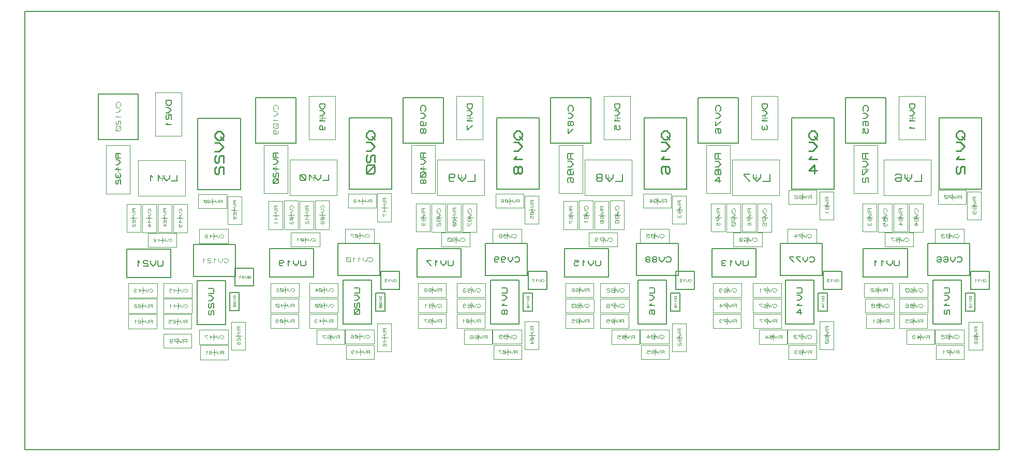
<source format=gbr>
G04 PROTEUS GERBER X2 FILE*
%TF.GenerationSoftware,Labcenter,Proteus,8.7-SP3-Build25561*%
%TF.CreationDate,2021-05-23T19:28:46+00:00*%
%TF.FileFunction,AssemblyDrawing,Bot*%
%TF.FilePolarity,Positive*%
%TF.Part,Single*%
%TF.SameCoordinates,{ce74c1e3-353a-4a96-b4f4-cabdf69041bd}*%
%FSLAX45Y45*%
%MOMM*%
G01*
%TA.AperFunction,Profile*%
%ADD38C,0.203200*%
%TA.AperFunction,Material*%
%ADD41C,0.203200*%
%ADD130C,0.061970*%
%ADD120C,0.233420*%
%ADD101C,0.050000*%
%ADD131C,0.143000*%
%ADD122C,0.059690*%
%ADD102C,0.193750*%
%ADD132C,0.155000*%
%ADD117C,0.149860*%
%ADD133C,0.124880*%
%ADD121C,0.144780*%
%ADD134C,0.132500*%
%ADD118C,0.159000*%
%ADD119C,0.137160*%
%ADD116C,0.095000*%
%ADD135C,0.114300*%
%ADD136C,0.079160*%
%ADD115C,0.093000*%
%ADD137C,0.077500*%
%TD.AperFunction*%
D38*
X-7429500Y-4254500D02*
X+8509000Y-4254500D01*
X+8509000Y+2921000D01*
X-7429500Y+2921000D01*
X-7429500Y-4254500D01*
D41*
X+8041640Y-1630680D02*
X+8351520Y-1630680D01*
X+8351520Y-1338580D01*
X+8041640Y-1338580D01*
X+8041640Y-1630680D01*
D130*
X+8295740Y-1478433D02*
X+8283345Y-1466038D01*
X+8270950Y-1466038D01*
X+8258555Y-1478433D01*
X+8258555Y-1490828D01*
X+8270950Y-1503223D01*
X+8283345Y-1503223D01*
X+8295740Y-1490828D01*
X+8295740Y-1478433D01*
X+8270950Y-1490828D02*
X+8258555Y-1503223D01*
X+8246160Y-1466038D02*
X+8246160Y-1484630D01*
X+8227568Y-1503223D01*
X+8208975Y-1484630D01*
X+8208975Y-1466038D01*
X+8184185Y-1478433D02*
X+8171790Y-1466038D01*
X+8171790Y-1503223D01*
X+8134605Y-1478433D02*
X+8122210Y-1466038D01*
X+8122210Y-1503223D01*
D41*
X+7524750Y+7620D02*
X+8223250Y+7620D01*
X+8223250Y+1174750D01*
X+7524750Y+1174750D01*
X+7524750Y+7620D01*
D120*
X+7850658Y+964665D02*
X+7803973Y+917980D01*
X+7803973Y+871295D01*
X+7850658Y+824610D01*
X+7897343Y+824610D01*
X+7944028Y+871295D01*
X+7944028Y+917980D01*
X+7897343Y+964665D01*
X+7850658Y+964665D01*
X+7897343Y+871295D02*
X+7944028Y+824610D01*
X+7803973Y+777925D02*
X+7874000Y+777925D01*
X+7944028Y+707898D01*
X+7874000Y+637870D01*
X+7803973Y+637870D01*
X+7850658Y+544500D02*
X+7803973Y+497815D01*
X+7944028Y+497815D01*
X+7827315Y+381103D02*
X+7803973Y+357760D01*
X+7803973Y+287733D01*
X+7827315Y+264390D01*
X+7850658Y+264390D01*
X+7874000Y+287733D01*
X+7874000Y+357760D01*
X+7897343Y+381103D01*
X+7944028Y+381103D01*
X+7944028Y+264390D01*
D41*
X+5628640Y-1630680D02*
X+5938520Y-1630680D01*
X+5938520Y-1338580D01*
X+5628640Y-1338580D01*
X+5628640Y-1630680D01*
D130*
X+5882740Y-1478433D02*
X+5870345Y-1466038D01*
X+5857950Y-1466038D01*
X+5845555Y-1478433D01*
X+5845555Y-1490828D01*
X+5857950Y-1503223D01*
X+5870345Y-1503223D01*
X+5882740Y-1490828D01*
X+5882740Y-1478433D01*
X+5857950Y-1490828D02*
X+5845555Y-1503223D01*
X+5833160Y-1466038D02*
X+5833160Y-1484630D01*
X+5814568Y-1503223D01*
X+5795975Y-1484630D01*
X+5795975Y-1466038D01*
X+5771185Y-1478433D02*
X+5758790Y-1466038D01*
X+5758790Y-1503223D01*
X+5727803Y-1472235D02*
X+5721605Y-1466038D01*
X+5703013Y-1466038D01*
X+5696815Y-1472235D01*
X+5696815Y-1478433D01*
X+5703013Y-1484630D01*
X+5696815Y-1490828D01*
X+5696815Y-1497026D01*
X+5703013Y-1503223D01*
X+5721605Y-1503223D01*
X+5727803Y-1497026D01*
X+5715408Y-1484630D02*
X+5703013Y-1484630D01*
D41*
X+5111750Y+7620D02*
X+5810250Y+7620D01*
X+5810250Y+1174750D01*
X+5111750Y+1174750D01*
X+5111750Y+7620D01*
D120*
X+5437658Y+964665D02*
X+5390973Y+917980D01*
X+5390973Y+871295D01*
X+5437658Y+824610D01*
X+5484343Y+824610D01*
X+5531028Y+871295D01*
X+5531028Y+917980D01*
X+5484343Y+964665D01*
X+5437658Y+964665D01*
X+5484343Y+871295D02*
X+5531028Y+824610D01*
X+5390973Y+777925D02*
X+5461000Y+777925D01*
X+5531028Y+707898D01*
X+5461000Y+637870D01*
X+5390973Y+637870D01*
X+5437658Y+544500D02*
X+5390973Y+497815D01*
X+5531028Y+497815D01*
X+5484343Y+264390D02*
X+5484343Y+404445D01*
X+5390973Y+311075D01*
X+5531028Y+311075D01*
D41*
X+3215640Y-1630680D02*
X+3525520Y-1630680D01*
X+3525520Y-1338580D01*
X+3215640Y-1338580D01*
X+3215640Y-1630680D01*
D130*
X+3469740Y-1478433D02*
X+3457345Y-1466038D01*
X+3444950Y-1466038D01*
X+3432555Y-1478433D01*
X+3432555Y-1490828D01*
X+3444950Y-1503223D01*
X+3457345Y-1503223D01*
X+3469740Y-1490828D01*
X+3469740Y-1478433D01*
X+3444950Y-1490828D02*
X+3432555Y-1503223D01*
X+3420160Y-1466038D02*
X+3420160Y-1484630D01*
X+3401568Y-1503223D01*
X+3382975Y-1484630D01*
X+3382975Y-1466038D01*
X+3358185Y-1478433D02*
X+3345790Y-1466038D01*
X+3345790Y-1503223D01*
X+3283815Y-1466038D02*
X+3314803Y-1466038D01*
X+3314803Y-1478433D01*
X+3290013Y-1478433D01*
X+3283815Y-1484630D01*
X+3283815Y-1497026D01*
X+3290013Y-1503223D01*
X+3308605Y-1503223D01*
X+3314803Y-1497026D01*
D41*
X+2698750Y+7620D02*
X+3397250Y+7620D01*
X+3397250Y+1174750D01*
X+2698750Y+1174750D01*
X+2698750Y+7620D01*
D120*
X+3024658Y+964665D02*
X+2977973Y+917980D01*
X+2977973Y+871295D01*
X+3024658Y+824610D01*
X+3071343Y+824610D01*
X+3118028Y+871295D01*
X+3118028Y+917980D01*
X+3071343Y+964665D01*
X+3024658Y+964665D01*
X+3071343Y+871295D02*
X+3118028Y+824610D01*
X+2977973Y+777925D02*
X+3048000Y+777925D01*
X+3118028Y+707898D01*
X+3048000Y+637870D01*
X+2977973Y+637870D01*
X+3024658Y+544500D02*
X+2977973Y+497815D01*
X+3118028Y+497815D01*
X+3001315Y+264390D02*
X+2977973Y+287733D01*
X+2977973Y+357760D01*
X+3001315Y+381103D01*
X+3094686Y+381103D01*
X+3118028Y+357760D01*
X+3118028Y+287733D01*
X+3094686Y+264390D01*
X+3071343Y+264390D01*
X+3048000Y+287733D01*
X+3048000Y+381103D01*
D41*
X+802640Y-1630680D02*
X+1112520Y-1630680D01*
X+1112520Y-1338580D01*
X+802640Y-1338580D01*
X+802640Y-1630680D01*
D130*
X+1056740Y-1478433D02*
X+1044345Y-1466038D01*
X+1031950Y-1466038D01*
X+1019555Y-1478433D01*
X+1019555Y-1490828D01*
X+1031950Y-1503223D01*
X+1044345Y-1503223D01*
X+1056740Y-1490828D01*
X+1056740Y-1478433D01*
X+1031950Y-1490828D02*
X+1019555Y-1503223D01*
X+1007160Y-1466038D02*
X+1007160Y-1484630D01*
X+988568Y-1503223D01*
X+969975Y-1484630D01*
X+969975Y-1466038D01*
X+945185Y-1478433D02*
X+932790Y-1466038D01*
X+932790Y-1503223D01*
X+901803Y-1466038D02*
X+870815Y-1466038D01*
X+870815Y-1472235D01*
X+901803Y-1503223D01*
D41*
X+285750Y+7620D02*
X+984250Y+7620D01*
X+984250Y+1174750D01*
X+285750Y+1174750D01*
X+285750Y+7620D01*
D120*
X+611658Y+964665D02*
X+564973Y+917980D01*
X+564973Y+871295D01*
X+611658Y+824610D01*
X+658343Y+824610D01*
X+705028Y+871295D01*
X+705028Y+917980D01*
X+658343Y+964665D01*
X+611658Y+964665D01*
X+658343Y+871295D02*
X+705028Y+824610D01*
X+564973Y+777925D02*
X+635000Y+777925D01*
X+705028Y+707898D01*
X+635000Y+637870D01*
X+564973Y+637870D01*
X+611658Y+544500D02*
X+564973Y+497815D01*
X+705028Y+497815D01*
X+635000Y+357760D02*
X+611658Y+381103D01*
X+588315Y+381103D01*
X+564973Y+357760D01*
X+564973Y+287733D01*
X+588315Y+264390D01*
X+611658Y+264390D01*
X+635000Y+287733D01*
X+635000Y+357760D01*
X+658343Y+381103D01*
X+681686Y+381103D01*
X+705028Y+357760D01*
X+705028Y+287733D01*
X+681686Y+264390D01*
X+658343Y+264390D01*
X+635000Y+287733D01*
D41*
X-1610360Y-1630680D02*
X-1300480Y-1630680D01*
X-1300480Y-1338580D01*
X-1610360Y-1338580D01*
X-1610360Y-1630680D01*
D130*
X-1356260Y-1478433D02*
X-1368655Y-1466038D01*
X-1381050Y-1466038D01*
X-1393445Y-1478433D01*
X-1393445Y-1490828D01*
X-1381050Y-1503223D01*
X-1368655Y-1503223D01*
X-1356260Y-1490828D01*
X-1356260Y-1478433D01*
X-1381050Y-1490828D02*
X-1393445Y-1503223D01*
X-1405840Y-1466038D02*
X-1405840Y-1484630D01*
X-1424432Y-1503223D01*
X-1443025Y-1484630D01*
X-1443025Y-1466038D01*
X-1467815Y-1478433D02*
X-1480210Y-1466038D01*
X-1480210Y-1503223D01*
X-1542185Y-1478433D02*
X-1535987Y-1484630D01*
X-1517395Y-1484630D01*
X-1511197Y-1478433D01*
X-1511197Y-1472235D01*
X-1517395Y-1466038D01*
X-1535987Y-1466038D01*
X-1542185Y-1472235D01*
X-1542185Y-1497026D01*
X-1535987Y-1503223D01*
X-1517395Y-1503223D01*
D41*
X-2127250Y+7620D02*
X-1428750Y+7620D01*
X-1428750Y+1174750D01*
X-2127250Y+1174750D01*
X-2127250Y+7620D01*
D120*
X-1801342Y+964665D02*
X-1848027Y+917980D01*
X-1848027Y+871295D01*
X-1801342Y+824610D01*
X-1754657Y+824610D01*
X-1707972Y+871295D01*
X-1707972Y+917980D01*
X-1754657Y+964665D01*
X-1801342Y+964665D01*
X-1754657Y+871295D02*
X-1707972Y+824610D01*
X-1848027Y+777925D02*
X-1778000Y+777925D01*
X-1707972Y+707898D01*
X-1778000Y+637870D01*
X-1848027Y+637870D01*
X-1824685Y+567843D02*
X-1848027Y+544500D01*
X-1848027Y+474473D01*
X-1824685Y+451130D01*
X-1801342Y+451130D01*
X-1778000Y+474473D01*
X-1778000Y+544500D01*
X-1754657Y+567843D01*
X-1707972Y+567843D01*
X-1707972Y+451130D01*
X-1731314Y+404445D02*
X-1824685Y+404445D01*
X-1848027Y+381103D01*
X-1848027Y+287733D01*
X-1824685Y+264390D01*
X-1731314Y+264390D01*
X-1707972Y+287733D01*
X-1707972Y+381103D01*
X-1731314Y+404445D01*
X-1707972Y+404445D02*
X-1848027Y+264390D01*
D101*
X+6871600Y+824620D02*
X+6871600Y+1534620D01*
X+7301600Y+1534620D01*
X+7301600Y+824620D01*
X+6871600Y+824620D01*
X+7136600Y+1179620D02*
X+7036600Y+1179620D01*
X+7086600Y+1229620D02*
X+7086600Y+1129620D01*
D131*
X+7129500Y+1408420D02*
X+7043700Y+1408420D01*
X+7043700Y+1351220D01*
X+7072300Y+1322620D01*
X+7100900Y+1322620D01*
X+7129500Y+1351220D01*
X+7129500Y+1408420D01*
X+7043700Y+1294020D02*
X+7086600Y+1294020D01*
X+7129500Y+1251120D01*
X+7086600Y+1208220D01*
X+7043700Y+1208220D01*
X+7072300Y+1151020D02*
X+7043700Y+1122420D01*
X+7129500Y+1122420D01*
X+7072300Y+1036620D02*
X+7043700Y+1008020D01*
X+7129500Y+1008020D01*
D41*
X+7964020Y-1992630D02*
X+8114180Y-1992630D01*
X+8114180Y-1694180D01*
X+7964020Y-1694180D01*
X+7964020Y-1992630D01*
D122*
X+8057007Y-1747901D02*
X+8021193Y-1747901D01*
X+8021193Y-1771777D01*
X+8033131Y-1783715D01*
X+8045069Y-1783715D01*
X+8057007Y-1771777D01*
X+8057007Y-1747901D01*
X+8021193Y-1795653D02*
X+8039100Y-1795653D01*
X+8057007Y-1813560D01*
X+8039100Y-1831467D01*
X+8021193Y-1831467D01*
X+8033131Y-1855343D02*
X+8021193Y-1867281D01*
X+8057007Y-1867281D01*
X+8027162Y-1897126D02*
X+8021193Y-1903095D01*
X+8021193Y-1921002D01*
X+8027162Y-1926971D01*
X+8033131Y-1926971D01*
X+8039100Y-1921002D01*
X+8039100Y-1903095D01*
X+8045069Y-1897126D01*
X+8057007Y-1897126D01*
X+8057007Y-1926971D01*
D101*
X+4458600Y+824620D02*
X+4458600Y+1534620D01*
X+4888600Y+1534620D01*
X+4888600Y+824620D01*
X+4458600Y+824620D01*
X+4723600Y+1179620D02*
X+4623600Y+1179620D01*
X+4673600Y+1229620D02*
X+4673600Y+1129620D01*
D131*
X+4716500Y+1408420D02*
X+4630700Y+1408420D01*
X+4630700Y+1351220D01*
X+4659300Y+1322620D01*
X+4687900Y+1322620D01*
X+4716500Y+1351220D01*
X+4716500Y+1408420D01*
X+4630700Y+1294020D02*
X+4673600Y+1294020D01*
X+4716500Y+1251120D01*
X+4673600Y+1208220D01*
X+4630700Y+1208220D01*
X+4659300Y+1151020D02*
X+4630700Y+1122420D01*
X+4716500Y+1122420D01*
X+4645000Y+1050920D02*
X+4630700Y+1036620D01*
X+4630700Y+993720D01*
X+4645000Y+979420D01*
X+4659300Y+979420D01*
X+4673600Y+993720D01*
X+4687900Y+979420D01*
X+4702200Y+979420D01*
X+4716500Y+993720D01*
X+4716500Y+1036620D01*
X+4702200Y+1050920D01*
X+4673600Y+1022320D02*
X+4673600Y+993720D01*
D41*
X+5551020Y-1992630D02*
X+5701180Y-1992630D01*
X+5701180Y-1694180D01*
X+5551020Y-1694180D01*
X+5551020Y-1992630D01*
D122*
X+5644007Y-1747901D02*
X+5608193Y-1747901D01*
X+5608193Y-1771777D01*
X+5620131Y-1783715D01*
X+5632069Y-1783715D01*
X+5644007Y-1771777D01*
X+5644007Y-1747901D01*
X+5608193Y-1795653D02*
X+5626100Y-1795653D01*
X+5644007Y-1813560D01*
X+5626100Y-1831467D01*
X+5608193Y-1831467D01*
X+5620131Y-1855343D02*
X+5608193Y-1867281D01*
X+5644007Y-1867281D01*
X+5632069Y-1926971D02*
X+5632069Y-1891157D01*
X+5608193Y-1915033D01*
X+5644007Y-1915033D01*
D101*
X+2045600Y+824620D02*
X+2045600Y+1534620D01*
X+2475600Y+1534620D01*
X+2475600Y+824620D01*
X+2045600Y+824620D01*
X+2310600Y+1179620D02*
X+2210600Y+1179620D01*
X+2260600Y+1229620D02*
X+2260600Y+1129620D01*
D131*
X+2303500Y+1408420D02*
X+2217700Y+1408420D01*
X+2217700Y+1351220D01*
X+2246300Y+1322620D01*
X+2274900Y+1322620D01*
X+2303500Y+1351220D01*
X+2303500Y+1408420D01*
X+2217700Y+1294020D02*
X+2260600Y+1294020D01*
X+2303500Y+1251120D01*
X+2260600Y+1208220D01*
X+2217700Y+1208220D01*
X+2246300Y+1151020D02*
X+2217700Y+1122420D01*
X+2303500Y+1122420D01*
X+2217700Y+979420D02*
X+2217700Y+1050920D01*
X+2246300Y+1050920D01*
X+2246300Y+993720D01*
X+2260600Y+979420D01*
X+2289200Y+979420D01*
X+2303500Y+993720D01*
X+2303500Y+1036620D01*
X+2289200Y+1050920D01*
D41*
X+3138020Y-1992630D02*
X+3288180Y-1992630D01*
X+3288180Y-1694180D01*
X+3138020Y-1694180D01*
X+3138020Y-1992630D01*
D122*
X+3231007Y-1747901D02*
X+3195193Y-1747901D01*
X+3195193Y-1771777D01*
X+3207131Y-1783715D01*
X+3219069Y-1783715D01*
X+3231007Y-1771777D01*
X+3231007Y-1747901D01*
X+3195193Y-1795653D02*
X+3213100Y-1795653D01*
X+3231007Y-1813560D01*
X+3213100Y-1831467D01*
X+3195193Y-1831467D01*
X+3207131Y-1855343D02*
X+3195193Y-1867281D01*
X+3231007Y-1867281D01*
X+3201162Y-1926971D02*
X+3195193Y-1921002D01*
X+3195193Y-1903095D01*
X+3201162Y-1897126D01*
X+3225038Y-1897126D01*
X+3231007Y-1903095D01*
X+3231007Y-1921002D01*
X+3225038Y-1926971D01*
X+3219069Y-1926971D01*
X+3213100Y-1921002D01*
X+3213100Y-1897126D01*
D101*
X-367400Y+824620D02*
X-367400Y+1534620D01*
X+62600Y+1534620D01*
X+62600Y+824620D01*
X-367400Y+824620D01*
X-102400Y+1179620D02*
X-202400Y+1179620D01*
X-152400Y+1229620D02*
X-152400Y+1129620D01*
D131*
X-109500Y+1408420D02*
X-195300Y+1408420D01*
X-195300Y+1351220D01*
X-166700Y+1322620D01*
X-138100Y+1322620D01*
X-109500Y+1351220D01*
X-109500Y+1408420D01*
X-195300Y+1294020D02*
X-152400Y+1294020D01*
X-109500Y+1251120D01*
X-152400Y+1208220D01*
X-195300Y+1208220D01*
X-166700Y+1151020D02*
X-195300Y+1122420D01*
X-109500Y+1122420D01*
X-195300Y+1050920D02*
X-195300Y+979420D01*
X-181000Y+979420D01*
X-109500Y+1050920D01*
D41*
X+725020Y-1992630D02*
X+875180Y-1992630D01*
X+875180Y-1694180D01*
X+725020Y-1694180D01*
X+725020Y-1992630D01*
D122*
X+818007Y-1747901D02*
X+782193Y-1747901D01*
X+782193Y-1771777D01*
X+794131Y-1783715D01*
X+806069Y-1783715D01*
X+818007Y-1771777D01*
X+818007Y-1747901D01*
X+782193Y-1795653D02*
X+800100Y-1795653D01*
X+818007Y-1813560D01*
X+800100Y-1831467D01*
X+782193Y-1831467D01*
X+794131Y-1855343D02*
X+782193Y-1867281D01*
X+818007Y-1867281D01*
X+800100Y-1903095D02*
X+794131Y-1897126D01*
X+788162Y-1897126D01*
X+782193Y-1903095D01*
X+782193Y-1921002D01*
X+788162Y-1926971D01*
X+794131Y-1926971D01*
X+800100Y-1921002D01*
X+800100Y-1903095D01*
X+806069Y-1897126D01*
X+812038Y-1897126D01*
X+818007Y-1903095D01*
X+818007Y-1921002D01*
X+812038Y-1926971D01*
X+806069Y-1926971D01*
X+800100Y-1921002D01*
D101*
X-2780400Y+824620D02*
X-2780400Y+1534620D01*
X-2350400Y+1534620D01*
X-2350400Y+824620D01*
X-2780400Y+824620D01*
X-2515400Y+1179620D02*
X-2615400Y+1179620D01*
X-2565400Y+1229620D02*
X-2565400Y+1129620D01*
D131*
X-2522500Y+1408420D02*
X-2608300Y+1408420D01*
X-2608300Y+1351220D01*
X-2579700Y+1322620D01*
X-2551100Y+1322620D01*
X-2522500Y+1351220D01*
X-2522500Y+1408420D01*
X-2608300Y+1294020D02*
X-2565400Y+1294020D01*
X-2522500Y+1251120D01*
X-2565400Y+1208220D01*
X-2608300Y+1208220D01*
X-2579700Y+1151020D02*
X-2608300Y+1122420D01*
X-2522500Y+1122420D01*
X-2579700Y+979420D02*
X-2565400Y+993720D01*
X-2565400Y+1036620D01*
X-2579700Y+1050920D01*
X-2594000Y+1050920D01*
X-2608300Y+1036620D01*
X-2608300Y+993720D01*
X-2594000Y+979420D01*
X-2536800Y+979420D01*
X-2522500Y+993720D01*
X-2522500Y+1036620D01*
D41*
X-1687980Y-1992630D02*
X-1537820Y-1992630D01*
X-1537820Y-1694180D01*
X-1687980Y-1694180D01*
X-1687980Y-1992630D01*
D122*
X-1594993Y-1747901D02*
X-1630807Y-1747901D01*
X-1630807Y-1771777D01*
X-1618869Y-1783715D01*
X-1606931Y-1783715D01*
X-1594993Y-1771777D01*
X-1594993Y-1747901D01*
X-1630807Y-1795653D02*
X-1612900Y-1795653D01*
X-1594993Y-1813560D01*
X-1612900Y-1831467D01*
X-1630807Y-1831467D01*
X-1624838Y-1849374D02*
X-1630807Y-1855343D01*
X-1630807Y-1873250D01*
X-1624838Y-1879219D01*
X-1618869Y-1879219D01*
X-1612900Y-1873250D01*
X-1612900Y-1855343D01*
X-1606931Y-1849374D01*
X-1594993Y-1849374D01*
X-1594993Y-1879219D01*
X-1600962Y-1891157D02*
X-1624838Y-1891157D01*
X-1630807Y-1897126D01*
X-1630807Y-1921002D01*
X-1624838Y-1926971D01*
X-1600962Y-1926971D01*
X-1594993Y-1921002D01*
X-1594993Y-1897126D01*
X-1600962Y-1891157D01*
X-1594993Y-1891157D02*
X-1630807Y-1926971D01*
D101*
X+6620600Y+488120D02*
X+7390600Y+488120D01*
X+7390600Y-91880D01*
X+6620600Y-91880D01*
X+6620600Y+488120D01*
X+7005600Y+148120D02*
X+7005600Y+248120D01*
X+7055600Y+198120D02*
X+6955600Y+198120D01*
D102*
X+7238100Y+256245D02*
X+7238100Y+139995D01*
X+7121850Y+139995D01*
X+7083100Y+256245D02*
X+7083100Y+198120D01*
X+7024975Y+139995D01*
X+6966850Y+198120D01*
X+6966850Y+256245D01*
X+6811850Y+236870D02*
X+6831225Y+256245D01*
X+6889350Y+256245D01*
X+6908725Y+236870D01*
X+6908725Y+159370D01*
X+6889350Y+139995D01*
X+6831225Y+139995D01*
X+6811850Y+159370D01*
X+6811850Y+178745D01*
X+6831225Y+198120D01*
X+6908725Y+198120D01*
D101*
X+4144100Y+488120D02*
X+4914100Y+488120D01*
X+4914100Y-91880D01*
X+4144100Y-91880D01*
X+4144100Y+488120D01*
X+4529100Y+148120D02*
X+4529100Y+248120D01*
X+4579100Y+198120D02*
X+4479100Y+198120D01*
D102*
X+4761600Y+256245D02*
X+4761600Y+139995D01*
X+4645350Y+139995D01*
X+4606600Y+256245D02*
X+4606600Y+198120D01*
X+4548475Y+139995D01*
X+4490350Y+198120D01*
X+4490350Y+256245D01*
X+4432225Y+256245D02*
X+4335350Y+256245D01*
X+4335350Y+236870D01*
X+4432225Y+139995D01*
D101*
X+1731100Y+488120D02*
X+2501100Y+488120D01*
X+2501100Y-91880D01*
X+1731100Y-91880D01*
X+1731100Y+488120D01*
X+2116100Y+148120D02*
X+2116100Y+248120D01*
X+2166100Y+198120D02*
X+2066100Y+198120D01*
D102*
X+2348600Y+256245D02*
X+2348600Y+139995D01*
X+2232350Y+139995D01*
X+2193600Y+256245D02*
X+2193600Y+198120D01*
X+2135475Y+139995D01*
X+2077350Y+198120D01*
X+2077350Y+256245D01*
X+1999850Y+198120D02*
X+2019225Y+217495D01*
X+2019225Y+236870D01*
X+1999850Y+256245D01*
X+1941725Y+256245D01*
X+1922350Y+236870D01*
X+1922350Y+217495D01*
X+1941725Y+198120D01*
X+1999850Y+198120D01*
X+2019225Y+178745D01*
X+2019225Y+159370D01*
X+1999850Y+139995D01*
X+1941725Y+139995D01*
X+1922350Y+159370D01*
X+1922350Y+178745D01*
X+1941725Y+198120D01*
D101*
X-681900Y+488120D02*
X+88100Y+488120D01*
X+88100Y-91880D01*
X-681900Y-91880D01*
X-681900Y+488120D01*
X-296900Y+148120D02*
X-296900Y+248120D01*
X-246900Y+198120D02*
X-346900Y+198120D01*
D102*
X-64400Y+256245D02*
X-64400Y+139995D01*
X-180650Y+139995D01*
X-219400Y+256245D02*
X-219400Y+198120D01*
X-277525Y+139995D01*
X-335650Y+198120D01*
X-335650Y+256245D01*
X-490650Y+217495D02*
X-471275Y+198120D01*
X-413150Y+198120D01*
X-393775Y+217495D01*
X-393775Y+236870D01*
X-413150Y+256245D01*
X-471275Y+256245D01*
X-490650Y+236870D01*
X-490650Y+159370D01*
X-471275Y+139995D01*
X-413150Y+139995D01*
D101*
X-3094900Y+488120D02*
X-2324900Y+488120D01*
X-2324900Y-91880D01*
X-3094900Y-91880D01*
X-3094900Y+488120D01*
X-2709900Y+148120D02*
X-2709900Y+248120D01*
X-2659900Y+198120D02*
X-2759900Y+198120D01*
D132*
X-2461900Y+244620D02*
X-2461900Y+151620D01*
X-2554900Y+151620D01*
X-2585900Y+244620D02*
X-2585900Y+198120D01*
X-2632400Y+151620D01*
X-2678900Y+198120D01*
X-2678900Y+244620D01*
X-2740900Y+213620D02*
X-2771900Y+244620D01*
X-2771900Y+151620D01*
X-2833900Y+167120D02*
X-2833900Y+229120D01*
X-2849400Y+244620D01*
X-2911400Y+244620D01*
X-2926900Y+229120D01*
X-2926900Y+167120D01*
X-2911400Y+151620D01*
X-2849400Y+151620D01*
X-2833900Y+167120D01*
X-2833900Y+151620D02*
X-2926900Y+244620D01*
D41*
X+5996940Y+762220D02*
X+6652260Y+762220D01*
X+6652260Y+1511520D01*
X+5996940Y+1511520D01*
X+5996940Y+762220D01*
D117*
X+6354572Y+1286730D02*
X+6369558Y+1301716D01*
X+6369558Y+1346674D01*
X+6339586Y+1376646D01*
X+6309614Y+1376646D01*
X+6279642Y+1346674D01*
X+6279642Y+1301716D01*
X+6294628Y+1286730D01*
X+6279642Y+1256758D02*
X+6324600Y+1256758D01*
X+6369558Y+1211800D01*
X+6324600Y+1166842D01*
X+6279642Y+1166842D01*
X+6294628Y+1046954D02*
X+6279642Y+1061940D01*
X+6279642Y+1106898D01*
X+6294628Y+1121884D01*
X+6354572Y+1121884D01*
X+6369558Y+1106898D01*
X+6369558Y+1061940D01*
X+6354572Y+1046954D01*
X+6339586Y+1046954D01*
X+6324600Y+1061940D01*
X+6324600Y+1121884D01*
X+6279642Y+927066D02*
X+6279642Y+1001996D01*
X+6309614Y+1001996D01*
X+6309614Y+942052D01*
X+6324600Y+927066D01*
X+6354572Y+927066D01*
X+6369558Y+942052D01*
X+6369558Y+987010D01*
X+6354572Y+1001996D01*
D41*
X+3583940Y+762220D02*
X+4239260Y+762220D01*
X+4239260Y+1511520D01*
X+3583940Y+1511520D01*
X+3583940Y+762220D01*
D117*
X+3941572Y+1286730D02*
X+3956558Y+1301716D01*
X+3956558Y+1346674D01*
X+3926586Y+1376646D01*
X+3896614Y+1376646D01*
X+3866642Y+1346674D01*
X+3866642Y+1301716D01*
X+3881628Y+1286730D01*
X+3866642Y+1256758D02*
X+3911600Y+1256758D01*
X+3956558Y+1211800D01*
X+3911600Y+1166842D01*
X+3866642Y+1166842D01*
X+3866642Y+1121884D02*
X+3866642Y+1046954D01*
X+3881628Y+1046954D01*
X+3956558Y+1121884D01*
X+3881628Y+927066D02*
X+3866642Y+942052D01*
X+3866642Y+987010D01*
X+3881628Y+1001996D01*
X+3941572Y+1001996D01*
X+3956558Y+987010D01*
X+3956558Y+942052D01*
X+3941572Y+927066D01*
X+3926586Y+927066D01*
X+3911600Y+942052D01*
X+3911600Y+1001996D01*
D41*
X+1170940Y+762220D02*
X+1826260Y+762220D01*
X+1826260Y+1511520D01*
X+1170940Y+1511520D01*
X+1170940Y+762220D01*
D117*
X+1528572Y+1286730D02*
X+1543558Y+1301716D01*
X+1543558Y+1346674D01*
X+1513586Y+1376646D01*
X+1483614Y+1376646D01*
X+1453642Y+1346674D01*
X+1453642Y+1301716D01*
X+1468628Y+1286730D01*
X+1453642Y+1256758D02*
X+1498600Y+1256758D01*
X+1543558Y+1211800D01*
X+1498600Y+1166842D01*
X+1453642Y+1166842D01*
X+1498600Y+1106898D02*
X+1483614Y+1121884D01*
X+1468628Y+1121884D01*
X+1453642Y+1106898D01*
X+1453642Y+1061940D01*
X+1468628Y+1046954D01*
X+1483614Y+1046954D01*
X+1498600Y+1061940D01*
X+1498600Y+1106898D01*
X+1513586Y+1121884D01*
X+1528572Y+1121884D01*
X+1543558Y+1106898D01*
X+1543558Y+1061940D01*
X+1528572Y+1046954D01*
X+1513586Y+1046954D01*
X+1498600Y+1061940D01*
X+1453642Y+1001996D02*
X+1453642Y+927066D01*
X+1468628Y+927066D01*
X+1543558Y+1001996D01*
D41*
X-1242060Y+762220D02*
X-586740Y+762220D01*
X-586740Y+1511520D01*
X-1242060Y+1511520D01*
X-1242060Y+762220D01*
D117*
X-884428Y+1286730D02*
X-869442Y+1301716D01*
X-869442Y+1346674D01*
X-899414Y+1376646D01*
X-929386Y+1376646D01*
X-959358Y+1346674D01*
X-959358Y+1301716D01*
X-944372Y+1286730D01*
X-959358Y+1256758D02*
X-914400Y+1256758D01*
X-869442Y+1211800D01*
X-914400Y+1166842D01*
X-959358Y+1166842D01*
X-929386Y+1046954D02*
X-914400Y+1061940D01*
X-914400Y+1106898D01*
X-929386Y+1121884D01*
X-944372Y+1121884D01*
X-959358Y+1106898D01*
X-959358Y+1061940D01*
X-944372Y+1046954D01*
X-884428Y+1046954D01*
X-869442Y+1061940D01*
X-869442Y+1106898D01*
X-914400Y+987010D02*
X-929386Y+1001996D01*
X-944372Y+1001996D01*
X-959358Y+987010D01*
X-959358Y+942052D01*
X-944372Y+927066D01*
X-929386Y+927066D01*
X-914400Y+942052D01*
X-914400Y+987010D01*
X-899414Y+1001996D01*
X-884428Y+1001996D01*
X-869442Y+987010D01*
X-869442Y+942052D01*
X-884428Y+927066D01*
X-899414Y+927066D01*
X-914400Y+942052D01*
D41*
X-3655060Y+762220D02*
X-2999740Y+762220D01*
X-2999740Y+1511520D01*
X-3655060Y+1511520D01*
X-3655060Y+762220D01*
D133*
X-3302423Y+1311706D02*
X-3289935Y+1324194D01*
X-3289935Y+1361659D01*
X-3314912Y+1386635D01*
X-3339888Y+1386635D01*
X-3364865Y+1361659D01*
X-3364865Y+1324194D01*
X-3352377Y+1311706D01*
X-3364865Y+1286729D02*
X-3327400Y+1286729D01*
X-3289935Y+1249265D01*
X-3327400Y+1211800D01*
X-3364865Y+1211800D01*
X-3339888Y+1161847D02*
X-3364865Y+1136870D01*
X-3289935Y+1136870D01*
X-3302423Y+1086917D02*
X-3352377Y+1086917D01*
X-3364865Y+1074429D01*
X-3364865Y+1024476D01*
X-3352377Y+1011988D01*
X-3302423Y+1011988D01*
X-3289935Y+1024476D01*
X-3289935Y+1074429D01*
X-3302423Y+1086917D01*
X-3289935Y+1086917D02*
X-3364865Y+1011988D01*
X-3339888Y+912082D02*
X-3327400Y+924570D01*
X-3327400Y+962035D01*
X-3339888Y+974523D01*
X-3352377Y+974523D01*
X-3364865Y+962035D01*
X-3364865Y+924570D01*
X-3352377Y+912082D01*
X-3302423Y+912082D01*
X-3289935Y+924570D01*
X-3289935Y+962035D01*
D41*
X+6286500Y-1432560D02*
X+7010400Y-1432560D01*
X+7010400Y-965200D01*
X+6286500Y-965200D01*
X+6286500Y-1432560D01*
D121*
X+6880098Y-1155446D02*
X+6880098Y-1227836D01*
X+6865620Y-1242314D01*
X+6807708Y-1242314D01*
X+6793230Y-1227836D01*
X+6793230Y-1155446D01*
X+6764274Y-1155446D02*
X+6764274Y-1198880D01*
X+6720840Y-1242314D01*
X+6677406Y-1198880D01*
X+6677406Y-1155446D01*
X+6619494Y-1184402D02*
X+6590538Y-1155446D01*
X+6590538Y-1242314D01*
X+6503670Y-1184402D02*
X+6474714Y-1155446D01*
X+6474714Y-1242314D01*
D41*
X+7424420Y-2202180D02*
X+7891780Y-2202180D01*
X+7891780Y-1478280D01*
X+7424420Y-1478280D01*
X+7424420Y-2202180D01*
D121*
X+7614666Y-1608582D02*
X+7687056Y-1608582D01*
X+7701534Y-1623060D01*
X+7701534Y-1680972D01*
X+7687056Y-1695450D01*
X+7614666Y-1695450D01*
X+7614666Y-1724406D02*
X+7658100Y-1724406D01*
X+7701534Y-1767840D01*
X+7658100Y-1811274D01*
X+7614666Y-1811274D01*
X+7643622Y-1869186D02*
X+7614666Y-1898142D01*
X+7701534Y-1898142D01*
X+7629144Y-1970532D02*
X+7614666Y-1985010D01*
X+7614666Y-2028444D01*
X+7629144Y-2042922D01*
X+7643622Y-2042922D01*
X+7658100Y-2028444D01*
X+7658100Y-1985010D01*
X+7672578Y-1970532D01*
X+7701534Y-1970532D01*
X+7701534Y-2042922D01*
D41*
X+3810000Y-1432560D02*
X+4533900Y-1432560D01*
X+4533900Y-965200D01*
X+3810000Y-965200D01*
X+3810000Y-1432560D01*
D121*
X+4403598Y-1155446D02*
X+4403598Y-1227836D01*
X+4389120Y-1242314D01*
X+4331208Y-1242314D01*
X+4316730Y-1227836D01*
X+4316730Y-1155446D01*
X+4287774Y-1155446D02*
X+4287774Y-1198880D01*
X+4244340Y-1242314D01*
X+4200906Y-1198880D01*
X+4200906Y-1155446D01*
X+4142994Y-1184402D02*
X+4114038Y-1155446D01*
X+4114038Y-1242314D01*
X+4041648Y-1169924D02*
X+4027170Y-1155446D01*
X+3983736Y-1155446D01*
X+3969258Y-1169924D01*
X+3969258Y-1184402D01*
X+3983736Y-1198880D01*
X+3969258Y-1213358D01*
X+3969258Y-1227836D01*
X+3983736Y-1242314D01*
X+4027170Y-1242314D01*
X+4041648Y-1227836D01*
X+4012692Y-1198880D02*
X+3983736Y-1198880D01*
D41*
X+5011420Y-2202180D02*
X+5478780Y-2202180D01*
X+5478780Y-1478280D01*
X+5011420Y-1478280D01*
X+5011420Y-2202180D01*
D121*
X+5201666Y-1608582D02*
X+5274056Y-1608582D01*
X+5288534Y-1623060D01*
X+5288534Y-1680972D01*
X+5274056Y-1695450D01*
X+5201666Y-1695450D01*
X+5201666Y-1724406D02*
X+5245100Y-1724406D01*
X+5288534Y-1767840D01*
X+5245100Y-1811274D01*
X+5201666Y-1811274D01*
X+5230622Y-1869186D02*
X+5201666Y-1898142D01*
X+5288534Y-1898142D01*
X+5259578Y-2042922D02*
X+5259578Y-1956054D01*
X+5201666Y-2013966D01*
X+5288534Y-2013966D01*
D41*
X+1397000Y-1432560D02*
X+2120900Y-1432560D01*
X+2120900Y-965200D01*
X+1397000Y-965200D01*
X+1397000Y-1432560D01*
D121*
X+1990598Y-1155446D02*
X+1990598Y-1227836D01*
X+1976120Y-1242314D01*
X+1918208Y-1242314D01*
X+1903730Y-1227836D01*
X+1903730Y-1155446D01*
X+1874774Y-1155446D02*
X+1874774Y-1198880D01*
X+1831340Y-1242314D01*
X+1787906Y-1198880D01*
X+1787906Y-1155446D01*
X+1729994Y-1184402D02*
X+1701038Y-1155446D01*
X+1701038Y-1242314D01*
X+1556258Y-1155446D02*
X+1628648Y-1155446D01*
X+1628648Y-1184402D01*
X+1570736Y-1184402D01*
X+1556258Y-1198880D01*
X+1556258Y-1227836D01*
X+1570736Y-1242314D01*
X+1614170Y-1242314D01*
X+1628648Y-1227836D01*
D41*
X+2598420Y-2202180D02*
X+3065780Y-2202180D01*
X+3065780Y-1478280D01*
X+2598420Y-1478280D01*
X+2598420Y-2202180D01*
D121*
X+2788666Y-1608582D02*
X+2861056Y-1608582D01*
X+2875534Y-1623060D01*
X+2875534Y-1680972D01*
X+2861056Y-1695450D01*
X+2788666Y-1695450D01*
X+2788666Y-1724406D02*
X+2832100Y-1724406D01*
X+2875534Y-1767840D01*
X+2832100Y-1811274D01*
X+2788666Y-1811274D01*
X+2817622Y-1869186D02*
X+2788666Y-1898142D01*
X+2875534Y-1898142D01*
X+2803144Y-2042922D02*
X+2788666Y-2028444D01*
X+2788666Y-1985010D01*
X+2803144Y-1970532D01*
X+2861056Y-1970532D01*
X+2875534Y-1985010D01*
X+2875534Y-2028444D01*
X+2861056Y-2042922D01*
X+2846578Y-2042922D01*
X+2832100Y-2028444D01*
X+2832100Y-1970532D01*
D41*
X-1016000Y-1432560D02*
X-292100Y-1432560D01*
X-292100Y-965200D01*
X-1016000Y-965200D01*
X-1016000Y-1432560D01*
D121*
X-422402Y-1155446D02*
X-422402Y-1227836D01*
X-436880Y-1242314D01*
X-494792Y-1242314D01*
X-509270Y-1227836D01*
X-509270Y-1155446D01*
X-538226Y-1155446D02*
X-538226Y-1198880D01*
X-581660Y-1242314D01*
X-625094Y-1198880D01*
X-625094Y-1155446D01*
X-683006Y-1184402D02*
X-711962Y-1155446D01*
X-711962Y-1242314D01*
X-784352Y-1155446D02*
X-856742Y-1155446D01*
X-856742Y-1169924D01*
X-784352Y-1242314D01*
D41*
X+185420Y-2202180D02*
X+652780Y-2202180D01*
X+652780Y-1478280D01*
X+185420Y-1478280D01*
X+185420Y-2202180D01*
D121*
X+375666Y-1608582D02*
X+448056Y-1608582D01*
X+462534Y-1623060D01*
X+462534Y-1680972D01*
X+448056Y-1695450D01*
X+375666Y-1695450D01*
X+375666Y-1724406D02*
X+419100Y-1724406D01*
X+462534Y-1767840D01*
X+419100Y-1811274D01*
X+375666Y-1811274D01*
X+404622Y-1869186D02*
X+375666Y-1898142D01*
X+462534Y-1898142D01*
X+419100Y-1985010D02*
X+404622Y-1970532D01*
X+390144Y-1970532D01*
X+375666Y-1985010D01*
X+375666Y-2028444D01*
X+390144Y-2042922D01*
X+404622Y-2042922D01*
X+419100Y-2028444D01*
X+419100Y-1985010D01*
X+433578Y-1970532D01*
X+448056Y-1970532D01*
X+462534Y-1985010D01*
X+462534Y-2028444D01*
X+448056Y-2042922D01*
X+433578Y-2042922D01*
X+419100Y-2028444D01*
D41*
X-3429000Y-1432560D02*
X-2705100Y-1432560D01*
X-2705100Y-965200D01*
X-3429000Y-965200D01*
X-3429000Y-1432560D01*
D121*
X-2835402Y-1155446D02*
X-2835402Y-1227836D01*
X-2849880Y-1242314D01*
X-2907792Y-1242314D01*
X-2922270Y-1227836D01*
X-2922270Y-1155446D01*
X-2951226Y-1155446D02*
X-2951226Y-1198880D01*
X-2994660Y-1242314D01*
X-3038094Y-1198880D01*
X-3038094Y-1155446D01*
X-3096006Y-1184402D02*
X-3124962Y-1155446D01*
X-3124962Y-1242314D01*
X-3269742Y-1184402D02*
X-3255264Y-1198880D01*
X-3211830Y-1198880D01*
X-3197352Y-1184402D01*
X-3197352Y-1169924D01*
X-3211830Y-1155446D01*
X-3255264Y-1155446D01*
X-3269742Y-1169924D01*
X-3269742Y-1227836D01*
X-3255264Y-1242314D01*
X-3211830Y-1242314D01*
D41*
X-2227580Y-2202180D02*
X-1760220Y-2202180D01*
X-1760220Y-1478280D01*
X-2227580Y-1478280D01*
X-2227580Y-2202180D01*
D121*
X-2037334Y-1608582D02*
X-1964944Y-1608582D01*
X-1950466Y-1623060D01*
X-1950466Y-1680972D01*
X-1964944Y-1695450D01*
X-2037334Y-1695450D01*
X-2037334Y-1724406D02*
X-1993900Y-1724406D01*
X-1950466Y-1767840D01*
X-1993900Y-1811274D01*
X-2037334Y-1811274D01*
X-2022856Y-1854708D02*
X-2037334Y-1869186D01*
X-2037334Y-1912620D01*
X-2022856Y-1927098D01*
X-2008378Y-1927098D01*
X-1993900Y-1912620D01*
X-1993900Y-1869186D01*
X-1979422Y-1854708D01*
X-1950466Y-1854708D01*
X-1950466Y-1927098D01*
X-1964944Y-1956054D02*
X-2022856Y-1956054D01*
X-2037334Y-1970532D01*
X-2037334Y-2028444D01*
X-2022856Y-2042922D01*
X-1964944Y-2042922D01*
X-1950466Y-2028444D01*
X-1950466Y-1970532D01*
X-1964944Y-1956054D01*
X-1950466Y-1956054D02*
X-2037334Y-2042922D01*
D101*
X-3132400Y+732620D02*
X-3132400Y-57380D01*
X-3522400Y-57380D01*
X-3522400Y+732620D01*
X-3132400Y+732620D01*
X-3377400Y+337620D02*
X-3277400Y+337620D01*
X-3327400Y+287620D02*
X-3327400Y+387620D01*
D134*
X-3287650Y+602620D02*
X-3367150Y+602620D01*
X-3367150Y+536370D01*
X-3353900Y+523120D01*
X-3340650Y+523120D01*
X-3327400Y+536370D01*
X-3327400Y+602620D01*
X-3327400Y+536370D02*
X-3314150Y+523120D01*
X-3287650Y+523120D01*
X-3367150Y+496620D02*
X-3327400Y+496620D01*
X-3287650Y+456870D01*
X-3327400Y+417120D01*
X-3367150Y+417120D01*
X-3340650Y+364120D02*
X-3367150Y+337620D01*
X-3287650Y+337620D01*
X-3353900Y+271370D02*
X-3367150Y+258120D01*
X-3367150Y+218370D01*
X-3353900Y+205120D01*
X-3340650Y+205120D01*
X-3327400Y+218370D01*
X-3327400Y+258120D01*
X-3314150Y+271370D01*
X-3287650Y+271370D01*
X-3287650Y+205120D01*
X-3300900Y+178620D02*
X-3353900Y+178620D01*
X-3367150Y+165370D01*
X-3367150Y+112370D01*
X-3353900Y+99120D01*
X-3300900Y+99120D01*
X-3287650Y+112370D01*
X-3287650Y+165370D01*
X-3300900Y+178620D01*
X-3287650Y+178620D02*
X-3367150Y+99120D01*
D101*
X+6519600Y+732620D02*
X+6519600Y-57380D01*
X+6129600Y-57380D01*
X+6129600Y+732620D01*
X+6519600Y+732620D01*
X+6274600Y+337620D02*
X+6374600Y+337620D01*
X+6324600Y+287620D02*
X+6324600Y+387620D01*
D118*
X+6372300Y+592020D02*
X+6276900Y+592020D01*
X+6276900Y+512520D01*
X+6292800Y+496620D01*
X+6308700Y+496620D01*
X+6324600Y+512520D01*
X+6324600Y+592020D01*
X+6324600Y+512520D02*
X+6340500Y+496620D01*
X+6372300Y+496620D01*
X+6276900Y+464820D02*
X+6324600Y+464820D01*
X+6372300Y+417120D01*
X+6324600Y+369420D01*
X+6276900Y+369420D01*
X+6276900Y+321720D02*
X+6276900Y+242220D01*
X+6292800Y+242220D01*
X+6372300Y+321720D01*
X+6292800Y+194520D02*
X+6276900Y+178620D01*
X+6276900Y+130920D01*
X+6292800Y+115020D01*
X+6308700Y+115020D01*
X+6324600Y+130920D01*
X+6324600Y+178620D01*
X+6340500Y+194520D01*
X+6372300Y+194520D01*
X+6372300Y+115020D01*
D101*
X+1693600Y+732620D02*
X+1693600Y-57380D01*
X+1303600Y-57380D01*
X+1303600Y+732620D01*
X+1693600Y+732620D01*
X+1448600Y+337620D02*
X+1548600Y+337620D01*
X+1498600Y+287620D02*
X+1498600Y+387620D01*
D118*
X+1546300Y+592020D02*
X+1450900Y+592020D01*
X+1450900Y+512520D01*
X+1466800Y+496620D01*
X+1482700Y+496620D01*
X+1498600Y+512520D01*
X+1498600Y+592020D01*
X+1498600Y+512520D02*
X+1514500Y+496620D01*
X+1546300Y+496620D01*
X+1450900Y+464820D02*
X+1498600Y+464820D01*
X+1546300Y+417120D01*
X+1498600Y+369420D01*
X+1450900Y+369420D01*
X+1482700Y+242220D02*
X+1498600Y+258120D01*
X+1498600Y+305820D01*
X+1482700Y+321720D01*
X+1466800Y+321720D01*
X+1450900Y+305820D01*
X+1450900Y+258120D01*
X+1466800Y+242220D01*
X+1530400Y+242220D01*
X+1546300Y+258120D01*
X+1546300Y+305820D01*
X+1466800Y+115020D02*
X+1450900Y+130920D01*
X+1450900Y+178620D01*
X+1466800Y+194520D01*
X+1530400Y+194520D01*
X+1546300Y+178620D01*
X+1546300Y+130920D01*
X+1530400Y+115020D01*
X+1514500Y+115020D01*
X+1498600Y+130920D01*
X+1498600Y+194520D01*
D101*
X+4106600Y+732620D02*
X+4106600Y-57380D01*
X+3716600Y-57380D01*
X+3716600Y+732620D01*
X+4106600Y+732620D01*
X+3861600Y+337620D02*
X+3961600Y+337620D01*
X+3911600Y+287620D02*
X+3911600Y+387620D01*
D118*
X+3959300Y+592020D02*
X+3863900Y+592020D01*
X+3863900Y+512520D01*
X+3879800Y+496620D01*
X+3895700Y+496620D01*
X+3911600Y+512520D01*
X+3911600Y+592020D01*
X+3911600Y+512520D02*
X+3927500Y+496620D01*
X+3959300Y+496620D01*
X+3863900Y+464820D02*
X+3911600Y+464820D01*
X+3959300Y+417120D01*
X+3911600Y+369420D01*
X+3863900Y+369420D01*
X+3911600Y+305820D02*
X+3895700Y+321720D01*
X+3879800Y+321720D01*
X+3863900Y+305820D01*
X+3863900Y+258120D01*
X+3879800Y+242220D01*
X+3895700Y+242220D01*
X+3911600Y+258120D01*
X+3911600Y+305820D01*
X+3927500Y+321720D01*
X+3943400Y+321720D01*
X+3959300Y+305820D01*
X+3959300Y+258120D01*
X+3943400Y+242220D01*
X+3927500Y+242220D01*
X+3911600Y+258120D01*
X+3927500Y+115020D02*
X+3927500Y+210420D01*
X+3863900Y+146820D01*
X+3959300Y+146820D01*
D101*
X-719400Y+732620D02*
X-719400Y-57380D01*
X-1109400Y-57380D01*
X-1109400Y+732620D01*
X-719400Y+732620D01*
X-964400Y+337620D02*
X-864400Y+337620D01*
X-914400Y+287620D02*
X-914400Y+387620D01*
D134*
X-874650Y+602620D02*
X-954150Y+602620D01*
X-954150Y+536370D01*
X-940900Y+523120D01*
X-927650Y+523120D01*
X-914400Y+536370D01*
X-914400Y+602620D01*
X-914400Y+536370D02*
X-901150Y+523120D01*
X-874650Y+523120D01*
X-954150Y+496620D02*
X-914400Y+496620D01*
X-874650Y+456870D01*
X-914400Y+417120D01*
X-954150Y+417120D01*
X-927650Y+364120D02*
X-954150Y+337620D01*
X-874650Y+337620D01*
X-887900Y+284620D02*
X-940900Y+284620D01*
X-954150Y+271370D01*
X-954150Y+218370D01*
X-940900Y+205120D01*
X-887900Y+205120D01*
X-874650Y+218370D01*
X-874650Y+271370D01*
X-887900Y+284620D01*
X-874650Y+284620D02*
X-954150Y+205120D01*
X-914400Y+152120D02*
X-927650Y+165370D01*
X-940900Y+165370D01*
X-954150Y+152120D01*
X-954150Y+112370D01*
X-940900Y+99120D01*
X-927650Y+99120D01*
X-914400Y+112370D01*
X-914400Y+152120D01*
X-901150Y+165370D01*
X-887900Y+165370D01*
X-874650Y+152120D01*
X-874650Y+112370D01*
X-887900Y+99120D01*
X-901150Y+99120D01*
X-914400Y+112370D01*
D41*
X+7340600Y-1407160D02*
X+8026400Y-1407160D01*
X+8026400Y-878840D01*
X+7340600Y-878840D01*
X+7340600Y-1407160D01*
D119*
X+7820660Y-1170432D02*
X+7834376Y-1184148D01*
X+7875524Y-1184148D01*
X+7902956Y-1156716D01*
X+7902956Y-1129284D01*
X+7875524Y-1101852D01*
X+7834376Y-1101852D01*
X+7820660Y-1115568D01*
X+7793228Y-1101852D02*
X+7793228Y-1143000D01*
X+7752080Y-1184148D01*
X+7710932Y-1143000D01*
X+7710932Y-1101852D01*
X+7601204Y-1115568D02*
X+7614920Y-1101852D01*
X+7656068Y-1101852D01*
X+7669784Y-1115568D01*
X+7669784Y-1170432D01*
X+7656068Y-1184148D01*
X+7614920Y-1184148D01*
X+7601204Y-1170432D01*
X+7601204Y-1156716D01*
X+7614920Y-1143000D01*
X+7669784Y-1143000D01*
X+7491476Y-1115568D02*
X+7505192Y-1101852D01*
X+7546340Y-1101852D01*
X+7560056Y-1115568D01*
X+7560056Y-1170432D01*
X+7546340Y-1184148D01*
X+7505192Y-1184148D01*
X+7491476Y-1170432D01*
X+7491476Y-1156716D01*
X+7505192Y-1143000D01*
X+7560056Y-1143000D01*
D101*
X+7933600Y-869380D02*
X+7463600Y-869380D01*
X+7463600Y-639380D01*
X+7933600Y-639380D01*
X+7933600Y-869380D01*
X+7698600Y-704380D02*
X+7698600Y-804380D01*
X+7648600Y-754380D02*
X+7748600Y-754380D01*
D116*
X+7793600Y-773380D02*
X+7803100Y-782880D01*
X+7831600Y-782880D01*
X+7850600Y-763880D01*
X+7850600Y-744880D01*
X+7831600Y-725880D01*
X+7803100Y-725880D01*
X+7793600Y-735380D01*
X+7774600Y-725880D02*
X+7774600Y-754380D01*
X+7746100Y-782880D01*
X+7717600Y-754380D01*
X+7717600Y-725880D01*
X+7641600Y-735380D02*
X+7651100Y-725880D01*
X+7679600Y-725880D01*
X+7689100Y-735380D01*
X+7689100Y-773380D01*
X+7679600Y-782880D01*
X+7651100Y-782880D01*
X+7641600Y-773380D01*
X+7641600Y-763880D01*
X+7651100Y-754380D01*
X+7689100Y-754380D01*
X+7613100Y-735380D02*
X+7603600Y-725880D01*
X+7575100Y-725880D01*
X+7565600Y-735380D01*
X+7565600Y-744880D01*
X+7575100Y-754380D01*
X+7565600Y-763880D01*
X+7565600Y-773380D01*
X+7575100Y-782880D01*
X+7603600Y-782880D01*
X+7613100Y-773380D01*
X+7594100Y-754380D02*
X+7575100Y-754380D01*
D41*
X+4927600Y-1407160D02*
X+5613400Y-1407160D01*
X+5613400Y-878840D01*
X+4927600Y-878840D01*
X+4927600Y-1407160D01*
D119*
X+5407660Y-1170432D02*
X+5421376Y-1184148D01*
X+5462524Y-1184148D01*
X+5489956Y-1156716D01*
X+5489956Y-1129284D01*
X+5462524Y-1101852D01*
X+5421376Y-1101852D01*
X+5407660Y-1115568D01*
X+5380228Y-1101852D02*
X+5380228Y-1143000D01*
X+5339080Y-1184148D01*
X+5297932Y-1143000D01*
X+5297932Y-1101852D01*
X+5256784Y-1101852D02*
X+5188204Y-1101852D01*
X+5188204Y-1115568D01*
X+5256784Y-1184148D01*
X+5147056Y-1101852D02*
X+5078476Y-1101852D01*
X+5078476Y-1115568D01*
X+5147056Y-1184148D01*
D101*
X+5520600Y-869380D02*
X+5050600Y-869380D01*
X+5050600Y-639380D01*
X+5520600Y-639380D01*
X+5520600Y-869380D01*
X+5285600Y-704380D02*
X+5285600Y-804380D01*
X+5235600Y-754380D02*
X+5335600Y-754380D01*
D116*
X+5380600Y-773380D02*
X+5390100Y-782880D01*
X+5418600Y-782880D01*
X+5437600Y-763880D01*
X+5437600Y-744880D01*
X+5418600Y-725880D01*
X+5390100Y-725880D01*
X+5380600Y-735380D01*
X+5361600Y-725880D02*
X+5361600Y-754380D01*
X+5333100Y-782880D01*
X+5304600Y-754380D01*
X+5304600Y-725880D01*
X+5276100Y-725880D02*
X+5228600Y-725880D01*
X+5228600Y-735380D01*
X+5276100Y-782880D01*
X+5152600Y-763880D02*
X+5209600Y-763880D01*
X+5171600Y-725880D01*
X+5171600Y-782880D01*
D41*
X+2578100Y-1407160D02*
X+3263900Y-1407160D01*
X+3263900Y-878840D01*
X+2578100Y-878840D01*
X+2578100Y-1407160D01*
D119*
X+3058160Y-1170432D02*
X+3071876Y-1184148D01*
X+3113024Y-1184148D01*
X+3140456Y-1156716D01*
X+3140456Y-1129284D01*
X+3113024Y-1101852D01*
X+3071876Y-1101852D01*
X+3058160Y-1115568D01*
X+3030728Y-1101852D02*
X+3030728Y-1143000D01*
X+2989580Y-1184148D01*
X+2948432Y-1143000D01*
X+2948432Y-1101852D01*
X+2893568Y-1143000D02*
X+2907284Y-1129284D01*
X+2907284Y-1115568D01*
X+2893568Y-1101852D01*
X+2852420Y-1101852D01*
X+2838704Y-1115568D01*
X+2838704Y-1129284D01*
X+2852420Y-1143000D01*
X+2893568Y-1143000D01*
X+2907284Y-1156716D01*
X+2907284Y-1170432D01*
X+2893568Y-1184148D01*
X+2852420Y-1184148D01*
X+2838704Y-1170432D01*
X+2838704Y-1156716D01*
X+2852420Y-1143000D01*
X+2783840Y-1143000D02*
X+2797556Y-1129284D01*
X+2797556Y-1115568D01*
X+2783840Y-1101852D01*
X+2742692Y-1101852D01*
X+2728976Y-1115568D01*
X+2728976Y-1129284D01*
X+2742692Y-1143000D01*
X+2783840Y-1143000D01*
X+2797556Y-1156716D01*
X+2797556Y-1170432D01*
X+2783840Y-1184148D01*
X+2742692Y-1184148D01*
X+2728976Y-1170432D01*
X+2728976Y-1156716D01*
X+2742692Y-1143000D01*
D101*
X+3107600Y-869380D02*
X+2637600Y-869380D01*
X+2637600Y-639380D01*
X+3107600Y-639380D01*
X+3107600Y-869380D01*
X+2872600Y-704380D02*
X+2872600Y-804380D01*
X+2822600Y-754380D02*
X+2922600Y-754380D01*
D116*
X+2967600Y-773380D02*
X+2977100Y-782880D01*
X+3005600Y-782880D01*
X+3024600Y-763880D01*
X+3024600Y-744880D01*
X+3005600Y-725880D01*
X+2977100Y-725880D01*
X+2967600Y-735380D01*
X+2948600Y-725880D02*
X+2948600Y-754380D01*
X+2920100Y-782880D01*
X+2891600Y-754380D01*
X+2891600Y-725880D01*
X+2853600Y-754380D02*
X+2863100Y-744880D01*
X+2863100Y-735380D01*
X+2853600Y-725880D01*
X+2825100Y-725880D01*
X+2815600Y-735380D01*
X+2815600Y-744880D01*
X+2825100Y-754380D01*
X+2853600Y-754380D01*
X+2863100Y-763880D01*
X+2863100Y-773380D01*
X+2853600Y-782880D01*
X+2825100Y-782880D01*
X+2815600Y-773380D01*
X+2815600Y-763880D01*
X+2825100Y-754380D01*
X+2739600Y-725880D02*
X+2787100Y-725880D01*
X+2787100Y-744880D01*
X+2749100Y-744880D01*
X+2739600Y-754380D01*
X+2739600Y-773380D01*
X+2749100Y-782880D01*
X+2777600Y-782880D01*
X+2787100Y-773380D01*
D41*
X+101600Y-1407160D02*
X+787400Y-1407160D01*
X+787400Y-878840D01*
X+101600Y-878840D01*
X+101600Y-1407160D01*
D119*
X+581660Y-1170432D02*
X+595376Y-1184148D01*
X+636524Y-1184148D01*
X+663956Y-1156716D01*
X+663956Y-1129284D01*
X+636524Y-1101852D01*
X+595376Y-1101852D01*
X+581660Y-1115568D01*
X+554228Y-1101852D02*
X+554228Y-1143000D01*
X+513080Y-1184148D01*
X+471932Y-1143000D01*
X+471932Y-1101852D01*
X+362204Y-1129284D02*
X+375920Y-1143000D01*
X+417068Y-1143000D01*
X+430784Y-1129284D01*
X+430784Y-1115568D01*
X+417068Y-1101852D01*
X+375920Y-1101852D01*
X+362204Y-1115568D01*
X+362204Y-1170432D01*
X+375920Y-1184148D01*
X+417068Y-1184148D01*
X+252476Y-1129284D02*
X+266192Y-1143000D01*
X+307340Y-1143000D01*
X+321056Y-1129284D01*
X+321056Y-1115568D01*
X+307340Y-1101852D01*
X+266192Y-1101852D01*
X+252476Y-1115568D01*
X+252476Y-1170432D01*
X+266192Y-1184148D01*
X+307340Y-1184148D01*
D101*
X+694600Y-869380D02*
X+224600Y-869380D01*
X+224600Y-639380D01*
X+694600Y-639380D01*
X+694600Y-869380D01*
X+459600Y-704380D02*
X+459600Y-804380D01*
X+409600Y-754380D02*
X+509600Y-754380D01*
D116*
X+554600Y-773380D02*
X+564100Y-782880D01*
X+592600Y-782880D01*
X+611600Y-763880D01*
X+611600Y-744880D01*
X+592600Y-725880D01*
X+564100Y-725880D01*
X+554600Y-735380D01*
X+535600Y-725880D02*
X+535600Y-754380D01*
X+507100Y-782880D01*
X+478600Y-754380D01*
X+478600Y-725880D01*
X+402600Y-744880D02*
X+412100Y-754380D01*
X+440600Y-754380D01*
X+450100Y-744880D01*
X+450100Y-735380D01*
X+440600Y-725880D01*
X+412100Y-725880D01*
X+402600Y-735380D01*
X+402600Y-773380D01*
X+412100Y-782880D01*
X+440600Y-782880D01*
X+326600Y-735380D02*
X+336100Y-725880D01*
X+364600Y-725880D01*
X+374100Y-735380D01*
X+374100Y-773380D01*
X+364600Y-782880D01*
X+336100Y-782880D01*
X+326600Y-773380D01*
X+326600Y-763880D01*
X+336100Y-754380D01*
X+374100Y-754380D01*
D41*
X-2311400Y-1407160D02*
X-1625600Y-1407160D01*
X-1625600Y-878840D01*
X-2311400Y-878840D01*
X-2311400Y-1407160D01*
D135*
X-1808480Y-1165860D02*
X-1797050Y-1177290D01*
X-1762760Y-1177290D01*
X-1739900Y-1154430D01*
X-1739900Y-1131570D01*
X-1762760Y-1108710D01*
X-1797050Y-1108710D01*
X-1808480Y-1120140D01*
X-1831340Y-1108710D02*
X-1831340Y-1143000D01*
X-1865630Y-1177290D01*
X-1899920Y-1143000D01*
X-1899920Y-1108710D01*
X-1945640Y-1131570D02*
X-1968500Y-1108710D01*
X-1968500Y-1177290D01*
X-2037080Y-1131570D02*
X-2059940Y-1108710D01*
X-2059940Y-1177290D01*
X-2105660Y-1165860D02*
X-2105660Y-1120140D01*
X-2117090Y-1108710D01*
X-2162810Y-1108710D01*
X-2174240Y-1120140D01*
X-2174240Y-1165860D01*
X-2162810Y-1177290D01*
X-2117090Y-1177290D01*
X-2105660Y-1165860D01*
X-2105660Y-1177290D02*
X-2174240Y-1108710D01*
D101*
X-1718400Y-869380D02*
X-2188400Y-869380D01*
X-2188400Y-639380D01*
X-1718400Y-639380D01*
X-1718400Y-869380D01*
X-1953400Y-704380D02*
X-1953400Y-804380D01*
X-2003400Y-754380D02*
X-1903400Y-754380D01*
D136*
X-1842569Y-770214D02*
X-1834652Y-778130D01*
X-1810903Y-778130D01*
X-1795070Y-762297D01*
X-1795070Y-746464D01*
X-1810903Y-730631D01*
X-1834652Y-730631D01*
X-1842569Y-738547D01*
X-1858402Y-730631D02*
X-1858402Y-754380D01*
X-1882151Y-778130D01*
X-1905901Y-754380D01*
X-1905901Y-730631D01*
X-1937567Y-746464D02*
X-1953400Y-730631D01*
X-1953400Y-778130D01*
X-1985066Y-770214D02*
X-1985066Y-738547D01*
X-1992982Y-730631D01*
X-2024648Y-730631D01*
X-2032565Y-738547D01*
X-2032565Y-770214D01*
X-2024648Y-778130D01*
X-1992982Y-778130D01*
X-1985066Y-770214D01*
X-1985066Y-778130D02*
X-2032565Y-730631D01*
X-2056314Y-730631D02*
X-2095897Y-730631D01*
X-2095897Y-738547D01*
X-2056314Y-778130D01*
D101*
X+6790600Y-2266380D02*
X+6330600Y-2266380D01*
X+6330600Y-2036380D01*
X+6790600Y-2036380D01*
X+6790600Y-2266380D01*
X+6560600Y-2101380D02*
X+6560600Y-2201380D01*
X+6510600Y-2151380D02*
X+6610600Y-2151380D01*
D115*
X+6709400Y-2179280D02*
X+6709400Y-2123480D01*
X+6662900Y-2123480D01*
X+6653600Y-2132780D01*
X+6653600Y-2142080D01*
X+6662900Y-2151380D01*
X+6709400Y-2151380D01*
X+6662900Y-2151380D02*
X+6653600Y-2160680D01*
X+6653600Y-2179280D01*
X+6635000Y-2123480D02*
X+6635000Y-2151380D01*
X+6607100Y-2179280D01*
X+6579200Y-2151380D01*
X+6579200Y-2123480D01*
X+6504800Y-2132780D02*
X+6514100Y-2123480D01*
X+6542000Y-2123480D01*
X+6551300Y-2132780D01*
X+6551300Y-2169980D01*
X+6542000Y-2179280D01*
X+6514100Y-2179280D01*
X+6504800Y-2169980D01*
X+6504800Y-2160680D01*
X+6514100Y-2151380D01*
X+6551300Y-2151380D01*
X+6467600Y-2142080D02*
X+6449000Y-2123480D01*
X+6449000Y-2179280D01*
D101*
X+6763100Y-1758380D02*
X+6303100Y-1758380D01*
X+6303100Y-1528380D01*
X+6763100Y-1528380D01*
X+6763100Y-1758380D01*
X+6533100Y-1593380D02*
X+6533100Y-1693380D01*
X+6483100Y-1643380D02*
X+6583100Y-1643380D01*
D115*
X+6681900Y-1671280D02*
X+6681900Y-1615480D01*
X+6635400Y-1615480D01*
X+6626100Y-1624780D01*
X+6626100Y-1634080D01*
X+6635400Y-1643380D01*
X+6681900Y-1643380D01*
X+6635400Y-1643380D02*
X+6626100Y-1652680D01*
X+6626100Y-1671280D01*
X+6607500Y-1615480D02*
X+6607500Y-1643380D01*
X+6579600Y-1671280D01*
X+6551700Y-1643380D01*
X+6551700Y-1615480D01*
X+6477300Y-1624780D02*
X+6486600Y-1615480D01*
X+6514500Y-1615480D01*
X+6523800Y-1624780D01*
X+6523800Y-1661980D01*
X+6514500Y-1671280D01*
X+6486600Y-1671280D01*
X+6477300Y-1661980D01*
X+6477300Y-1652680D01*
X+6486600Y-1643380D01*
X+6523800Y-1643380D01*
X+6449400Y-1624780D02*
X+6440100Y-1615480D01*
X+6412200Y-1615480D01*
X+6402900Y-1624780D01*
X+6402900Y-1634080D01*
X+6412200Y-1643380D01*
X+6440100Y-1643380D01*
X+6449400Y-1652680D01*
X+6449400Y-1671280D01*
X+6402900Y-1671280D01*
D101*
X+6273100Y-684880D02*
X+6273100Y-224880D01*
X+6503100Y-224880D01*
X+6503100Y-684880D01*
X+6273100Y-684880D01*
X+6438100Y-454880D02*
X+6338100Y-454880D01*
X+6388100Y-404880D02*
X+6388100Y-504880D01*
D115*
X+6416000Y-306080D02*
X+6360200Y-306080D01*
X+6360200Y-352580D01*
X+6369500Y-361880D01*
X+6378800Y-361880D01*
X+6388100Y-352580D01*
X+6388100Y-306080D01*
X+6388100Y-352580D02*
X+6397400Y-361880D01*
X+6416000Y-361880D01*
X+6360200Y-380480D02*
X+6388100Y-380480D01*
X+6416000Y-408380D01*
X+6388100Y-436280D01*
X+6360200Y-436280D01*
X+6369500Y-510680D02*
X+6360200Y-501380D01*
X+6360200Y-473480D01*
X+6369500Y-464180D01*
X+6406700Y-464180D01*
X+6416000Y-473480D01*
X+6416000Y-501380D01*
X+6406700Y-510680D01*
X+6397400Y-510680D01*
X+6388100Y-501380D01*
X+6388100Y-464180D01*
X+6369500Y-538580D02*
X+6360200Y-547880D01*
X+6360200Y-575780D01*
X+6369500Y-585080D01*
X+6378800Y-585080D01*
X+6388100Y-575780D01*
X+6397400Y-585080D01*
X+6406700Y-585080D01*
X+6416000Y-575780D01*
X+6416000Y-547880D01*
X+6406700Y-538580D01*
X+6388100Y-557180D02*
X+6388100Y-575780D01*
D101*
X+6781100Y-684880D02*
X+6781100Y-224880D01*
X+7011100Y-224880D01*
X+7011100Y-684880D01*
X+6781100Y-684880D01*
X+6946100Y-454880D02*
X+6846100Y-454880D01*
X+6896100Y-404880D02*
X+6896100Y-504880D01*
D115*
X+6924000Y-306080D02*
X+6868200Y-306080D01*
X+6868200Y-352580D01*
X+6877500Y-361880D01*
X+6886800Y-361880D01*
X+6896100Y-352580D01*
X+6896100Y-306080D01*
X+6896100Y-352580D02*
X+6905400Y-361880D01*
X+6924000Y-361880D01*
X+6868200Y-380480D02*
X+6896100Y-380480D01*
X+6924000Y-408380D01*
X+6896100Y-436280D01*
X+6868200Y-436280D01*
X+6877500Y-510680D02*
X+6868200Y-501380D01*
X+6868200Y-473480D01*
X+6877500Y-464180D01*
X+6914700Y-464180D01*
X+6924000Y-473480D01*
X+6924000Y-501380D01*
X+6914700Y-510680D01*
X+6905400Y-510680D01*
X+6896100Y-501380D01*
X+6896100Y-464180D01*
X+6905400Y-585080D02*
X+6905400Y-529280D01*
X+6868200Y-566480D01*
X+6924000Y-566480D01*
D101*
X+7334600Y-2266380D02*
X+6874600Y-2266380D01*
X+6874600Y-2036380D01*
X+7334600Y-2036380D01*
X+7334600Y-2266380D01*
X+7104600Y-2101380D02*
X+7104600Y-2201380D01*
X+7054600Y-2151380D02*
X+7154600Y-2151380D01*
D115*
X+7253400Y-2179280D02*
X+7253400Y-2123480D01*
X+7206900Y-2123480D01*
X+7197600Y-2132780D01*
X+7197600Y-2142080D01*
X+7206900Y-2151380D01*
X+7253400Y-2151380D01*
X+7206900Y-2151380D02*
X+7197600Y-2160680D01*
X+7197600Y-2179280D01*
X+7179000Y-2123480D02*
X+7179000Y-2151380D01*
X+7151100Y-2179280D01*
X+7123200Y-2151380D01*
X+7123200Y-2123480D01*
X+7048800Y-2132780D02*
X+7058100Y-2123480D01*
X+7086000Y-2123480D01*
X+7095300Y-2132780D01*
X+7095300Y-2169980D01*
X+7086000Y-2179280D01*
X+7058100Y-2179280D01*
X+7048800Y-2169980D01*
X+7048800Y-2160680D01*
X+7058100Y-2151380D01*
X+7095300Y-2151380D01*
X+6974400Y-2123480D02*
X+7020900Y-2123480D01*
X+7020900Y-2142080D01*
X+6983700Y-2142080D01*
X+6974400Y-2151380D01*
X+6974400Y-2169980D01*
X+6983700Y-2179280D01*
X+7011600Y-2179280D01*
X+7020900Y-2169980D01*
D101*
X+8243000Y-2165000D02*
X+8243000Y-2625000D01*
X+8013000Y-2625000D01*
X+8013000Y-2165000D01*
X+8243000Y-2165000D01*
X+8078000Y-2395000D02*
X+8178000Y-2395000D01*
X+8128000Y-2445000D02*
X+8128000Y-2345000D01*
D115*
X+8155900Y-2246200D02*
X+8100100Y-2246200D01*
X+8100100Y-2292700D01*
X+8109400Y-2302000D01*
X+8118700Y-2302000D01*
X+8128000Y-2292700D01*
X+8128000Y-2246200D01*
X+8128000Y-2292700D02*
X+8137300Y-2302000D01*
X+8155900Y-2302000D01*
X+8100100Y-2320600D02*
X+8128000Y-2320600D01*
X+8155900Y-2348500D01*
X+8128000Y-2376400D01*
X+8100100Y-2376400D01*
X+8109400Y-2450800D02*
X+8100100Y-2441500D01*
X+8100100Y-2413600D01*
X+8109400Y-2404300D01*
X+8146600Y-2404300D01*
X+8155900Y-2413600D01*
X+8155900Y-2441500D01*
X+8146600Y-2450800D01*
X+8137300Y-2450800D01*
X+8128000Y-2441500D01*
X+8128000Y-2404300D01*
X+8128000Y-2488000D02*
X+8118700Y-2478700D01*
X+8109400Y-2478700D01*
X+8100100Y-2488000D01*
X+8100100Y-2515900D01*
X+8109400Y-2525200D01*
X+8118700Y-2525200D01*
X+8128000Y-2515900D01*
X+8128000Y-2488000D01*
X+8137300Y-2478700D01*
X+8146600Y-2478700D01*
X+8155900Y-2488000D01*
X+8155900Y-2515900D01*
X+8146600Y-2525200D01*
X+8137300Y-2525200D01*
X+8128000Y-2515900D01*
D101*
X+7933600Y-2520380D02*
X+7463600Y-2520380D01*
X+7463600Y-2290380D01*
X+7933600Y-2290380D01*
X+7933600Y-2520380D01*
X+7698600Y-2355380D02*
X+7698600Y-2455380D01*
X+7648600Y-2405380D02*
X+7748600Y-2405380D01*
D116*
X+7793600Y-2424380D02*
X+7803100Y-2433880D01*
X+7831600Y-2433880D01*
X+7850600Y-2414880D01*
X+7850600Y-2395880D01*
X+7831600Y-2376880D01*
X+7803100Y-2376880D01*
X+7793600Y-2386380D01*
X+7774600Y-2376880D02*
X+7774600Y-2405380D01*
X+7746100Y-2433880D01*
X+7717600Y-2405380D01*
X+7717600Y-2376880D01*
X+7641600Y-2386380D02*
X+7651100Y-2376880D01*
X+7679600Y-2376880D01*
X+7689100Y-2386380D01*
X+7689100Y-2424380D01*
X+7679600Y-2433880D01*
X+7651100Y-2433880D01*
X+7641600Y-2424380D01*
X+7641600Y-2414880D01*
X+7651100Y-2405380D01*
X+7689100Y-2405380D01*
X+7613100Y-2386380D02*
X+7603600Y-2376880D01*
X+7575100Y-2376880D01*
X+7565600Y-2386380D01*
X+7565600Y-2395880D01*
X+7575100Y-2405380D01*
X+7603600Y-2405380D01*
X+7613100Y-2414880D01*
X+7613100Y-2433880D01*
X+7565600Y-2433880D01*
D101*
X+7265100Y-224880D02*
X+7265100Y-694880D01*
X+7035100Y-694880D01*
X+7035100Y-224880D01*
X+7265100Y-224880D01*
X+7100100Y-459880D02*
X+7200100Y-459880D01*
X+7150100Y-509880D02*
X+7150100Y-409880D01*
D116*
X+7169100Y-364880D02*
X+7178600Y-355380D01*
X+7178600Y-326880D01*
X+7159600Y-307880D01*
X+7140600Y-307880D01*
X+7121600Y-326880D01*
X+7121600Y-355380D01*
X+7131100Y-364880D01*
X+7121600Y-383880D02*
X+7150100Y-383880D01*
X+7178600Y-412380D01*
X+7150100Y-440880D01*
X+7121600Y-440880D01*
X+7131100Y-516880D02*
X+7121600Y-507380D01*
X+7121600Y-478880D01*
X+7131100Y-469380D01*
X+7169100Y-469380D01*
X+7178600Y-478880D01*
X+7178600Y-507380D01*
X+7169100Y-516880D01*
X+7159600Y-516880D01*
X+7150100Y-507380D01*
X+7150100Y-469380D01*
X+7159600Y-592880D02*
X+7159600Y-535880D01*
X+7121600Y-573880D01*
X+7178600Y-573880D01*
D101*
X+8217600Y-34380D02*
X+8217600Y-494380D01*
X+7987600Y-494380D01*
X+7987600Y-34380D01*
X+8217600Y-34380D01*
X+8052600Y-264380D02*
X+8152600Y-264380D01*
X+8102600Y-314380D02*
X+8102600Y-214380D01*
D115*
X+8130500Y-115580D02*
X+8074700Y-115580D01*
X+8074700Y-162080D01*
X+8084000Y-171380D01*
X+8093300Y-171380D01*
X+8102600Y-162080D01*
X+8102600Y-115580D01*
X+8102600Y-162080D02*
X+8111900Y-171380D01*
X+8130500Y-171380D01*
X+8074700Y-189980D02*
X+8102600Y-189980D01*
X+8130500Y-217880D01*
X+8102600Y-245780D01*
X+8074700Y-245780D01*
X+8084000Y-320180D02*
X+8074700Y-310880D01*
X+8074700Y-282980D01*
X+8084000Y-273680D01*
X+8121200Y-273680D01*
X+8130500Y-282980D01*
X+8130500Y-310880D01*
X+8121200Y-320180D01*
X+8111900Y-320180D01*
X+8102600Y-310880D01*
X+8102600Y-273680D01*
X+8093300Y-394580D02*
X+8102600Y-385280D01*
X+8102600Y-357380D01*
X+8093300Y-348080D01*
X+8084000Y-348080D01*
X+8074700Y-357380D01*
X+8074700Y-385280D01*
X+8084000Y-394580D01*
X+8121200Y-394580D01*
X+8130500Y-385280D01*
X+8130500Y-357380D01*
D101*
X+7509600Y-4380D02*
X+7969600Y-4380D01*
X+7969600Y-234380D01*
X+7509600Y-234380D01*
X+7509600Y-4380D01*
X+7739600Y-169380D02*
X+7739600Y-69380D01*
X+7789600Y-119380D02*
X+7689600Y-119380D01*
D115*
X+7888400Y-147280D02*
X+7888400Y-91480D01*
X+7841900Y-91480D01*
X+7832600Y-100780D01*
X+7832600Y-110080D01*
X+7841900Y-119380D01*
X+7888400Y-119380D01*
X+7841900Y-119380D02*
X+7832600Y-128680D01*
X+7832600Y-147280D01*
X+7814000Y-91480D02*
X+7814000Y-119380D01*
X+7786100Y-147280D01*
X+7758200Y-119380D01*
X+7758200Y-91480D01*
X+7730300Y-91480D02*
X+7683800Y-91480D01*
X+7683800Y-100780D01*
X+7730300Y-147280D01*
X+7665200Y-137980D02*
X+7665200Y-100780D01*
X+7655900Y-91480D01*
X+7618700Y-91480D01*
X+7609400Y-100780D01*
X+7609400Y-137980D01*
X+7618700Y-147280D01*
X+7655900Y-147280D01*
X+7665200Y-137980D01*
X+7665200Y-147280D02*
X+7609400Y-91480D01*
D101*
X+7933600Y-2774380D02*
X+7473600Y-2774380D01*
X+7473600Y-2544380D01*
X+7933600Y-2544380D01*
X+7933600Y-2774380D01*
X+7703600Y-2609380D02*
X+7703600Y-2709380D01*
X+7653600Y-2659380D02*
X+7753600Y-2659380D01*
D115*
X+7852400Y-2687280D02*
X+7852400Y-2631480D01*
X+7805900Y-2631480D01*
X+7796600Y-2640780D01*
X+7796600Y-2650080D01*
X+7805900Y-2659380D01*
X+7852400Y-2659380D01*
X+7805900Y-2659380D02*
X+7796600Y-2668680D01*
X+7796600Y-2687280D01*
X+7778000Y-2631480D02*
X+7778000Y-2659380D01*
X+7750100Y-2687280D01*
X+7722200Y-2659380D01*
X+7722200Y-2631480D01*
X+7694300Y-2631480D02*
X+7647800Y-2631480D01*
X+7647800Y-2640780D01*
X+7694300Y-2687280D01*
X+7610600Y-2650080D02*
X+7592000Y-2631480D01*
X+7592000Y-2687280D01*
D101*
X+6757100Y-224880D02*
X+6757100Y-694880D01*
X+6527100Y-694880D01*
X+6527100Y-224880D01*
X+6757100Y-224880D01*
X+6592100Y-459880D02*
X+6692100Y-459880D01*
X+6642100Y-509880D02*
X+6642100Y-409880D01*
D116*
X+6661100Y-364880D02*
X+6670600Y-355380D01*
X+6670600Y-326880D01*
X+6651600Y-307880D01*
X+6632600Y-307880D01*
X+6613600Y-326880D01*
X+6613600Y-355380D01*
X+6623100Y-364880D01*
X+6613600Y-383880D02*
X+6642100Y-383880D01*
X+6670600Y-412380D01*
X+6642100Y-440880D01*
X+6613600Y-440880D01*
X+6613600Y-516880D02*
X+6613600Y-469380D01*
X+6632600Y-469380D01*
X+6632600Y-507380D01*
X+6642100Y-516880D01*
X+6661100Y-516880D01*
X+6670600Y-507380D01*
X+6670600Y-478880D01*
X+6661100Y-469380D01*
X+6632600Y-592880D02*
X+6642100Y-583380D01*
X+6642100Y-554880D01*
X+6632600Y-545380D01*
X+6623100Y-545380D01*
X+6613600Y-554880D01*
X+6613600Y-583380D01*
X+6623100Y-592880D01*
X+6661100Y-592880D01*
X+6670600Y-583380D01*
X+6670600Y-554880D01*
D101*
X+7108100Y-932880D02*
X+6638100Y-932880D01*
X+6638100Y-702880D01*
X+7108100Y-702880D01*
X+7108100Y-932880D01*
X+6873100Y-767880D02*
X+6873100Y-867880D01*
X+6823100Y-817880D02*
X+6923100Y-817880D01*
D116*
X+6968100Y-836880D02*
X+6977600Y-846380D01*
X+7006100Y-846380D01*
X+7025100Y-827380D01*
X+7025100Y-808380D01*
X+7006100Y-789380D01*
X+6977600Y-789380D01*
X+6968100Y-798880D01*
X+6949100Y-789380D02*
X+6949100Y-817880D01*
X+6920600Y-846380D01*
X+6892100Y-817880D01*
X+6892100Y-789380D01*
X+6816100Y-789380D02*
X+6863600Y-789380D01*
X+6863600Y-808380D01*
X+6825600Y-808380D01*
X+6816100Y-817880D01*
X+6816100Y-836880D01*
X+6825600Y-846380D01*
X+6854100Y-846380D01*
X+6863600Y-836880D01*
X+6787600Y-789380D02*
X+6740100Y-789380D01*
X+6740100Y-798880D01*
X+6787600Y-846380D01*
D101*
X+7344600Y-1758380D02*
X+6874600Y-1758380D01*
X+6874600Y-1528380D01*
X+7344600Y-1528380D01*
X+7344600Y-1758380D01*
X+7109600Y-1593380D02*
X+7109600Y-1693380D01*
X+7059600Y-1643380D02*
X+7159600Y-1643380D01*
D116*
X+7204600Y-1662380D02*
X+7214100Y-1671880D01*
X+7242600Y-1671880D01*
X+7261600Y-1652880D01*
X+7261600Y-1633880D01*
X+7242600Y-1614880D01*
X+7214100Y-1614880D01*
X+7204600Y-1624380D01*
X+7185600Y-1614880D02*
X+7185600Y-1643380D01*
X+7157100Y-1671880D01*
X+7128600Y-1643380D01*
X+7128600Y-1614880D01*
X+7052600Y-1624380D02*
X+7062100Y-1614880D01*
X+7090600Y-1614880D01*
X+7100100Y-1624380D01*
X+7100100Y-1662380D01*
X+7090600Y-1671880D01*
X+7062100Y-1671880D01*
X+7052600Y-1662380D01*
X+7052600Y-1652880D01*
X+7062100Y-1643380D01*
X+7100100Y-1643380D01*
X+7033600Y-1662380D02*
X+7033600Y-1624380D01*
X+7024100Y-1614880D01*
X+6986100Y-1614880D01*
X+6976600Y-1624380D01*
X+6976600Y-1662380D01*
X+6986100Y-1671880D01*
X+7024100Y-1671880D01*
X+7033600Y-1662380D01*
X+7033600Y-1671880D02*
X+6976600Y-1614880D01*
D101*
X+7344600Y-2012380D02*
X+6874600Y-2012380D01*
X+6874600Y-1782380D01*
X+7344600Y-1782380D01*
X+7344600Y-2012380D01*
X+7109600Y-1847380D02*
X+7109600Y-1947380D01*
X+7059600Y-1897380D02*
X+7159600Y-1897380D01*
D116*
X+7204600Y-1916380D02*
X+7214100Y-1925880D01*
X+7242600Y-1925880D01*
X+7261600Y-1906880D01*
X+7261600Y-1887880D01*
X+7242600Y-1868880D01*
X+7214100Y-1868880D01*
X+7204600Y-1878380D01*
X+7185600Y-1868880D02*
X+7185600Y-1897380D01*
X+7157100Y-1925880D01*
X+7128600Y-1897380D01*
X+7128600Y-1868880D01*
X+7052600Y-1868880D02*
X+7100100Y-1868880D01*
X+7100100Y-1887880D01*
X+7062100Y-1887880D01*
X+7052600Y-1897380D01*
X+7052600Y-1916380D01*
X+7062100Y-1925880D01*
X+7090600Y-1925880D01*
X+7100100Y-1916380D01*
X+6976600Y-1878380D02*
X+6986100Y-1868880D01*
X+7014600Y-1868880D01*
X+7024100Y-1878380D01*
X+7024100Y-1916380D01*
X+7014600Y-1925880D01*
X+6986100Y-1925880D01*
X+6976600Y-1916380D01*
X+6976600Y-1906880D01*
X+6986100Y-1897380D01*
X+7024100Y-1897380D01*
D101*
X+6790600Y-2012380D02*
X+6320600Y-2012380D01*
X+6320600Y-1782380D01*
X+6790600Y-1782380D01*
X+6790600Y-2012380D01*
X+6555600Y-1847380D02*
X+6555600Y-1947380D01*
X+6505600Y-1897380D02*
X+6605600Y-1897380D01*
D116*
X+6650600Y-1916380D02*
X+6660100Y-1925880D01*
X+6688600Y-1925880D01*
X+6707600Y-1906880D01*
X+6707600Y-1887880D01*
X+6688600Y-1868880D01*
X+6660100Y-1868880D01*
X+6650600Y-1878380D01*
X+6631600Y-1868880D02*
X+6631600Y-1897380D01*
X+6603100Y-1925880D01*
X+6574600Y-1897380D01*
X+6574600Y-1868880D01*
X+6498600Y-1868880D02*
X+6546100Y-1868880D01*
X+6546100Y-1887880D01*
X+6508100Y-1887880D01*
X+6498600Y-1897380D01*
X+6498600Y-1916380D01*
X+6508100Y-1925880D01*
X+6536600Y-1925880D01*
X+6546100Y-1916380D01*
X+6460600Y-1897380D02*
X+6470100Y-1887880D01*
X+6470100Y-1878380D01*
X+6460600Y-1868880D01*
X+6432100Y-1868880D01*
X+6422600Y-1878380D01*
X+6422600Y-1887880D01*
X+6432100Y-1897380D01*
X+6460600Y-1897380D01*
X+6470100Y-1906880D01*
X+6470100Y-1916380D01*
X+6460600Y-1925880D01*
X+6432100Y-1925880D01*
X+6422600Y-1916380D01*
X+6422600Y-1906880D01*
X+6432100Y-1897380D01*
D101*
X+4949100Y-2012380D02*
X+4479100Y-2012380D01*
X+4479100Y-1782380D01*
X+4949100Y-1782380D01*
X+4949100Y-2012380D01*
X+4714100Y-1847380D02*
X+4714100Y-1947380D01*
X+4664100Y-1897380D02*
X+4764100Y-1897380D01*
D116*
X+4809100Y-1916380D02*
X+4818600Y-1925880D01*
X+4847100Y-1925880D01*
X+4866100Y-1906880D01*
X+4866100Y-1887880D01*
X+4847100Y-1868880D01*
X+4818600Y-1868880D01*
X+4809100Y-1878380D01*
X+4790100Y-1868880D02*
X+4790100Y-1897380D01*
X+4761600Y-1925880D01*
X+4733100Y-1897380D01*
X+4733100Y-1868880D01*
X+4657100Y-1878380D02*
X+4666600Y-1868880D01*
X+4695100Y-1868880D01*
X+4704600Y-1878380D01*
X+4704600Y-1916380D01*
X+4695100Y-1925880D01*
X+4666600Y-1925880D01*
X+4657100Y-1916380D01*
X+4657100Y-1906880D01*
X+4666600Y-1897380D01*
X+4704600Y-1897380D01*
X+4628600Y-1868880D02*
X+4581100Y-1868880D01*
X+4581100Y-1878380D01*
X+4628600Y-1925880D01*
D101*
X+4631600Y-932880D02*
X+4161600Y-932880D01*
X+4161600Y-702880D01*
X+4631600Y-702880D01*
X+4631600Y-932880D01*
X+4396600Y-767880D02*
X+4396600Y-867880D01*
X+4346600Y-817880D02*
X+4446600Y-817880D01*
D116*
X+4491600Y-836880D02*
X+4501100Y-846380D01*
X+4529600Y-846380D01*
X+4548600Y-827380D01*
X+4548600Y-808380D01*
X+4529600Y-789380D01*
X+4501100Y-789380D01*
X+4491600Y-798880D01*
X+4472600Y-789380D02*
X+4472600Y-817880D01*
X+4444100Y-846380D01*
X+4415600Y-817880D01*
X+4415600Y-789380D01*
X+4339600Y-798880D02*
X+4349100Y-789380D01*
X+4377600Y-789380D01*
X+4387100Y-798880D01*
X+4387100Y-836880D01*
X+4377600Y-846380D01*
X+4349100Y-846380D01*
X+4339600Y-836880D01*
X+4339600Y-827380D01*
X+4349100Y-817880D01*
X+4387100Y-817880D01*
X+4301600Y-817880D02*
X+4311100Y-808380D01*
X+4311100Y-798880D01*
X+4301600Y-789380D01*
X+4273100Y-789380D01*
X+4263600Y-798880D01*
X+4263600Y-808380D01*
X+4273100Y-817880D01*
X+4301600Y-817880D01*
X+4311100Y-827380D01*
X+4311100Y-836880D01*
X+4301600Y-846380D01*
X+4273100Y-846380D01*
X+4263600Y-836880D01*
X+4263600Y-827380D01*
X+4273100Y-817880D01*
D101*
X+4296600Y-1758380D02*
X+3826600Y-1758380D01*
X+3826600Y-1528380D01*
X+4296600Y-1528380D01*
X+4296600Y-1758380D01*
X+4061600Y-1593380D02*
X+4061600Y-1693380D01*
X+4011600Y-1643380D02*
X+4111600Y-1643380D01*
D116*
X+4156600Y-1662380D02*
X+4166100Y-1671880D01*
X+4194600Y-1671880D01*
X+4213600Y-1652880D01*
X+4213600Y-1633880D01*
X+4194600Y-1614880D01*
X+4166100Y-1614880D01*
X+4156600Y-1624380D01*
X+4137600Y-1614880D02*
X+4137600Y-1643380D01*
X+4109100Y-1671880D01*
X+4080600Y-1643380D01*
X+4080600Y-1614880D01*
X+4004600Y-1624380D02*
X+4014100Y-1614880D01*
X+4042600Y-1614880D01*
X+4052100Y-1624380D01*
X+4052100Y-1662380D01*
X+4042600Y-1671880D01*
X+4014100Y-1671880D01*
X+4004600Y-1662380D01*
X+4004600Y-1652880D01*
X+4014100Y-1643380D01*
X+4052100Y-1643380D01*
X+3928600Y-1633880D02*
X+3938100Y-1643380D01*
X+3966600Y-1643380D01*
X+3976100Y-1633880D01*
X+3976100Y-1624380D01*
X+3966600Y-1614880D01*
X+3938100Y-1614880D01*
X+3928600Y-1624380D01*
X+3928600Y-1662380D01*
X+3938100Y-1671880D01*
X+3966600Y-1671880D01*
D101*
X+4280600Y-224880D02*
X+4280600Y-694880D01*
X+4050600Y-694880D01*
X+4050600Y-224880D01*
X+4280600Y-224880D01*
X+4115600Y-459880D02*
X+4215600Y-459880D01*
X+4165600Y-509880D02*
X+4165600Y-409880D01*
D116*
X+4184600Y-364880D02*
X+4194100Y-355380D01*
X+4194100Y-326880D01*
X+4175100Y-307880D01*
X+4156100Y-307880D01*
X+4137100Y-326880D01*
X+4137100Y-355380D01*
X+4146600Y-364880D01*
X+4137100Y-383880D02*
X+4165600Y-383880D01*
X+4194100Y-412380D01*
X+4165600Y-440880D01*
X+4137100Y-440880D01*
X+4137100Y-469380D02*
X+4137100Y-516880D01*
X+4146600Y-516880D01*
X+4194100Y-469380D01*
X+4184600Y-535880D02*
X+4146600Y-535880D01*
X+4137100Y-545380D01*
X+4137100Y-583380D01*
X+4146600Y-592880D01*
X+4184600Y-592880D01*
X+4194100Y-583380D01*
X+4194100Y-545380D01*
X+4184600Y-535880D01*
X+4194100Y-535880D02*
X+4137100Y-592880D01*
D101*
X+4949100Y-1758380D02*
X+4479100Y-1758380D01*
X+4479100Y-1528380D01*
X+4949100Y-1528380D01*
X+4949100Y-1758380D01*
X+4714100Y-1593380D02*
X+4714100Y-1693380D01*
X+4664100Y-1643380D02*
X+4764100Y-1643380D01*
D116*
X+4809100Y-1662380D02*
X+4818600Y-1671880D01*
X+4847100Y-1671880D01*
X+4866100Y-1652880D01*
X+4866100Y-1633880D01*
X+4847100Y-1614880D01*
X+4818600Y-1614880D01*
X+4809100Y-1624380D01*
X+4790100Y-1614880D02*
X+4790100Y-1643380D01*
X+4761600Y-1671880D01*
X+4733100Y-1643380D01*
X+4733100Y-1614880D01*
X+4704600Y-1614880D02*
X+4657100Y-1614880D01*
X+4657100Y-1624380D01*
X+4704600Y-1671880D01*
X+4619100Y-1633880D02*
X+4600100Y-1614880D01*
X+4600100Y-1671880D01*
D101*
X+5520600Y-2520380D02*
X+5050600Y-2520380D01*
X+5050600Y-2290380D01*
X+5520600Y-2290380D01*
X+5520600Y-2520380D01*
X+5285600Y-2355380D02*
X+5285600Y-2455380D01*
X+5235600Y-2405380D02*
X+5335600Y-2405380D01*
D116*
X+5380600Y-2424380D02*
X+5390100Y-2433880D01*
X+5418600Y-2433880D01*
X+5437600Y-2414880D01*
X+5437600Y-2395880D01*
X+5418600Y-2376880D01*
X+5390100Y-2376880D01*
X+5380600Y-2386380D01*
X+5361600Y-2376880D02*
X+5361600Y-2405380D01*
X+5333100Y-2433880D01*
X+5304600Y-2405380D01*
X+5304600Y-2376880D01*
X+5276100Y-2376880D02*
X+5228600Y-2376880D01*
X+5228600Y-2386380D01*
X+5276100Y-2433880D01*
X+5200100Y-2386380D02*
X+5190600Y-2376880D01*
X+5162100Y-2376880D01*
X+5152600Y-2386380D01*
X+5152600Y-2395880D01*
X+5162100Y-2405380D01*
X+5152600Y-2414880D01*
X+5152600Y-2424380D01*
X+5162100Y-2433880D01*
X+5190600Y-2433880D01*
X+5200100Y-2424380D01*
X+5181100Y-2405380D02*
X+5162100Y-2405380D01*
D101*
X+5520600Y-2774380D02*
X+5060600Y-2774380D01*
X+5060600Y-2544380D01*
X+5520600Y-2544380D01*
X+5520600Y-2774380D01*
X+5290600Y-2609380D02*
X+5290600Y-2709380D01*
X+5240600Y-2659380D02*
X+5340600Y-2659380D01*
D115*
X+5439400Y-2687280D02*
X+5439400Y-2631480D01*
X+5392900Y-2631480D01*
X+5383600Y-2640780D01*
X+5383600Y-2650080D01*
X+5392900Y-2659380D01*
X+5439400Y-2659380D01*
X+5392900Y-2659380D02*
X+5383600Y-2668680D01*
X+5383600Y-2687280D01*
X+5365000Y-2631480D02*
X+5365000Y-2659380D01*
X+5337100Y-2687280D01*
X+5309200Y-2659380D01*
X+5309200Y-2631480D01*
X+5272000Y-2659380D02*
X+5281300Y-2650080D01*
X+5281300Y-2640780D01*
X+5272000Y-2631480D01*
X+5244100Y-2631480D01*
X+5234800Y-2640780D01*
X+5234800Y-2650080D01*
X+5244100Y-2659380D01*
X+5272000Y-2659380D01*
X+5281300Y-2668680D01*
X+5281300Y-2677980D01*
X+5272000Y-2687280D01*
X+5244100Y-2687280D01*
X+5234800Y-2677980D01*
X+5234800Y-2668680D01*
X+5244100Y-2659380D01*
X+5206900Y-2640780D02*
X+5197600Y-2631480D01*
X+5169700Y-2631480D01*
X+5160400Y-2640780D01*
X+5160400Y-2650080D01*
X+5169700Y-2659380D01*
X+5160400Y-2668680D01*
X+5160400Y-2677980D01*
X+5169700Y-2687280D01*
X+5197600Y-2687280D01*
X+5206900Y-2677980D01*
X+5188300Y-2659380D02*
X+5169700Y-2659380D01*
D101*
X+5804600Y-2157380D02*
X+5804600Y-2617380D01*
X+5574600Y-2617380D01*
X+5574600Y-2157380D01*
X+5804600Y-2157380D01*
X+5639600Y-2387380D02*
X+5739600Y-2387380D01*
X+5689600Y-2437380D02*
X+5689600Y-2337380D01*
D115*
X+5717500Y-2238580D02*
X+5661700Y-2238580D01*
X+5661700Y-2285080D01*
X+5671000Y-2294380D01*
X+5680300Y-2294380D01*
X+5689600Y-2285080D01*
X+5689600Y-2238580D01*
X+5689600Y-2285080D02*
X+5698900Y-2294380D01*
X+5717500Y-2294380D01*
X+5661700Y-2312980D02*
X+5689600Y-2312980D01*
X+5717500Y-2340880D01*
X+5689600Y-2368780D01*
X+5661700Y-2368780D01*
X+5689600Y-2405980D02*
X+5680300Y-2396680D01*
X+5671000Y-2396680D01*
X+5661700Y-2405980D01*
X+5661700Y-2433880D01*
X+5671000Y-2443180D01*
X+5680300Y-2443180D01*
X+5689600Y-2433880D01*
X+5689600Y-2405980D01*
X+5698900Y-2396680D01*
X+5708200Y-2396680D01*
X+5717500Y-2405980D01*
X+5717500Y-2433880D01*
X+5708200Y-2443180D01*
X+5698900Y-2443180D01*
X+5689600Y-2433880D01*
X+5708200Y-2461780D02*
X+5671000Y-2461780D01*
X+5661700Y-2471080D01*
X+5661700Y-2508280D01*
X+5671000Y-2517580D01*
X+5708200Y-2517580D01*
X+5717500Y-2508280D01*
X+5717500Y-2471080D01*
X+5708200Y-2461780D01*
X+5717500Y-2461780D02*
X+5661700Y-2517580D01*
D101*
X+5804600Y-34380D02*
X+5804600Y-494380D01*
X+5574600Y-494380D01*
X+5574600Y-34380D01*
X+5804600Y-34380D01*
X+5639600Y-264380D02*
X+5739600Y-264380D01*
X+5689600Y-314380D02*
X+5689600Y-214380D01*
D115*
X+5717500Y-115580D02*
X+5661700Y-115580D01*
X+5661700Y-162080D01*
X+5671000Y-171380D01*
X+5680300Y-171380D01*
X+5689600Y-162080D01*
X+5689600Y-115580D01*
X+5689600Y-162080D02*
X+5698900Y-171380D01*
X+5717500Y-171380D01*
X+5661700Y-189980D02*
X+5689600Y-189980D01*
X+5717500Y-217880D01*
X+5689600Y-245780D01*
X+5661700Y-245780D01*
X+5689600Y-282980D02*
X+5680300Y-273680D01*
X+5671000Y-273680D01*
X+5661700Y-282980D01*
X+5661700Y-310880D01*
X+5671000Y-320180D01*
X+5680300Y-320180D01*
X+5689600Y-310880D01*
X+5689600Y-282980D01*
X+5698900Y-273680D01*
X+5708200Y-273680D01*
X+5717500Y-282980D01*
X+5717500Y-310880D01*
X+5708200Y-320180D01*
X+5698900Y-320180D01*
X+5689600Y-310880D01*
X+5680300Y-357380D02*
X+5661700Y-375980D01*
X+5717500Y-375980D01*
D101*
X+5060600Y-4380D02*
X+5520600Y-4380D01*
X+5520600Y-234380D01*
X+5060600Y-234380D01*
X+5060600Y-4380D01*
X+5290600Y-169380D02*
X+5290600Y-69380D01*
X+5340600Y-119380D02*
X+5240600Y-119380D01*
D115*
X+5439400Y-147280D02*
X+5439400Y-91480D01*
X+5392900Y-91480D01*
X+5383600Y-100780D01*
X+5383600Y-110080D01*
X+5392900Y-119380D01*
X+5439400Y-119380D01*
X+5392900Y-119380D02*
X+5383600Y-128680D01*
X+5383600Y-147280D01*
X+5365000Y-91480D02*
X+5365000Y-119380D01*
X+5337100Y-147280D01*
X+5309200Y-119380D01*
X+5309200Y-91480D01*
X+5272000Y-119380D02*
X+5281300Y-110080D01*
X+5281300Y-100780D01*
X+5272000Y-91480D01*
X+5244100Y-91480D01*
X+5234800Y-100780D01*
X+5234800Y-110080D01*
X+5244100Y-119380D01*
X+5272000Y-119380D01*
X+5281300Y-128680D01*
X+5281300Y-137980D01*
X+5272000Y-147280D01*
X+5244100Y-147280D01*
X+5234800Y-137980D01*
X+5234800Y-128680D01*
X+5244100Y-119380D01*
X+5206900Y-100780D02*
X+5197600Y-91480D01*
X+5169700Y-91480D01*
X+5160400Y-100780D01*
X+5160400Y-110080D01*
X+5169700Y-119380D01*
X+5197600Y-119380D01*
X+5206900Y-128680D01*
X+5206900Y-147280D01*
X+5160400Y-147280D01*
D101*
X+3107600Y-2774380D02*
X+2647600Y-2774380D01*
X+2647600Y-2544380D01*
X+3107600Y-2544380D01*
X+3107600Y-2774380D01*
X+2877600Y-2609380D02*
X+2877600Y-2709380D01*
X+2827600Y-2659380D02*
X+2927600Y-2659380D01*
D115*
X+3026400Y-2687280D02*
X+3026400Y-2631480D01*
X+2979900Y-2631480D01*
X+2970600Y-2640780D01*
X+2970600Y-2650080D01*
X+2979900Y-2659380D01*
X+3026400Y-2659380D01*
X+2979900Y-2659380D02*
X+2970600Y-2668680D01*
X+2970600Y-2687280D01*
X+2952000Y-2631480D02*
X+2952000Y-2659380D01*
X+2924100Y-2687280D01*
X+2896200Y-2659380D01*
X+2896200Y-2631480D01*
X+2821800Y-2650080D02*
X+2831100Y-2659380D01*
X+2859000Y-2659380D01*
X+2868300Y-2650080D01*
X+2868300Y-2640780D01*
X+2859000Y-2631480D01*
X+2831100Y-2631480D01*
X+2821800Y-2640780D01*
X+2821800Y-2677980D01*
X+2831100Y-2687280D01*
X+2859000Y-2687280D01*
X+2747400Y-2631480D02*
X+2793900Y-2631480D01*
X+2793900Y-2650080D01*
X+2756700Y-2650080D01*
X+2747400Y-2659380D01*
X+2747400Y-2677980D01*
X+2756700Y-2687280D01*
X+2784600Y-2687280D01*
X+2793900Y-2677980D01*
D101*
X+3391600Y-2193380D02*
X+3391600Y-2653380D01*
X+3161600Y-2653380D01*
X+3161600Y-2193380D01*
X+3391600Y-2193380D01*
X+3226600Y-2423380D02*
X+3326600Y-2423380D01*
X+3276600Y-2473380D02*
X+3276600Y-2373380D01*
D115*
X+3304500Y-2274580D02*
X+3248700Y-2274580D01*
X+3248700Y-2321080D01*
X+3258000Y-2330380D01*
X+3267300Y-2330380D01*
X+3276600Y-2321080D01*
X+3276600Y-2274580D01*
X+3276600Y-2321080D02*
X+3285900Y-2330380D01*
X+3304500Y-2330380D01*
X+3248700Y-2348980D02*
X+3276600Y-2348980D01*
X+3304500Y-2376880D01*
X+3276600Y-2404780D01*
X+3248700Y-2404780D01*
X+3267300Y-2479180D02*
X+3276600Y-2469880D01*
X+3276600Y-2441980D01*
X+3267300Y-2432680D01*
X+3258000Y-2432680D01*
X+3248700Y-2441980D01*
X+3248700Y-2469880D01*
X+3258000Y-2479180D01*
X+3295200Y-2479180D01*
X+3304500Y-2469880D01*
X+3304500Y-2441980D01*
X+3258000Y-2507080D02*
X+3248700Y-2516380D01*
X+3248700Y-2544280D01*
X+3258000Y-2553580D01*
X+3267300Y-2553580D01*
X+3276600Y-2544280D01*
X+3276600Y-2516380D01*
X+3285900Y-2507080D01*
X+3304500Y-2507080D01*
X+3304500Y-2553580D01*
D101*
X+3391600Y-97880D02*
X+3391600Y-557880D01*
X+3161600Y-557880D01*
X+3161600Y-97880D01*
X+3391600Y-97880D01*
X+3226600Y-327880D02*
X+3326600Y-327880D01*
X+3276600Y-377880D02*
X+3276600Y-277880D01*
D115*
X+3304500Y-179080D02*
X+3248700Y-179080D01*
X+3248700Y-225580D01*
X+3258000Y-234880D01*
X+3267300Y-234880D01*
X+3276600Y-225580D01*
X+3276600Y-179080D01*
X+3276600Y-225580D02*
X+3285900Y-234880D01*
X+3304500Y-234880D01*
X+3248700Y-253480D02*
X+3276600Y-253480D01*
X+3304500Y-281380D01*
X+3276600Y-309280D01*
X+3248700Y-309280D01*
X+3267300Y-383680D02*
X+3276600Y-374380D01*
X+3276600Y-346480D01*
X+3267300Y-337180D01*
X+3258000Y-337180D01*
X+3248700Y-346480D01*
X+3248700Y-374380D01*
X+3258000Y-383680D01*
X+3295200Y-383680D01*
X+3304500Y-374380D01*
X+3304500Y-346480D01*
X+3258000Y-411580D02*
X+3248700Y-420880D01*
X+3248700Y-448780D01*
X+3258000Y-458080D01*
X+3267300Y-458080D01*
X+3276600Y-448780D01*
X+3285900Y-458080D01*
X+3295200Y-458080D01*
X+3304500Y-448780D01*
X+3304500Y-420880D01*
X+3295200Y-411580D01*
X+3276600Y-430180D02*
X+3276600Y-448780D01*
D101*
X+2683600Y-67880D02*
X+3143600Y-67880D01*
X+3143600Y-297880D01*
X+2683600Y-297880D01*
X+2683600Y-67880D01*
X+2913600Y-232880D02*
X+2913600Y-132880D01*
X+2963600Y-182880D02*
X+2863600Y-182880D01*
D115*
X+3062400Y-210780D02*
X+3062400Y-154980D01*
X+3015900Y-154980D01*
X+3006600Y-164280D01*
X+3006600Y-173580D01*
X+3015900Y-182880D01*
X+3062400Y-182880D01*
X+3015900Y-182880D02*
X+3006600Y-192180D01*
X+3006600Y-210780D01*
X+2988000Y-154980D02*
X+2988000Y-182880D01*
X+2960100Y-210780D01*
X+2932200Y-182880D01*
X+2932200Y-154980D01*
X+2857800Y-173580D02*
X+2867100Y-182880D01*
X+2895000Y-182880D01*
X+2904300Y-173580D01*
X+2904300Y-164280D01*
X+2895000Y-154980D01*
X+2867100Y-154980D01*
X+2857800Y-164280D01*
X+2857800Y-201480D01*
X+2867100Y-210780D01*
X+2895000Y-210780D01*
X+2783400Y-192180D02*
X+2839200Y-192180D01*
X+2802000Y-154980D01*
X+2802000Y-210780D01*
D101*
X+3796600Y-684880D02*
X+3796600Y-224880D01*
X+4026600Y-224880D01*
X+4026600Y-684880D01*
X+3796600Y-684880D01*
X+3961600Y-454880D02*
X+3861600Y-454880D01*
X+3911600Y-404880D02*
X+3911600Y-504880D01*
D115*
X+3939500Y-306080D02*
X+3883700Y-306080D01*
X+3883700Y-352580D01*
X+3893000Y-361880D01*
X+3902300Y-361880D01*
X+3911600Y-352580D01*
X+3911600Y-306080D01*
X+3911600Y-352580D02*
X+3920900Y-361880D01*
X+3939500Y-361880D01*
X+3883700Y-380480D02*
X+3911600Y-380480D01*
X+3939500Y-408380D01*
X+3911600Y-436280D01*
X+3883700Y-436280D01*
X+3883700Y-464180D02*
X+3883700Y-510680D01*
X+3893000Y-510680D01*
X+3939500Y-464180D01*
X+3883700Y-585080D02*
X+3883700Y-538580D01*
X+3902300Y-538580D01*
X+3902300Y-575780D01*
X+3911600Y-585080D01*
X+3930200Y-585080D01*
X+3939500Y-575780D01*
X+3939500Y-547880D01*
X+3930200Y-538580D01*
D101*
X+4304600Y-684880D02*
X+4304600Y-224880D01*
X+4534600Y-224880D01*
X+4534600Y-684880D01*
X+4304600Y-684880D01*
X+4469600Y-454880D02*
X+4369600Y-454880D01*
X+4419600Y-404880D02*
X+4419600Y-504880D01*
D115*
X+4447500Y-306080D02*
X+4391700Y-306080D01*
X+4391700Y-352580D01*
X+4401000Y-361880D01*
X+4410300Y-361880D01*
X+4419600Y-352580D01*
X+4419600Y-306080D01*
X+4419600Y-352580D02*
X+4428900Y-361880D01*
X+4447500Y-361880D01*
X+4391700Y-380480D02*
X+4419600Y-380480D01*
X+4447500Y-408380D01*
X+4419600Y-436280D01*
X+4391700Y-436280D01*
X+4391700Y-464180D02*
X+4391700Y-510680D01*
X+4401000Y-510680D01*
X+4447500Y-464180D01*
X+4401000Y-585080D02*
X+4391700Y-575780D01*
X+4391700Y-547880D01*
X+4401000Y-538580D01*
X+4438200Y-538580D01*
X+4447500Y-547880D01*
X+4447500Y-575780D01*
X+4438200Y-585080D01*
X+4428900Y-585080D01*
X+4419600Y-575780D01*
X+4419600Y-538580D01*
D101*
X+4788600Y-224880D02*
X+4788600Y-694880D01*
X+4558600Y-694880D01*
X+4558600Y-224880D01*
X+4788600Y-224880D01*
X+4623600Y-459880D02*
X+4723600Y-459880D01*
X+4673600Y-509880D02*
X+4673600Y-409880D01*
D116*
X+4692600Y-364880D02*
X+4702100Y-355380D01*
X+4702100Y-326880D01*
X+4683100Y-307880D01*
X+4664100Y-307880D01*
X+4645100Y-326880D01*
X+4645100Y-355380D01*
X+4654600Y-364880D01*
X+4645100Y-383880D02*
X+4673600Y-383880D01*
X+4702100Y-412380D01*
X+4673600Y-440880D01*
X+4645100Y-440880D01*
X+4645100Y-469380D02*
X+4645100Y-516880D01*
X+4654600Y-516880D01*
X+4702100Y-469380D01*
X+4645100Y-592880D02*
X+4645100Y-545380D01*
X+4664100Y-545380D01*
X+4664100Y-583380D01*
X+4673600Y-592880D01*
X+4692600Y-592880D01*
X+4702100Y-583380D01*
X+4702100Y-554880D01*
X+4692600Y-545380D01*
D101*
X+4286600Y-2266380D02*
X+3826600Y-2266380D01*
X+3826600Y-2036380D01*
X+4286600Y-2036380D01*
X+4286600Y-2266380D01*
X+4056600Y-2101380D02*
X+4056600Y-2201380D01*
X+4006600Y-2151380D02*
X+4106600Y-2151380D01*
D115*
X+4205400Y-2179280D02*
X+4205400Y-2123480D01*
X+4158900Y-2123480D01*
X+4149600Y-2132780D01*
X+4149600Y-2142080D01*
X+4158900Y-2151380D01*
X+4205400Y-2151380D01*
X+4158900Y-2151380D02*
X+4149600Y-2160680D01*
X+4149600Y-2179280D01*
X+4131000Y-2123480D02*
X+4131000Y-2151380D01*
X+4103100Y-2179280D01*
X+4075200Y-2151380D01*
X+4075200Y-2123480D01*
X+4047300Y-2123480D02*
X+4000800Y-2123480D01*
X+4000800Y-2132780D01*
X+4047300Y-2179280D01*
X+3972900Y-2132780D02*
X+3963600Y-2123480D01*
X+3935700Y-2123480D01*
X+3926400Y-2132780D01*
X+3926400Y-2142080D01*
X+3935700Y-2151380D01*
X+3926400Y-2160680D01*
X+3926400Y-2169980D01*
X+3935700Y-2179280D01*
X+3963600Y-2179280D01*
X+3972900Y-2169980D01*
X+3954300Y-2151380D02*
X+3935700Y-2151380D01*
D101*
X+4286600Y-2012380D02*
X+3826600Y-2012380D01*
X+3826600Y-1782380D01*
X+4286600Y-1782380D01*
X+4286600Y-2012380D01*
X+4056600Y-1847380D02*
X+4056600Y-1947380D01*
X+4006600Y-1897380D02*
X+4106600Y-1897380D01*
D115*
X+4205400Y-1925280D02*
X+4205400Y-1869480D01*
X+4158900Y-1869480D01*
X+4149600Y-1878780D01*
X+4149600Y-1888080D01*
X+4158900Y-1897380D01*
X+4205400Y-1897380D01*
X+4158900Y-1897380D02*
X+4149600Y-1906680D01*
X+4149600Y-1925280D01*
X+4131000Y-1869480D02*
X+4131000Y-1897380D01*
X+4103100Y-1925280D01*
X+4075200Y-1897380D01*
X+4075200Y-1869480D01*
X+4047300Y-1869480D02*
X+4000800Y-1869480D01*
X+4000800Y-1878780D01*
X+4047300Y-1925280D01*
X+3926400Y-1906680D02*
X+3982200Y-1906680D01*
X+3945000Y-1869480D01*
X+3945000Y-1925280D01*
D101*
X+4949100Y-2266380D02*
X+4489100Y-2266380D01*
X+4489100Y-2036380D01*
X+4949100Y-2036380D01*
X+4949100Y-2266380D01*
X+4719100Y-2101380D02*
X+4719100Y-2201380D01*
X+4669100Y-2151380D02*
X+4769100Y-2151380D01*
D115*
X+4867900Y-2179280D02*
X+4867900Y-2123480D01*
X+4821400Y-2123480D01*
X+4812100Y-2132780D01*
X+4812100Y-2142080D01*
X+4821400Y-2151380D01*
X+4867900Y-2151380D01*
X+4821400Y-2151380D02*
X+4812100Y-2160680D01*
X+4812100Y-2179280D01*
X+4793500Y-2123480D02*
X+4793500Y-2151380D01*
X+4765600Y-2179280D01*
X+4737700Y-2151380D01*
X+4737700Y-2123480D01*
X+4709800Y-2123480D02*
X+4663300Y-2123480D01*
X+4663300Y-2132780D01*
X+4709800Y-2179280D01*
X+4635400Y-2123480D02*
X+4588900Y-2123480D01*
X+4588900Y-2132780D01*
X+4635400Y-2179280D01*
D101*
X+3107600Y-2520380D02*
X+2637600Y-2520380D01*
X+2637600Y-2290380D01*
X+3107600Y-2290380D01*
X+3107600Y-2520380D01*
X+2872600Y-2355380D02*
X+2872600Y-2455380D01*
X+2822600Y-2405380D02*
X+2922600Y-2405380D01*
D116*
X+2967600Y-2424380D02*
X+2977100Y-2433880D01*
X+3005600Y-2433880D01*
X+3024600Y-2414880D01*
X+3024600Y-2395880D01*
X+3005600Y-2376880D01*
X+2977100Y-2376880D01*
X+2967600Y-2386380D01*
X+2948600Y-2376880D02*
X+2948600Y-2405380D01*
X+2920100Y-2433880D01*
X+2891600Y-2405380D01*
X+2891600Y-2376880D01*
X+2853600Y-2405380D02*
X+2863100Y-2395880D01*
X+2863100Y-2386380D01*
X+2853600Y-2376880D01*
X+2825100Y-2376880D01*
X+2815600Y-2386380D01*
X+2815600Y-2395880D01*
X+2825100Y-2405380D01*
X+2853600Y-2405380D01*
X+2863100Y-2414880D01*
X+2863100Y-2424380D01*
X+2853600Y-2433880D01*
X+2825100Y-2433880D01*
X+2815600Y-2424380D01*
X+2815600Y-2414880D01*
X+2825100Y-2405380D01*
X+2739600Y-2414880D02*
X+2796600Y-2414880D01*
X+2758600Y-2376880D01*
X+2758600Y-2433880D01*
D101*
X+1891600Y-648880D02*
X+1891600Y-188880D01*
X+2121600Y-188880D01*
X+2121600Y-648880D01*
X+1891600Y-648880D01*
X+2056600Y-418880D02*
X+1956600Y-418880D01*
X+2006600Y-368880D02*
X+2006600Y-468880D01*
D115*
X+2034500Y-270080D02*
X+1978700Y-270080D01*
X+1978700Y-316580D01*
X+1988000Y-325880D01*
X+1997300Y-325880D01*
X+2006600Y-316580D01*
X+2006600Y-270080D01*
X+2006600Y-316580D02*
X+2015900Y-325880D01*
X+2034500Y-325880D01*
X+1978700Y-344480D02*
X+2006600Y-344480D01*
X+2034500Y-372380D01*
X+2006600Y-400280D01*
X+1978700Y-400280D01*
X+2006600Y-437480D02*
X+1997300Y-428180D01*
X+1988000Y-428180D01*
X+1978700Y-437480D01*
X+1978700Y-465380D01*
X+1988000Y-474680D01*
X+1997300Y-474680D01*
X+2006600Y-465380D01*
X+2006600Y-437480D01*
X+2015900Y-428180D01*
X+2025200Y-428180D01*
X+2034500Y-437480D01*
X+2034500Y-465380D01*
X+2025200Y-474680D01*
X+2015900Y-474680D01*
X+2006600Y-465380D01*
X+2006600Y-511880D02*
X+1997300Y-502580D01*
X+1988000Y-502580D01*
X+1978700Y-511880D01*
X+1978700Y-539780D01*
X+1988000Y-549080D01*
X+1997300Y-549080D01*
X+2006600Y-539780D01*
X+2006600Y-511880D01*
X+2015900Y-502580D01*
X+2025200Y-502580D01*
X+2034500Y-511880D01*
X+2034500Y-539780D01*
X+2025200Y-549080D01*
X+2015900Y-549080D01*
X+2006600Y-539780D01*
D101*
X+1383600Y-648880D02*
X+1383600Y-188880D01*
X+1613600Y-188880D01*
X+1613600Y-648880D01*
X+1383600Y-648880D01*
X+1548600Y-418880D02*
X+1448600Y-418880D01*
X+1498600Y-368880D02*
X+1498600Y-468880D01*
D115*
X+1526500Y-270080D02*
X+1470700Y-270080D01*
X+1470700Y-316580D01*
X+1480000Y-325880D01*
X+1489300Y-325880D01*
X+1498600Y-316580D01*
X+1498600Y-270080D01*
X+1498600Y-316580D02*
X+1507900Y-325880D01*
X+1526500Y-325880D01*
X+1470700Y-344480D02*
X+1498600Y-344480D01*
X+1526500Y-372380D01*
X+1498600Y-400280D01*
X+1470700Y-400280D01*
X+1498600Y-437480D02*
X+1489300Y-428180D01*
X+1480000Y-428180D01*
X+1470700Y-437480D01*
X+1470700Y-465380D01*
X+1480000Y-474680D01*
X+1489300Y-474680D01*
X+1498600Y-465380D01*
X+1498600Y-437480D01*
X+1507900Y-428180D01*
X+1517200Y-428180D01*
X+1526500Y-437480D01*
X+1526500Y-465380D01*
X+1517200Y-474680D01*
X+1507900Y-474680D01*
X+1498600Y-465380D01*
X+1470700Y-502580D02*
X+1470700Y-549080D01*
X+1480000Y-549080D01*
X+1526500Y-502580D01*
D101*
X-1029400Y-684880D02*
X-1029400Y-224880D01*
X-799400Y-224880D01*
X-799400Y-684880D01*
X-1029400Y-684880D01*
X-864400Y-454880D02*
X-964400Y-454880D01*
X-914400Y-404880D02*
X-914400Y-504880D01*
D115*
X-886500Y-306080D02*
X-942300Y-306080D01*
X-942300Y-352580D01*
X-933000Y-361880D01*
X-923700Y-361880D01*
X-914400Y-352580D01*
X-914400Y-306080D01*
X-914400Y-352580D02*
X-905100Y-361880D01*
X-886500Y-361880D01*
X-942300Y-380480D02*
X-914400Y-380480D01*
X-886500Y-408380D01*
X-914400Y-436280D01*
X-942300Y-436280D01*
X-923700Y-510680D02*
X-914400Y-501380D01*
X-914400Y-473480D01*
X-923700Y-464180D01*
X-933000Y-464180D01*
X-942300Y-473480D01*
X-942300Y-501380D01*
X-933000Y-510680D01*
X-895800Y-510680D01*
X-886500Y-501380D01*
X-886500Y-473480D01*
X-923700Y-585080D02*
X-914400Y-575780D01*
X-914400Y-547880D01*
X-923700Y-538580D01*
X-933000Y-538580D01*
X-942300Y-547880D01*
X-942300Y-575780D01*
X-933000Y-585080D01*
X-895800Y-585080D01*
X-886500Y-575780D01*
X-886500Y-547880D01*
D101*
X-521400Y-684880D02*
X-521400Y-224880D01*
X-291400Y-224880D01*
X-291400Y-684880D01*
X-521400Y-684880D01*
X-356400Y-454880D02*
X-456400Y-454880D01*
X-406400Y-404880D02*
X-406400Y-504880D01*
D137*
X-383150Y-299880D02*
X-429650Y-299880D01*
X-429650Y-338630D01*
X-421900Y-346380D01*
X-414150Y-346380D01*
X-406400Y-338630D01*
X-406400Y-299880D01*
X-406400Y-338630D02*
X-398650Y-346380D01*
X-383150Y-346380D01*
X-429650Y-361880D02*
X-406400Y-361880D01*
X-383150Y-385130D01*
X-406400Y-408380D01*
X-429650Y-408380D01*
X-414150Y-439380D02*
X-429650Y-454880D01*
X-383150Y-454880D01*
X-390900Y-485880D02*
X-421900Y-485880D01*
X-429650Y-493630D01*
X-429650Y-524630D01*
X-421900Y-532380D01*
X-390900Y-532380D01*
X-383150Y-524630D01*
X-383150Y-493630D01*
X-390900Y-485880D01*
X-383150Y-485880D02*
X-429650Y-532380D01*
X-390900Y-547880D02*
X-421900Y-547880D01*
X-429650Y-555630D01*
X-429650Y-586630D01*
X-421900Y-594380D01*
X-390900Y-594380D01*
X-383150Y-586630D01*
X-383150Y-555630D01*
X-390900Y-547880D01*
X-383150Y-547880D02*
X-429650Y-594380D01*
D101*
X+1867600Y-178880D02*
X+1867600Y-648880D01*
X+1637600Y-648880D01*
X+1637600Y-178880D01*
X+1867600Y-178880D01*
X+1702600Y-413880D02*
X+1802600Y-413880D01*
X+1752600Y-463880D02*
X+1752600Y-363880D01*
D116*
X+1771600Y-318880D02*
X+1781100Y-309380D01*
X+1781100Y-280880D01*
X+1762100Y-261880D01*
X+1743100Y-261880D01*
X+1724100Y-280880D01*
X+1724100Y-309380D01*
X+1733600Y-318880D01*
X+1724100Y-337880D02*
X+1752600Y-337880D01*
X+1781100Y-366380D01*
X+1752600Y-394880D01*
X+1724100Y-394880D01*
X+1752600Y-432880D02*
X+1743100Y-423380D01*
X+1733600Y-423380D01*
X+1724100Y-432880D01*
X+1724100Y-461380D01*
X+1733600Y-470880D01*
X+1743100Y-470880D01*
X+1752600Y-461380D01*
X+1752600Y-432880D01*
X+1762100Y-423380D01*
X+1771600Y-423380D01*
X+1781100Y-432880D01*
X+1781100Y-461380D01*
X+1771600Y-470880D01*
X+1762100Y-470880D01*
X+1752600Y-461380D01*
X+1743100Y-508880D02*
X+1724100Y-527880D01*
X+1781100Y-527880D01*
D101*
X-545400Y-224880D02*
X-545400Y-694880D01*
X-775400Y-694880D01*
X-775400Y-224880D01*
X-545400Y-224880D01*
X-710400Y-459880D02*
X-610400Y-459880D01*
X-660400Y-509880D02*
X-660400Y-409880D01*
D116*
X-641400Y-364880D02*
X-631900Y-355380D01*
X-631900Y-326880D01*
X-650900Y-307880D01*
X-669900Y-307880D01*
X-688900Y-326880D01*
X-688900Y-355380D01*
X-679400Y-364880D01*
X-688900Y-383880D02*
X-660400Y-383880D01*
X-631900Y-412380D01*
X-660400Y-440880D01*
X-688900Y-440880D01*
X-669900Y-516880D02*
X-660400Y-507380D01*
X-660400Y-478880D01*
X-669900Y-469380D01*
X-679400Y-469380D01*
X-688900Y-478880D01*
X-688900Y-507380D01*
X-679400Y-516880D01*
X-641400Y-516880D01*
X-631900Y-507380D01*
X-631900Y-478880D01*
X-679400Y-545380D02*
X-688900Y-554880D01*
X-688900Y-583380D01*
X-679400Y-592880D01*
X-669900Y-592880D01*
X-660400Y-583380D01*
X-660400Y-554880D01*
X-650900Y-545380D01*
X-631900Y-545380D01*
X-631900Y-592880D01*
D101*
X+2264600Y-932880D02*
X+1794600Y-932880D01*
X+1794600Y-702880D01*
X+2264600Y-702880D01*
X+2264600Y-932880D01*
X+2029600Y-767880D02*
X+2029600Y-867880D01*
X+1979600Y-817880D02*
X+2079600Y-817880D01*
D116*
X+2124600Y-836880D02*
X+2134100Y-846380D01*
X+2162600Y-846380D01*
X+2181600Y-827380D01*
X+2181600Y-808380D01*
X+2162600Y-789380D01*
X+2134100Y-789380D01*
X+2124600Y-798880D01*
X+2105600Y-789380D02*
X+2105600Y-817880D01*
X+2077100Y-846380D01*
X+2048600Y-817880D01*
X+2048600Y-789380D01*
X+2020100Y-789380D02*
X+1972600Y-789380D01*
X+1972600Y-798880D01*
X+2020100Y-846380D01*
X+1896600Y-808380D02*
X+1906100Y-817880D01*
X+1934600Y-817880D01*
X+1944100Y-808380D01*
X+1944100Y-798880D01*
X+1934600Y-789380D01*
X+1906100Y-789380D01*
X+1896600Y-798880D01*
X+1896600Y-836880D01*
X+1906100Y-846380D01*
X+1934600Y-846380D01*
D101*
X-148400Y-932880D02*
X-618400Y-932880D01*
X-618400Y-702880D01*
X-148400Y-702880D01*
X-148400Y-932880D01*
X-383400Y-767880D02*
X-383400Y-867880D01*
X-433400Y-817880D02*
X-333400Y-817880D01*
D116*
X-288400Y-836880D02*
X-278900Y-846380D01*
X-250400Y-846380D01*
X-231400Y-827380D01*
X-231400Y-808380D01*
X-250400Y-789380D01*
X-278900Y-789380D01*
X-288400Y-798880D01*
X-307400Y-789380D02*
X-307400Y-817880D01*
X-335900Y-846380D01*
X-364400Y-817880D01*
X-364400Y-789380D01*
X-440400Y-808380D02*
X-430900Y-817880D01*
X-402400Y-817880D01*
X-392900Y-808380D01*
X-392900Y-798880D01*
X-402400Y-789380D01*
X-430900Y-789380D01*
X-440400Y-798880D01*
X-440400Y-836880D01*
X-430900Y-846380D01*
X-402400Y-846380D01*
X-459400Y-836880D02*
X-459400Y-798880D01*
X-468900Y-789380D01*
X-506900Y-789380D01*
X-516400Y-798880D01*
X-516400Y-836880D01*
X-506900Y-846380D01*
X-468900Y-846380D01*
X-459400Y-836880D01*
X-459400Y-846380D02*
X-516400Y-789380D01*
D101*
X+2375600Y-178880D02*
X+2375600Y-648880D01*
X+2145600Y-648880D01*
X+2145600Y-178880D01*
X+2375600Y-178880D01*
X+2210600Y-413880D02*
X+2310600Y-413880D01*
X+2260600Y-463880D02*
X+2260600Y-363880D01*
D116*
X+2279600Y-318880D02*
X+2289100Y-309380D01*
X+2289100Y-280880D01*
X+2270100Y-261880D01*
X+2251100Y-261880D01*
X+2232100Y-280880D01*
X+2232100Y-309380D01*
X+2241600Y-318880D01*
X+2232100Y-337880D02*
X+2260600Y-337880D01*
X+2289100Y-366380D01*
X+2260600Y-394880D01*
X+2232100Y-394880D01*
X+2260600Y-432880D02*
X+2251100Y-423380D01*
X+2241600Y-423380D01*
X+2232100Y-432880D01*
X+2232100Y-461380D01*
X+2241600Y-470880D01*
X+2251100Y-470880D01*
X+2260600Y-461380D01*
X+2260600Y-432880D01*
X+2270100Y-423380D01*
X+2279600Y-423380D01*
X+2289100Y-432880D01*
X+2289100Y-461380D01*
X+2279600Y-470880D01*
X+2270100Y-470880D01*
X+2260600Y-461380D01*
X+2241600Y-546880D02*
X+2232100Y-537380D01*
X+2232100Y-508880D01*
X+2241600Y-499380D01*
X+2279600Y-499380D01*
X+2289100Y-508880D01*
X+2289100Y-537380D01*
X+2279600Y-546880D01*
X+2270100Y-546880D01*
X+2260600Y-537380D01*
X+2260600Y-499380D01*
D101*
X-37400Y-224880D02*
X-37400Y-694880D01*
X-267400Y-694880D01*
X-267400Y-224880D01*
X-37400Y-224880D01*
X-202400Y-459880D02*
X-102400Y-459880D01*
X-152400Y-509880D02*
X-152400Y-409880D01*
D116*
X-133400Y-364880D02*
X-123900Y-355380D01*
X-123900Y-326880D01*
X-142900Y-307880D01*
X-161900Y-307880D01*
X-180900Y-326880D01*
X-180900Y-355380D01*
X-171400Y-364880D01*
X-180900Y-383880D02*
X-152400Y-383880D01*
X-123900Y-412380D01*
X-152400Y-440880D01*
X-180900Y-440880D01*
X-161900Y-516880D02*
X-152400Y-507380D01*
X-152400Y-478880D01*
X-161900Y-469380D01*
X-171400Y-469380D01*
X-180900Y-478880D01*
X-180900Y-507380D01*
X-171400Y-516880D01*
X-133400Y-516880D01*
X-123900Y-507380D01*
X-123900Y-478880D01*
X-180900Y-545380D02*
X-180900Y-592880D01*
X-171400Y-592880D01*
X-123900Y-545380D01*
D101*
X-3442400Y-648880D02*
X-3442400Y-188880D01*
X-3212400Y-188880D01*
X-3212400Y-648880D01*
X-3442400Y-648880D01*
X-3277400Y-418880D02*
X-3377400Y-418880D01*
X-3327400Y-368880D02*
X-3327400Y-468880D01*
D137*
X-3304150Y-263880D02*
X-3350650Y-263880D01*
X-3350650Y-302630D01*
X-3342900Y-310380D01*
X-3335150Y-310380D01*
X-3327400Y-302630D01*
X-3327400Y-263880D01*
X-3327400Y-302630D02*
X-3319650Y-310380D01*
X-3304150Y-310380D01*
X-3350650Y-325880D02*
X-3327400Y-325880D01*
X-3304150Y-349130D01*
X-3327400Y-372380D01*
X-3350650Y-372380D01*
X-3335150Y-403380D02*
X-3350650Y-418880D01*
X-3304150Y-418880D01*
X-3335150Y-465380D02*
X-3350650Y-480880D01*
X-3304150Y-480880D01*
X-3335150Y-527380D02*
X-3350650Y-542880D01*
X-3304150Y-542880D01*
D101*
X-2934400Y-648880D02*
X-2934400Y-188880D01*
X-2704400Y-188880D01*
X-2704400Y-648880D01*
X-2934400Y-648880D01*
X-2769400Y-418880D02*
X-2869400Y-418880D01*
X-2819400Y-368880D02*
X-2819400Y-468880D01*
D137*
X-2796150Y-263880D02*
X-2842650Y-263880D01*
X-2842650Y-302630D01*
X-2834900Y-310380D01*
X-2827150Y-310380D01*
X-2819400Y-302630D01*
X-2819400Y-263880D01*
X-2819400Y-302630D02*
X-2811650Y-310380D01*
X-2796150Y-310380D01*
X-2842650Y-325880D02*
X-2819400Y-325880D01*
X-2796150Y-349130D01*
X-2819400Y-372380D01*
X-2842650Y-372380D01*
X-2827150Y-403380D02*
X-2842650Y-418880D01*
X-2796150Y-418880D01*
X-2827150Y-465380D02*
X-2842650Y-480880D01*
X-2796150Y-480880D01*
X-2834900Y-519630D02*
X-2842650Y-527380D01*
X-2842650Y-550630D01*
X-2834900Y-558380D01*
X-2827150Y-558380D01*
X-2819400Y-550630D01*
X-2819400Y-527380D01*
X-2811650Y-519630D01*
X-2796150Y-519630D01*
X-2796150Y-558380D01*
D101*
X-2450400Y-178880D02*
X-2450400Y-648880D01*
X-2680400Y-648880D01*
X-2680400Y-178880D01*
X-2450400Y-178880D01*
X-2615400Y-413880D02*
X-2515400Y-413880D01*
X-2565400Y-463880D02*
X-2565400Y-363880D01*
D136*
X-2549566Y-303049D02*
X-2541650Y-295132D01*
X-2541650Y-271383D01*
X-2557483Y-255550D01*
X-2573316Y-255550D01*
X-2589149Y-271383D01*
X-2589149Y-295132D01*
X-2581233Y-303049D01*
X-2589149Y-318882D02*
X-2565400Y-318882D01*
X-2541650Y-342631D01*
X-2565400Y-366381D01*
X-2589149Y-366381D01*
X-2573316Y-398047D02*
X-2589149Y-413880D01*
X-2541650Y-413880D01*
X-2549566Y-445546D02*
X-2581233Y-445546D01*
X-2589149Y-453462D01*
X-2589149Y-485128D01*
X-2581233Y-493045D01*
X-2549566Y-493045D01*
X-2541650Y-485128D01*
X-2541650Y-453462D01*
X-2549566Y-445546D01*
X-2541650Y-445546D02*
X-2589149Y-493045D01*
X-2565400Y-524711D02*
X-2573316Y-516794D01*
X-2581233Y-516794D01*
X-2589149Y-524711D01*
X-2589149Y-548460D01*
X-2581233Y-556377D01*
X-2573316Y-556377D01*
X-2565400Y-548460D01*
X-2565400Y-524711D01*
X-2557483Y-516794D01*
X-2549566Y-516794D01*
X-2541650Y-524711D01*
X-2541650Y-548460D01*
X-2549566Y-556377D01*
X-2557483Y-556377D01*
X-2565400Y-548460D01*
D101*
X-2958400Y-178880D02*
X-2958400Y-648880D01*
X-3188400Y-648880D01*
X-3188400Y-178880D01*
X-2958400Y-178880D01*
X-3123400Y-413880D02*
X-3023400Y-413880D01*
X-3073400Y-463880D02*
X-3073400Y-363880D01*
D136*
X-3057566Y-303049D02*
X-3049650Y-295132D01*
X-3049650Y-271383D01*
X-3065483Y-255550D01*
X-3081316Y-255550D01*
X-3097149Y-271383D01*
X-3097149Y-295132D01*
X-3089233Y-303049D01*
X-3097149Y-318882D02*
X-3073400Y-318882D01*
X-3049650Y-342631D01*
X-3073400Y-366381D01*
X-3097149Y-366381D01*
X-3081316Y-398047D02*
X-3097149Y-413880D01*
X-3049650Y-413880D01*
X-3057566Y-445546D02*
X-3089233Y-445546D01*
X-3097149Y-453462D01*
X-3097149Y-485128D01*
X-3089233Y-493045D01*
X-3057566Y-493045D01*
X-3049650Y-485128D01*
X-3049650Y-453462D01*
X-3057566Y-445546D01*
X-3049650Y-445546D02*
X-3097149Y-493045D01*
X-3089233Y-516794D02*
X-3097149Y-524711D01*
X-3097149Y-548460D01*
X-3089233Y-556377D01*
X-3081316Y-556377D01*
X-3073400Y-548460D01*
X-3065483Y-556377D01*
X-3057566Y-556377D01*
X-3049650Y-548460D01*
X-3049650Y-524711D01*
X-3057566Y-516794D01*
X-3073400Y-532627D02*
X-3073400Y-548460D01*
D101*
X-2607400Y-932880D02*
X-3077400Y-932880D01*
X-3077400Y-702880D01*
X-2607400Y-702880D01*
X-2607400Y-932880D01*
X-2842400Y-767880D02*
X-2842400Y-867880D01*
X-2892400Y-817880D02*
X-2792400Y-817880D01*
D136*
X-2731569Y-833714D02*
X-2723652Y-841630D01*
X-2699903Y-841630D01*
X-2684070Y-825797D01*
X-2684070Y-809964D01*
X-2699903Y-794131D01*
X-2723652Y-794131D01*
X-2731569Y-802047D01*
X-2747402Y-794131D02*
X-2747402Y-817880D01*
X-2771151Y-841630D01*
X-2794901Y-817880D01*
X-2794901Y-794131D01*
X-2826567Y-809964D02*
X-2842400Y-794131D01*
X-2842400Y-841630D01*
X-2874066Y-833714D02*
X-2874066Y-802047D01*
X-2881982Y-794131D01*
X-2913648Y-794131D01*
X-2921565Y-802047D01*
X-2921565Y-833714D01*
X-2913648Y-841630D01*
X-2881982Y-841630D01*
X-2874066Y-833714D01*
X-2874066Y-841630D02*
X-2921565Y-794131D01*
X-2953231Y-809964D02*
X-2969064Y-794131D01*
X-2969064Y-841630D01*
D101*
X+1873600Y-2266380D02*
X+1413600Y-2266380D01*
X+1413600Y-2036380D01*
X+1873600Y-2036380D01*
X+1873600Y-2266380D01*
X+1643600Y-2101380D02*
X+1643600Y-2201380D01*
X+1593600Y-2151380D02*
X+1693600Y-2151380D01*
D115*
X+1792400Y-2179280D02*
X+1792400Y-2123480D01*
X+1745900Y-2123480D01*
X+1736600Y-2132780D01*
X+1736600Y-2142080D01*
X+1745900Y-2151380D01*
X+1792400Y-2151380D01*
X+1745900Y-2151380D02*
X+1736600Y-2160680D01*
X+1736600Y-2179280D01*
X+1718000Y-2123480D02*
X+1718000Y-2151380D01*
X+1690100Y-2179280D01*
X+1662200Y-2151380D01*
X+1662200Y-2123480D01*
X+1625000Y-2151380D02*
X+1634300Y-2142080D01*
X+1634300Y-2132780D01*
X+1625000Y-2123480D01*
X+1597100Y-2123480D01*
X+1587800Y-2132780D01*
X+1587800Y-2142080D01*
X+1597100Y-2151380D01*
X+1625000Y-2151380D01*
X+1634300Y-2160680D01*
X+1634300Y-2169980D01*
X+1625000Y-2179280D01*
X+1597100Y-2179280D01*
X+1587800Y-2169980D01*
X+1587800Y-2160680D01*
X+1597100Y-2151380D01*
X+1513400Y-2123480D02*
X+1559900Y-2123480D01*
X+1559900Y-2142080D01*
X+1522700Y-2142080D01*
X+1513400Y-2151380D01*
X+1513400Y-2169980D01*
X+1522700Y-2179280D01*
X+1550600Y-2179280D01*
X+1559900Y-2169980D01*
D101*
X+1873600Y-1758380D02*
X+1413600Y-1758380D01*
X+1413600Y-1528380D01*
X+1873600Y-1528380D01*
X+1873600Y-1758380D01*
X+1643600Y-1593380D02*
X+1643600Y-1693380D01*
X+1593600Y-1643380D02*
X+1693600Y-1643380D01*
D115*
X+1792400Y-1671280D02*
X+1792400Y-1615480D01*
X+1745900Y-1615480D01*
X+1736600Y-1624780D01*
X+1736600Y-1634080D01*
X+1745900Y-1643380D01*
X+1792400Y-1643380D01*
X+1745900Y-1643380D02*
X+1736600Y-1652680D01*
X+1736600Y-1671280D01*
X+1718000Y-1615480D02*
X+1718000Y-1643380D01*
X+1690100Y-1671280D01*
X+1662200Y-1643380D01*
X+1662200Y-1615480D01*
X+1625000Y-1643380D02*
X+1634300Y-1634080D01*
X+1634300Y-1624780D01*
X+1625000Y-1615480D01*
X+1597100Y-1615480D01*
X+1587800Y-1624780D01*
X+1587800Y-1634080D01*
X+1597100Y-1643380D01*
X+1625000Y-1643380D01*
X+1634300Y-1652680D01*
X+1634300Y-1661980D01*
X+1625000Y-1671280D01*
X+1597100Y-1671280D01*
X+1587800Y-1661980D01*
X+1587800Y-1652680D01*
X+1597100Y-1643380D01*
X+1513400Y-1624780D02*
X+1522700Y-1615480D01*
X+1550600Y-1615480D01*
X+1559900Y-1624780D01*
X+1559900Y-1661980D01*
X+1550600Y-1671280D01*
X+1522700Y-1671280D01*
X+1513400Y-1661980D01*
X+1513400Y-1652680D01*
X+1522700Y-1643380D01*
X+1559900Y-1643380D01*
D101*
X+2445100Y-2266380D02*
X+1985100Y-2266380D01*
X+1985100Y-2036380D01*
X+2445100Y-2036380D01*
X+2445100Y-2266380D01*
X+2215100Y-2101380D02*
X+2215100Y-2201380D01*
X+2165100Y-2151380D02*
X+2265100Y-2151380D01*
D115*
X+2363900Y-2179280D02*
X+2363900Y-2123480D01*
X+2317400Y-2123480D01*
X+2308100Y-2132780D01*
X+2308100Y-2142080D01*
X+2317400Y-2151380D01*
X+2363900Y-2151380D01*
X+2317400Y-2151380D02*
X+2308100Y-2160680D01*
X+2308100Y-2179280D01*
X+2289500Y-2123480D02*
X+2289500Y-2151380D01*
X+2261600Y-2179280D01*
X+2233700Y-2151380D01*
X+2233700Y-2123480D01*
X+2196500Y-2151380D02*
X+2205800Y-2142080D01*
X+2205800Y-2132780D01*
X+2196500Y-2123480D01*
X+2168600Y-2123480D01*
X+2159300Y-2132780D01*
X+2159300Y-2142080D01*
X+2168600Y-2151380D01*
X+2196500Y-2151380D01*
X+2205800Y-2160680D01*
X+2205800Y-2169980D01*
X+2196500Y-2179280D01*
X+2168600Y-2179280D01*
X+2159300Y-2169980D01*
X+2159300Y-2160680D01*
X+2168600Y-2151380D01*
X+2084900Y-2142080D02*
X+2094200Y-2151380D01*
X+2122100Y-2151380D01*
X+2131400Y-2142080D01*
X+2131400Y-2132780D01*
X+2122100Y-2123480D01*
X+2094200Y-2123480D01*
X+2084900Y-2132780D01*
X+2084900Y-2169980D01*
X+2094200Y-2179280D01*
X+2122100Y-2179280D01*
D101*
X+2455100Y-2012380D02*
X+1985100Y-2012380D01*
X+1985100Y-1782380D01*
X+2455100Y-1782380D01*
X+2455100Y-2012380D01*
X+2220100Y-1847380D02*
X+2220100Y-1947380D01*
X+2170100Y-1897380D02*
X+2270100Y-1897380D01*
D116*
X+2315100Y-1916380D02*
X+2324600Y-1925880D01*
X+2353100Y-1925880D01*
X+2372100Y-1906880D01*
X+2372100Y-1887880D01*
X+2353100Y-1868880D01*
X+2324600Y-1868880D01*
X+2315100Y-1878380D01*
X+2296100Y-1868880D02*
X+2296100Y-1897380D01*
X+2267600Y-1925880D01*
X+2239100Y-1897380D01*
X+2239100Y-1868880D01*
X+2210600Y-1868880D02*
X+2163100Y-1868880D01*
X+2163100Y-1878380D01*
X+2210600Y-1925880D01*
X+2125100Y-1897380D02*
X+2134600Y-1887880D01*
X+2134600Y-1878380D01*
X+2125100Y-1868880D01*
X+2096600Y-1868880D01*
X+2087100Y-1878380D01*
X+2087100Y-1887880D01*
X+2096600Y-1897380D01*
X+2125100Y-1897380D01*
X+2134600Y-1906880D01*
X+2134600Y-1916380D01*
X+2125100Y-1925880D01*
X+2096600Y-1925880D01*
X+2087100Y-1916380D01*
X+2087100Y-1906880D01*
X+2096600Y-1897380D01*
D101*
X+1883600Y-2012380D02*
X+1413600Y-2012380D01*
X+1413600Y-1782380D01*
X+1883600Y-1782380D01*
X+1883600Y-2012380D01*
X+1648600Y-1847380D02*
X+1648600Y-1947380D01*
X+1598600Y-1897380D02*
X+1698600Y-1897380D01*
D116*
X+1743600Y-1916380D02*
X+1753100Y-1925880D01*
X+1781600Y-1925880D01*
X+1800600Y-1906880D01*
X+1800600Y-1887880D01*
X+1781600Y-1868880D01*
X+1753100Y-1868880D01*
X+1743600Y-1878380D01*
X+1724600Y-1868880D02*
X+1724600Y-1897380D01*
X+1696100Y-1925880D01*
X+1667600Y-1897380D01*
X+1667600Y-1868880D01*
X+1629600Y-1897380D02*
X+1639100Y-1887880D01*
X+1639100Y-1878380D01*
X+1629600Y-1868880D01*
X+1601100Y-1868880D01*
X+1591600Y-1878380D01*
X+1591600Y-1887880D01*
X+1601100Y-1897380D01*
X+1629600Y-1897380D01*
X+1639100Y-1906880D01*
X+1639100Y-1916380D01*
X+1629600Y-1925880D01*
X+1601100Y-1925880D01*
X+1591600Y-1916380D01*
X+1591600Y-1906880D01*
X+1601100Y-1897380D01*
X+1572600Y-1916380D02*
X+1572600Y-1878380D01*
X+1563100Y-1868880D01*
X+1525100Y-1868880D01*
X+1515600Y-1878380D01*
X+1515600Y-1916380D01*
X+1525100Y-1925880D01*
X+1563100Y-1925880D01*
X+1572600Y-1916380D01*
X+1572600Y-1925880D02*
X+1515600Y-1868880D01*
D101*
X+2455100Y-1758380D02*
X+1985100Y-1758380D01*
X+1985100Y-1528380D01*
X+2455100Y-1528380D01*
X+2455100Y-1758380D01*
X+2220100Y-1593380D02*
X+2220100Y-1693380D01*
X+2170100Y-1643380D02*
X+2270100Y-1643380D01*
D116*
X+2315100Y-1662380D02*
X+2324600Y-1671880D01*
X+2353100Y-1671880D01*
X+2372100Y-1652880D01*
X+2372100Y-1633880D01*
X+2353100Y-1614880D01*
X+2324600Y-1614880D01*
X+2315100Y-1624380D01*
X+2296100Y-1614880D02*
X+2296100Y-1643380D01*
X+2267600Y-1671880D01*
X+2239100Y-1643380D01*
X+2239100Y-1614880D01*
X+2201100Y-1643380D02*
X+2210600Y-1633880D01*
X+2210600Y-1624380D01*
X+2201100Y-1614880D01*
X+2172600Y-1614880D01*
X+2163100Y-1624380D01*
X+2163100Y-1633880D01*
X+2172600Y-1643380D01*
X+2201100Y-1643380D01*
X+2210600Y-1652880D01*
X+2210600Y-1662380D01*
X+2201100Y-1671880D01*
X+2172600Y-1671880D01*
X+2163100Y-1662380D01*
X+2163100Y-1652880D01*
X+2172600Y-1643380D01*
X+2134600Y-1624380D02*
X+2125100Y-1614880D01*
X+2096600Y-1614880D01*
X+2087100Y-1624380D01*
X+2087100Y-1633880D01*
X+2096600Y-1643380D01*
X+2125100Y-1643380D01*
X+2134600Y-1652880D01*
X+2134600Y-1671880D01*
X+2087100Y-1671880D01*
D101*
X+694600Y-2520380D02*
X+224600Y-2520380D01*
X+224600Y-2290380D01*
X+694600Y-2290380D01*
X+694600Y-2520380D01*
X+459600Y-2355380D02*
X+459600Y-2455380D01*
X+409600Y-2405380D02*
X+509600Y-2405380D01*
D116*
X+554600Y-2424380D02*
X+564100Y-2433880D01*
X+592600Y-2433880D01*
X+611600Y-2414880D01*
X+611600Y-2395880D01*
X+592600Y-2376880D01*
X+564100Y-2376880D01*
X+554600Y-2386380D01*
X+535600Y-2376880D02*
X+535600Y-2405380D01*
X+507100Y-2433880D01*
X+478600Y-2405380D01*
X+478600Y-2376880D01*
X+402600Y-2395880D02*
X+412100Y-2405380D01*
X+440600Y-2405380D01*
X+450100Y-2395880D01*
X+450100Y-2386380D01*
X+440600Y-2376880D01*
X+412100Y-2376880D01*
X+402600Y-2386380D01*
X+402600Y-2424380D01*
X+412100Y-2433880D01*
X+440600Y-2433880D01*
X+326600Y-2376880D02*
X+374100Y-2376880D01*
X+374100Y-2395880D01*
X+336100Y-2395880D01*
X+326600Y-2405380D01*
X+326600Y-2424380D01*
X+336100Y-2433880D01*
X+364600Y-2433880D01*
X+374100Y-2424380D01*
D101*
X+978600Y-2157380D02*
X+978600Y-2617380D01*
X+748600Y-2617380D01*
X+748600Y-2157380D01*
X+978600Y-2157380D01*
X+813600Y-2387380D02*
X+913600Y-2387380D01*
X+863600Y-2437380D02*
X+863600Y-2337380D01*
D137*
X+886850Y-2232380D02*
X+840350Y-2232380D01*
X+840350Y-2271130D01*
X+848100Y-2278880D01*
X+855850Y-2278880D01*
X+863600Y-2271130D01*
X+863600Y-2232380D01*
X+863600Y-2271130D02*
X+871350Y-2278880D01*
X+886850Y-2278880D01*
X+840350Y-2294380D02*
X+863600Y-2294380D01*
X+886850Y-2317630D01*
X+863600Y-2340880D01*
X+840350Y-2340880D01*
X+855850Y-2371880D02*
X+840350Y-2387380D01*
X+886850Y-2387380D01*
X+879100Y-2418380D02*
X+848100Y-2418380D01*
X+840350Y-2426130D01*
X+840350Y-2457130D01*
X+848100Y-2464880D01*
X+879100Y-2464880D01*
X+886850Y-2457130D01*
X+886850Y-2426130D01*
X+879100Y-2418380D01*
X+886850Y-2418380D02*
X+840350Y-2464880D01*
X+871350Y-2526880D02*
X+871350Y-2480380D01*
X+840350Y-2511380D01*
X+886850Y-2511380D01*
D101*
X+694600Y-2774380D02*
X+234600Y-2774380D01*
X+234600Y-2544380D01*
X+694600Y-2544380D01*
X+694600Y-2774380D01*
X+464600Y-2609380D02*
X+464600Y-2709380D01*
X+414600Y-2659380D02*
X+514600Y-2659380D01*
D137*
X+619600Y-2682630D02*
X+619600Y-2636130D01*
X+580850Y-2636130D01*
X+573100Y-2643880D01*
X+573100Y-2651630D01*
X+580850Y-2659380D01*
X+619600Y-2659380D01*
X+580850Y-2659380D02*
X+573100Y-2667130D01*
X+573100Y-2682630D01*
X+557600Y-2636130D02*
X+557600Y-2659380D01*
X+534350Y-2682630D01*
X+511100Y-2659380D01*
X+511100Y-2636130D01*
X+480100Y-2651630D02*
X+464600Y-2636130D01*
X+464600Y-2682630D01*
X+433600Y-2674880D02*
X+433600Y-2643880D01*
X+425850Y-2636130D01*
X+394850Y-2636130D01*
X+387100Y-2643880D01*
X+387100Y-2674880D01*
X+394850Y-2682630D01*
X+425850Y-2682630D01*
X+433600Y-2674880D01*
X+433600Y-2682630D02*
X+387100Y-2636130D01*
X+363850Y-2636130D02*
X+325100Y-2636130D01*
X+325100Y-2643880D01*
X+363850Y-2682630D01*
D101*
X+978600Y-97880D02*
X+978600Y-557880D01*
X+748600Y-557880D01*
X+748600Y-97880D01*
X+978600Y-97880D01*
X+813600Y-327880D02*
X+913600Y-327880D01*
X+863600Y-377880D02*
X+863600Y-277880D01*
D137*
X+886850Y-172880D02*
X+840350Y-172880D01*
X+840350Y-211630D01*
X+848100Y-219380D01*
X+855850Y-219380D01*
X+863600Y-211630D01*
X+863600Y-172880D01*
X+863600Y-211630D02*
X+871350Y-219380D01*
X+886850Y-219380D01*
X+840350Y-234880D02*
X+863600Y-234880D01*
X+886850Y-258130D01*
X+863600Y-281380D01*
X+840350Y-281380D01*
X+855850Y-312380D02*
X+840350Y-327880D01*
X+886850Y-327880D01*
X+879100Y-358880D02*
X+848100Y-358880D01*
X+840350Y-366630D01*
X+840350Y-397630D01*
X+848100Y-405380D01*
X+879100Y-405380D01*
X+886850Y-397630D01*
X+886850Y-366630D01*
X+879100Y-358880D01*
X+886850Y-358880D02*
X+840350Y-405380D01*
X+840350Y-467380D02*
X+840350Y-428630D01*
X+855850Y-428630D01*
X+855850Y-459630D01*
X+863600Y-467380D01*
X+879100Y-467380D01*
X+886850Y-459630D01*
X+886850Y-436380D01*
X+879100Y-428630D01*
D101*
X+270600Y-67880D02*
X+730600Y-67880D01*
X+730600Y-297880D01*
X+270600Y-297880D01*
X+270600Y-67880D01*
X+500600Y-232880D02*
X+500600Y-132880D01*
X+550600Y-182880D02*
X+450600Y-182880D01*
D137*
X+655600Y-206130D02*
X+655600Y-159630D01*
X+616850Y-159630D01*
X+609100Y-167380D01*
X+609100Y-175130D01*
X+616850Y-182880D01*
X+655600Y-182880D01*
X+616850Y-182880D02*
X+609100Y-190630D01*
X+609100Y-206130D01*
X+593600Y-159630D02*
X+593600Y-182880D01*
X+570350Y-206130D01*
X+547100Y-182880D01*
X+547100Y-159630D01*
X+516100Y-175130D02*
X+500600Y-159630D01*
X+500600Y-206130D01*
X+469600Y-198380D02*
X+469600Y-167380D01*
X+461850Y-159630D01*
X+430850Y-159630D01*
X+423100Y-167380D01*
X+423100Y-198380D01*
X+430850Y-206130D01*
X+461850Y-206130D01*
X+469600Y-198380D01*
X+469600Y-206130D02*
X+423100Y-159630D01*
X+361100Y-167380D02*
X+368850Y-159630D01*
X+392100Y-159630D01*
X+399850Y-167380D01*
X+399850Y-198380D01*
X+392100Y-206130D01*
X+368850Y-206130D01*
X+361100Y-198380D01*
X+361100Y-190630D01*
X+368850Y-182880D01*
X+399850Y-182880D01*
D101*
X+95600Y-2266380D02*
X-364400Y-2266380D01*
X-364400Y-2036380D01*
X+95600Y-2036380D01*
X+95600Y-2266380D01*
X-134400Y-2101380D02*
X-134400Y-2201380D01*
X-184400Y-2151380D02*
X-84400Y-2151380D01*
D137*
X+20600Y-2174630D02*
X+20600Y-2128130D01*
X-18150Y-2128130D01*
X-25900Y-2135880D01*
X-25900Y-2143630D01*
X-18150Y-2151380D01*
X+20600Y-2151380D01*
X-18150Y-2151380D02*
X-25900Y-2159130D01*
X-25900Y-2174630D01*
X-41400Y-2128130D02*
X-41400Y-2151380D01*
X-64650Y-2174630D01*
X-87900Y-2151380D01*
X-87900Y-2128130D01*
X-118900Y-2143630D02*
X-134400Y-2128130D01*
X-134400Y-2174630D01*
X-165400Y-2166880D02*
X-165400Y-2135880D01*
X-173150Y-2128130D01*
X-204150Y-2128130D01*
X-211900Y-2135880D01*
X-211900Y-2166880D01*
X-204150Y-2174630D01*
X-173150Y-2174630D01*
X-165400Y-2166880D01*
X-165400Y-2174630D02*
X-211900Y-2128130D01*
X-242900Y-2143630D02*
X-258400Y-2128130D01*
X-258400Y-2174630D01*
D101*
X-539400Y-2266380D02*
X-999400Y-2266380D01*
X-999400Y-2036380D01*
X-539400Y-2036380D01*
X-539400Y-2266380D01*
X-769400Y-2101380D02*
X-769400Y-2201380D01*
X-819400Y-2151380D02*
X-719400Y-2151380D01*
D115*
X-620600Y-2179280D02*
X-620600Y-2123480D01*
X-667100Y-2123480D01*
X-676400Y-2132780D01*
X-676400Y-2142080D01*
X-667100Y-2151380D01*
X-620600Y-2151380D01*
X-667100Y-2151380D02*
X-676400Y-2160680D01*
X-676400Y-2179280D01*
X-695000Y-2123480D02*
X-695000Y-2151380D01*
X-722900Y-2179280D01*
X-750800Y-2151380D01*
X-750800Y-2123480D01*
X-825200Y-2142080D02*
X-815900Y-2151380D01*
X-788000Y-2151380D01*
X-778700Y-2142080D01*
X-778700Y-2132780D01*
X-788000Y-2123480D01*
X-815900Y-2123480D01*
X-825200Y-2132780D01*
X-825200Y-2169980D01*
X-815900Y-2179280D01*
X-788000Y-2179280D01*
X-853100Y-2123480D02*
X-899600Y-2123480D01*
X-899600Y-2132780D01*
X-853100Y-2179280D01*
D101*
X-539400Y-1758380D02*
X-999400Y-1758380D01*
X-999400Y-1528380D01*
X-539400Y-1528380D01*
X-539400Y-1758380D01*
X-769400Y-1593380D02*
X-769400Y-1693380D01*
X-819400Y-1643380D02*
X-719400Y-1643380D01*
D115*
X-620600Y-1671280D02*
X-620600Y-1615480D01*
X-667100Y-1615480D01*
X-676400Y-1624780D01*
X-676400Y-1634080D01*
X-667100Y-1643380D01*
X-620600Y-1643380D01*
X-667100Y-1643380D02*
X-676400Y-1652680D01*
X-676400Y-1671280D01*
X-695000Y-1615480D02*
X-695000Y-1643380D01*
X-722900Y-1671280D01*
X-750800Y-1643380D01*
X-750800Y-1615480D01*
X-825200Y-1634080D02*
X-815900Y-1643380D01*
X-788000Y-1643380D01*
X-778700Y-1634080D01*
X-778700Y-1624780D01*
X-788000Y-1615480D01*
X-815900Y-1615480D01*
X-825200Y-1624780D01*
X-825200Y-1661980D01*
X-815900Y-1671280D01*
X-788000Y-1671280D01*
X-862400Y-1643380D02*
X-853100Y-1634080D01*
X-853100Y-1624780D01*
X-862400Y-1615480D01*
X-890300Y-1615480D01*
X-899600Y-1624780D01*
X-899600Y-1634080D01*
X-890300Y-1643380D01*
X-862400Y-1643380D01*
X-853100Y-1652680D01*
X-853100Y-1661980D01*
X-862400Y-1671280D01*
X-890300Y-1671280D01*
X-899600Y-1661980D01*
X-899600Y-1652680D01*
X-890300Y-1643380D01*
D101*
X+105600Y-2012380D02*
X-364400Y-2012380D01*
X-364400Y-1782380D01*
X+105600Y-1782380D01*
X+105600Y-2012380D01*
X-129400Y-1847380D02*
X-129400Y-1947380D01*
X-179400Y-1897380D02*
X-79400Y-1897380D01*
D116*
X-34400Y-1916380D02*
X-24900Y-1925880D01*
X+3600Y-1925880D01*
X+22600Y-1906880D01*
X+22600Y-1887880D01*
X+3600Y-1868880D01*
X-24900Y-1868880D01*
X-34400Y-1878380D01*
X-53400Y-1868880D02*
X-53400Y-1897380D01*
X-81900Y-1925880D01*
X-110400Y-1897380D01*
X-110400Y-1868880D01*
X-148400Y-1897380D02*
X-138900Y-1887880D01*
X-138900Y-1878380D01*
X-148400Y-1868880D01*
X-176900Y-1868880D01*
X-186400Y-1878380D01*
X-186400Y-1887880D01*
X-176900Y-1897380D01*
X-148400Y-1897380D01*
X-138900Y-1906880D01*
X-138900Y-1916380D01*
X-148400Y-1925880D01*
X-176900Y-1925880D01*
X-186400Y-1916380D01*
X-186400Y-1906880D01*
X-176900Y-1897380D01*
X-262400Y-1887880D02*
X-252900Y-1897380D01*
X-224400Y-1897380D01*
X-214900Y-1887880D01*
X-214900Y-1878380D01*
X-224400Y-1868880D01*
X-252900Y-1868880D01*
X-262400Y-1878380D01*
X-262400Y-1916380D01*
X-252900Y-1925880D01*
X-224400Y-1925880D01*
D101*
X-529400Y-2012380D02*
X-999400Y-2012380D01*
X-999400Y-1782380D01*
X-529400Y-1782380D01*
X-529400Y-2012380D01*
X-764400Y-1847380D02*
X-764400Y-1947380D01*
X-814400Y-1897380D02*
X-714400Y-1897380D01*
D116*
X-669400Y-1916380D02*
X-659900Y-1925880D01*
X-631400Y-1925880D01*
X-612400Y-1906880D01*
X-612400Y-1887880D01*
X-631400Y-1868880D01*
X-659900Y-1868880D01*
X-669400Y-1878380D01*
X-688400Y-1868880D02*
X-688400Y-1897380D01*
X-716900Y-1925880D01*
X-745400Y-1897380D01*
X-745400Y-1868880D01*
X-821400Y-1887880D02*
X-811900Y-1897380D01*
X-783400Y-1897380D01*
X-773900Y-1887880D01*
X-773900Y-1878380D01*
X-783400Y-1868880D01*
X-811900Y-1868880D01*
X-821400Y-1878380D01*
X-821400Y-1916380D01*
X-811900Y-1925880D01*
X-783400Y-1925880D01*
X-859400Y-1887880D02*
X-878400Y-1868880D01*
X-878400Y-1925880D01*
D101*
X+105600Y-1758380D02*
X-364400Y-1758380D01*
X-364400Y-1528380D01*
X+105600Y-1528380D01*
X+105600Y-1758380D01*
X-129400Y-1593380D02*
X-129400Y-1693380D01*
X-179400Y-1643380D02*
X-79400Y-1643380D01*
D116*
X-34400Y-1662380D02*
X-24900Y-1671880D01*
X+3600Y-1671880D01*
X+22600Y-1652880D01*
X+22600Y-1633880D01*
X+3600Y-1614880D01*
X-24900Y-1614880D01*
X-34400Y-1624380D01*
X-53400Y-1614880D02*
X-53400Y-1643380D01*
X-81900Y-1671880D01*
X-110400Y-1643380D01*
X-110400Y-1614880D01*
X-186400Y-1633880D02*
X-176900Y-1643380D01*
X-148400Y-1643380D01*
X-138900Y-1633880D01*
X-138900Y-1624380D01*
X-148400Y-1614880D01*
X-176900Y-1614880D01*
X-186400Y-1624380D01*
X-186400Y-1662380D01*
X-176900Y-1671880D01*
X-148400Y-1671880D01*
X-214900Y-1624380D02*
X-224400Y-1614880D01*
X-252900Y-1614880D01*
X-262400Y-1624380D01*
X-262400Y-1633880D01*
X-252900Y-1643380D01*
X-262400Y-1652880D01*
X-262400Y-1662380D01*
X-252900Y-1671880D01*
X-224400Y-1671880D01*
X-214900Y-1662380D01*
X-233900Y-1643380D02*
X-252900Y-1643380D01*
D101*
X-2307400Y-2012380D02*
X-2777400Y-2012380D01*
X-2777400Y-1782380D01*
X-2307400Y-1782380D01*
X-2307400Y-2012380D01*
X-2542400Y-1847380D02*
X-2542400Y-1947380D01*
X-2592400Y-1897380D02*
X-2492400Y-1897380D01*
D136*
X-2431569Y-1913214D02*
X-2423652Y-1921130D01*
X-2399903Y-1921130D01*
X-2384070Y-1905297D01*
X-2384070Y-1889464D01*
X-2399903Y-1873631D01*
X-2423652Y-1873631D01*
X-2431569Y-1881547D01*
X-2447402Y-1873631D02*
X-2447402Y-1897380D01*
X-2471151Y-1921130D01*
X-2494901Y-1897380D01*
X-2494901Y-1873631D01*
X-2526567Y-1889464D02*
X-2542400Y-1873631D01*
X-2542400Y-1921130D01*
X-2574066Y-1913214D02*
X-2574066Y-1881547D01*
X-2581982Y-1873631D01*
X-2613648Y-1873631D01*
X-2621565Y-1881547D01*
X-2621565Y-1913214D01*
X-2613648Y-1921130D01*
X-2581982Y-1921130D01*
X-2574066Y-1913214D01*
X-2574066Y-1921130D02*
X-2621565Y-1873631D01*
X-2637398Y-1913214D02*
X-2637398Y-1881547D01*
X-2645314Y-1873631D01*
X-2676980Y-1873631D01*
X-2684897Y-1881547D01*
X-2684897Y-1913214D01*
X-2676980Y-1921130D01*
X-2645314Y-1921130D01*
X-2637398Y-1913214D01*
X-2637398Y-1921130D02*
X-2684897Y-1873631D01*
D101*
X-2942400Y-1758380D02*
X-3412400Y-1758380D01*
X-3412400Y-1528380D01*
X-2942400Y-1528380D01*
X-2942400Y-1758380D01*
X-3177400Y-1593380D02*
X-3177400Y-1693380D01*
X-3227400Y-1643380D02*
X-3127400Y-1643380D01*
D136*
X-3066569Y-1659214D02*
X-3058652Y-1667130D01*
X-3034903Y-1667130D01*
X-3019070Y-1651297D01*
X-3019070Y-1635464D01*
X-3034903Y-1619631D01*
X-3058652Y-1619631D01*
X-3066569Y-1627547D01*
X-3082402Y-1619631D02*
X-3082402Y-1643380D01*
X-3106151Y-1667130D01*
X-3129901Y-1643380D01*
X-3129901Y-1619631D01*
X-3161567Y-1635464D02*
X-3177400Y-1619631D01*
X-3177400Y-1667130D01*
X-3209066Y-1659214D02*
X-3209066Y-1627547D01*
X-3216982Y-1619631D01*
X-3248648Y-1619631D01*
X-3256565Y-1627547D01*
X-3256565Y-1659214D01*
X-3248648Y-1667130D01*
X-3216982Y-1667130D01*
X-3209066Y-1659214D01*
X-3209066Y-1667130D02*
X-3256565Y-1619631D01*
X-3280314Y-1627547D02*
X-3288231Y-1619631D01*
X-3311980Y-1619631D01*
X-3319897Y-1627547D01*
X-3319897Y-1635464D01*
X-3311980Y-1643380D01*
X-3288231Y-1643380D01*
X-3280314Y-1651297D01*
X-3280314Y-1667130D01*
X-3319897Y-1667130D01*
D101*
X-2307400Y-1758380D02*
X-2777400Y-1758380D01*
X-2777400Y-1528380D01*
X-2307400Y-1528380D01*
X-2307400Y-1758380D01*
X-2542400Y-1593380D02*
X-2542400Y-1693380D01*
X-2592400Y-1643380D02*
X-2492400Y-1643380D01*
D136*
X-2431569Y-1659214D02*
X-2423652Y-1667130D01*
X-2399903Y-1667130D01*
X-2384070Y-1651297D01*
X-2384070Y-1635464D01*
X-2399903Y-1619631D01*
X-2423652Y-1619631D01*
X-2431569Y-1627547D01*
X-2447402Y-1619631D02*
X-2447402Y-1643380D01*
X-2471151Y-1667130D01*
X-2494901Y-1643380D01*
X-2494901Y-1619631D01*
X-2526567Y-1635464D02*
X-2542400Y-1619631D01*
X-2542400Y-1667130D01*
X-2574066Y-1659214D02*
X-2574066Y-1627547D01*
X-2581982Y-1619631D01*
X-2613648Y-1619631D01*
X-2621565Y-1627547D01*
X-2621565Y-1659214D01*
X-2613648Y-1667130D01*
X-2581982Y-1667130D01*
X-2574066Y-1659214D01*
X-2574066Y-1667130D02*
X-2621565Y-1619631D01*
X-2684897Y-1651297D02*
X-2637398Y-1651297D01*
X-2669064Y-1619631D01*
X-2669064Y-1667130D01*
D101*
X-1718400Y-2520380D02*
X-2188400Y-2520380D01*
X-2188400Y-2290380D01*
X-1718400Y-2290380D01*
X-1718400Y-2520380D01*
X-1953400Y-2355380D02*
X-1953400Y-2455380D01*
X-2003400Y-2405380D02*
X-1903400Y-2405380D01*
D136*
X-1842569Y-2421214D02*
X-1834652Y-2429130D01*
X-1810903Y-2429130D01*
X-1795070Y-2413297D01*
X-1795070Y-2397464D01*
X-1810903Y-2381631D01*
X-1834652Y-2381631D01*
X-1842569Y-2389547D01*
X-1858402Y-2381631D02*
X-1858402Y-2405380D01*
X-1882151Y-2429130D01*
X-1905901Y-2405380D01*
X-1905901Y-2381631D01*
X-1937567Y-2397464D02*
X-1953400Y-2381631D01*
X-1953400Y-2429130D01*
X-1985066Y-2421214D02*
X-1985066Y-2389547D01*
X-1992982Y-2381631D01*
X-2024648Y-2381631D01*
X-2032565Y-2389547D01*
X-2032565Y-2421214D01*
X-2024648Y-2429130D01*
X-1992982Y-2429130D01*
X-1985066Y-2421214D01*
X-1985066Y-2429130D02*
X-2032565Y-2381631D01*
X-2095897Y-2389547D02*
X-2087980Y-2381631D01*
X-2064231Y-2381631D01*
X-2056314Y-2389547D01*
X-2056314Y-2421214D01*
X-2064231Y-2429130D01*
X-2087980Y-2429130D01*
X-2095897Y-2421214D01*
X-2095897Y-2413297D01*
X-2087980Y-2405380D01*
X-2056314Y-2405380D01*
D101*
X-2952400Y-2266380D02*
X-3412400Y-2266380D01*
X-3412400Y-2036380D01*
X-2952400Y-2036380D01*
X-2952400Y-2266380D01*
X-3182400Y-2101380D02*
X-3182400Y-2201380D01*
X-3232400Y-2151380D02*
X-3132400Y-2151380D01*
D137*
X-3027400Y-2174630D02*
X-3027400Y-2128130D01*
X-3066150Y-2128130D01*
X-3073900Y-2135880D01*
X-3073900Y-2143630D01*
X-3066150Y-2151380D01*
X-3027400Y-2151380D01*
X-3066150Y-2151380D02*
X-3073900Y-2159130D01*
X-3073900Y-2174630D01*
X-3089400Y-2128130D02*
X-3089400Y-2151380D01*
X-3112650Y-2174630D01*
X-3135900Y-2151380D01*
X-3135900Y-2128130D01*
X-3166900Y-2143630D02*
X-3182400Y-2128130D01*
X-3182400Y-2174630D01*
X-3213400Y-2166880D02*
X-3213400Y-2135880D01*
X-3221150Y-2128130D01*
X-3252150Y-2128130D01*
X-3259900Y-2135880D01*
X-3259900Y-2166880D01*
X-3252150Y-2174630D01*
X-3221150Y-2174630D01*
X-3213400Y-2166880D01*
X-3213400Y-2174630D02*
X-3259900Y-2128130D01*
X-3321900Y-2143630D02*
X-3314150Y-2151380D01*
X-3290900Y-2151380D01*
X-3283150Y-2143630D01*
X-3283150Y-2135880D01*
X-3290900Y-2128130D01*
X-3314150Y-2128130D01*
X-3321900Y-2135880D01*
X-3321900Y-2166880D01*
X-3314150Y-2174630D01*
X-3290900Y-2174630D01*
D101*
X-2952400Y-2012380D02*
X-3412400Y-2012380D01*
X-3412400Y-1782380D01*
X-2952400Y-1782380D01*
X-2952400Y-2012380D01*
X-3182400Y-1847380D02*
X-3182400Y-1947380D01*
X-3232400Y-1897380D02*
X-3132400Y-1897380D01*
D137*
X-3027400Y-1920630D02*
X-3027400Y-1874130D01*
X-3066150Y-1874130D01*
X-3073900Y-1881880D01*
X-3073900Y-1889630D01*
X-3066150Y-1897380D01*
X-3027400Y-1897380D01*
X-3066150Y-1897380D02*
X-3073900Y-1905130D01*
X-3073900Y-1920630D01*
X-3089400Y-1874130D02*
X-3089400Y-1897380D01*
X-3112650Y-1920630D01*
X-3135900Y-1897380D01*
X-3135900Y-1874130D01*
X-3166900Y-1889630D02*
X-3182400Y-1874130D01*
X-3182400Y-1920630D01*
X-3228900Y-1889630D02*
X-3244400Y-1874130D01*
X-3244400Y-1920630D01*
X-3275400Y-1912880D02*
X-3275400Y-1881880D01*
X-3283150Y-1874130D01*
X-3314150Y-1874130D01*
X-3321900Y-1881880D01*
X-3321900Y-1912880D01*
X-3314150Y-1920630D01*
X-3283150Y-1920630D01*
X-3275400Y-1912880D01*
X-3275400Y-1920630D02*
X-3321900Y-1874130D01*
D101*
X-2317400Y-2266380D02*
X-2777400Y-2266380D01*
X-2777400Y-2036380D01*
X-2317400Y-2036380D01*
X-2317400Y-2266380D01*
X-2547400Y-2101380D02*
X-2547400Y-2201380D01*
X-2597400Y-2151380D02*
X-2497400Y-2151380D01*
D137*
X-2392400Y-2174630D02*
X-2392400Y-2128130D01*
X-2431150Y-2128130D01*
X-2438900Y-2135880D01*
X-2438900Y-2143630D01*
X-2431150Y-2151380D01*
X-2392400Y-2151380D01*
X-2431150Y-2151380D02*
X-2438900Y-2159130D01*
X-2438900Y-2174630D01*
X-2454400Y-2128130D02*
X-2454400Y-2151380D01*
X-2477650Y-2174630D01*
X-2500900Y-2151380D01*
X-2500900Y-2128130D01*
X-2531900Y-2143630D02*
X-2547400Y-2128130D01*
X-2547400Y-2174630D01*
X-2593900Y-2143630D02*
X-2609400Y-2128130D01*
X-2609400Y-2174630D01*
X-2648150Y-2135880D02*
X-2655900Y-2128130D01*
X-2679150Y-2128130D01*
X-2686900Y-2135880D01*
X-2686900Y-2143630D01*
X-2679150Y-2151380D01*
X-2686900Y-2159130D01*
X-2686900Y-2166880D01*
X-2679150Y-2174630D01*
X-2655900Y-2174630D01*
X-2648150Y-2166880D01*
X-2663650Y-2151380D02*
X-2679150Y-2151380D01*
D101*
X-1434400Y-2193380D02*
X-1434400Y-2653380D01*
X-1664400Y-2653380D01*
X-1664400Y-2193380D01*
X-1434400Y-2193380D01*
X-1599400Y-2423380D02*
X-1499400Y-2423380D01*
X-1549400Y-2473380D02*
X-1549400Y-2373380D01*
D137*
X-1526150Y-2268380D02*
X-1572650Y-2268380D01*
X-1572650Y-2307130D01*
X-1564900Y-2314880D01*
X-1557150Y-2314880D01*
X-1549400Y-2307130D01*
X-1549400Y-2268380D01*
X-1549400Y-2307130D02*
X-1541650Y-2314880D01*
X-1526150Y-2314880D01*
X-1572650Y-2330380D02*
X-1549400Y-2330380D01*
X-1526150Y-2353630D01*
X-1549400Y-2376880D01*
X-1572650Y-2376880D01*
X-1557150Y-2407880D02*
X-1572650Y-2423380D01*
X-1526150Y-2423380D01*
X-1557150Y-2469880D02*
X-1572650Y-2485380D01*
X-1526150Y-2485380D01*
X-1564900Y-2562880D02*
X-1572650Y-2555130D01*
X-1572650Y-2531880D01*
X-1564900Y-2524130D01*
X-1533900Y-2524130D01*
X-1526150Y-2531880D01*
X-1526150Y-2555130D01*
X-1533900Y-2562880D01*
X-1541650Y-2562880D01*
X-1549400Y-2555130D01*
X-1549400Y-2524130D01*
D101*
X-1434400Y-61880D02*
X-1434400Y-521880D01*
X-1664400Y-521880D01*
X-1664400Y-61880D01*
X-1434400Y-61880D01*
X-1599400Y-291880D02*
X-1499400Y-291880D01*
X-1549400Y-341880D02*
X-1549400Y-241880D01*
D137*
X-1526150Y-136880D02*
X-1572650Y-136880D01*
X-1572650Y-175630D01*
X-1564900Y-183380D01*
X-1557150Y-183380D01*
X-1549400Y-175630D01*
X-1549400Y-136880D01*
X-1549400Y-175630D02*
X-1541650Y-183380D01*
X-1526150Y-183380D01*
X-1572650Y-198880D02*
X-1549400Y-198880D01*
X-1526150Y-222130D01*
X-1549400Y-245380D01*
X-1572650Y-245380D01*
X-1557150Y-276380D02*
X-1572650Y-291880D01*
X-1526150Y-291880D01*
X-1557150Y-338380D02*
X-1572650Y-353880D01*
X-1526150Y-353880D01*
X-1572650Y-392630D02*
X-1572650Y-431380D01*
X-1564900Y-431380D01*
X-1526150Y-392630D01*
D101*
X-2142400Y-67880D02*
X-1682400Y-67880D01*
X-1682400Y-297880D01*
X-2142400Y-297880D01*
X-2142400Y-67880D01*
X-1912400Y-232880D02*
X-1912400Y-132880D01*
X-1862400Y-182880D02*
X-1962400Y-182880D01*
D137*
X-1757400Y-206130D02*
X-1757400Y-159630D01*
X-1796150Y-159630D01*
X-1803900Y-167380D01*
X-1803900Y-175130D01*
X-1796150Y-182880D01*
X-1757400Y-182880D01*
X-1796150Y-182880D02*
X-1803900Y-190630D01*
X-1803900Y-206130D01*
X-1819400Y-159630D02*
X-1819400Y-182880D01*
X-1842650Y-206130D01*
X-1865900Y-182880D01*
X-1865900Y-159630D01*
X-1896900Y-175130D02*
X-1912400Y-159630D01*
X-1912400Y-206130D01*
X-1958900Y-175130D02*
X-1974400Y-159630D01*
X-1974400Y-206130D01*
X-2020900Y-182880D02*
X-2013150Y-175130D01*
X-2013150Y-167380D01*
X-2020900Y-159630D01*
X-2044150Y-159630D01*
X-2051900Y-167380D01*
X-2051900Y-175130D01*
X-2044150Y-182880D01*
X-2020900Y-182880D01*
X-2013150Y-190630D01*
X-2013150Y-198380D01*
X-2020900Y-206130D01*
X-2044150Y-206130D01*
X-2051900Y-198380D01*
X-2051900Y-190630D01*
X-2044150Y-182880D01*
D101*
X-1718400Y-2774380D02*
X-2178400Y-2774380D01*
X-2178400Y-2544380D01*
X-1718400Y-2544380D01*
X-1718400Y-2774380D01*
X-1948400Y-2609380D02*
X-1948400Y-2709380D01*
X-1998400Y-2659380D02*
X-1898400Y-2659380D01*
D137*
X-1793400Y-2682630D02*
X-1793400Y-2636130D01*
X-1832150Y-2636130D01*
X-1839900Y-2643880D01*
X-1839900Y-2651630D01*
X-1832150Y-2659380D01*
X-1793400Y-2659380D01*
X-1832150Y-2659380D02*
X-1839900Y-2667130D01*
X-1839900Y-2682630D01*
X-1855400Y-2636130D02*
X-1855400Y-2659380D01*
X-1878650Y-2682630D01*
X-1901900Y-2659380D01*
X-1901900Y-2636130D01*
X-1932900Y-2651630D02*
X-1948400Y-2636130D01*
X-1948400Y-2682630D01*
X-1994900Y-2651630D02*
X-2010400Y-2636130D01*
X-2010400Y-2682630D01*
X-2087900Y-2651630D02*
X-2080150Y-2659380D01*
X-2056900Y-2659380D01*
X-2049150Y-2651630D01*
X-2049150Y-2643880D01*
X-2056900Y-2636130D01*
X-2080150Y-2636130D01*
X-2087900Y-2643880D01*
X-2087900Y-2674880D01*
X-2080150Y-2682630D01*
X-2056900Y-2682630D01*
D41*
X-4603750Y+0D02*
X-3905250Y+0D01*
X-3905250Y+1167130D01*
X-4603750Y+1167130D01*
X-4603750Y+0D01*
D120*
X-4277842Y+957045D02*
X-4324527Y+910360D01*
X-4324527Y+863675D01*
X-4277842Y+816990D01*
X-4231157Y+816990D01*
X-4184472Y+863675D01*
X-4184472Y+910360D01*
X-4231157Y+957045D01*
X-4277842Y+957045D01*
X-4231157Y+863675D02*
X-4184472Y+816990D01*
X-4324527Y+770305D02*
X-4254500Y+770305D01*
X-4184472Y+700278D01*
X-4254500Y+630250D01*
X-4324527Y+630250D01*
X-4301185Y+560223D02*
X-4324527Y+536880D01*
X-4324527Y+466853D01*
X-4301185Y+443510D01*
X-4277842Y+443510D01*
X-4254500Y+466853D01*
X-4254500Y+536880D01*
X-4231157Y+560223D01*
X-4184472Y+560223D01*
X-4184472Y+443510D01*
X-4301185Y+373483D02*
X-4324527Y+350140D01*
X-4324527Y+280113D01*
X-4301185Y+256770D01*
X-4277842Y+256770D01*
X-4254500Y+280113D01*
X-4254500Y+350140D01*
X-4231157Y+373483D01*
X-4184472Y+373483D01*
X-4184472Y+256770D01*
D101*
X-5710500Y+725000D02*
X-5710500Y-65000D01*
X-6100500Y-65000D01*
X-6100500Y+725000D01*
X-5710500Y+725000D01*
X-5955500Y+330000D02*
X-5855500Y+330000D01*
X-5905500Y+280000D02*
X-5905500Y+380000D01*
D134*
X-5865750Y+595000D02*
X-5945250Y+595000D01*
X-5945250Y+528750D01*
X-5932000Y+515500D01*
X-5918750Y+515500D01*
X-5905500Y+528750D01*
X-5905500Y+595000D01*
X-5905500Y+528750D02*
X-5892250Y+515500D01*
X-5865750Y+515500D01*
X-5945250Y+489000D02*
X-5905500Y+489000D01*
X-5865750Y+449250D01*
X-5905500Y+409500D01*
X-5945250Y+409500D01*
X-5918750Y+356500D02*
X-5945250Y+330000D01*
X-5865750Y+330000D01*
X-5932000Y+263750D02*
X-5945250Y+250500D01*
X-5945250Y+210750D01*
X-5932000Y+197500D01*
X-5918750Y+197500D01*
X-5905500Y+210750D01*
X-5892250Y+197500D01*
X-5879000Y+197500D01*
X-5865750Y+210750D01*
X-5865750Y+250500D01*
X-5879000Y+263750D01*
X-5905500Y+237250D02*
X-5905500Y+210750D01*
X-5932000Y+157750D02*
X-5945250Y+144500D01*
X-5945250Y+104750D01*
X-5932000Y+91500D01*
X-5918750Y+91500D01*
X-5905500Y+104750D01*
X-5905500Y+144500D01*
X-5892250Y+157750D01*
X-5865750Y+157750D01*
X-5865750Y+91500D01*
D41*
X-5765800Y-1440180D02*
X-5041900Y-1440180D01*
X-5041900Y-972820D01*
X-5765800Y-972820D01*
X-5765800Y-1440180D01*
D121*
X-5172202Y-1163066D02*
X-5172202Y-1235456D01*
X-5186680Y-1249934D01*
X-5244592Y-1249934D01*
X-5259070Y-1235456D01*
X-5259070Y-1163066D01*
X-5288026Y-1163066D02*
X-5288026Y-1206500D01*
X-5331460Y-1249934D01*
X-5374894Y-1206500D01*
X-5374894Y-1163066D01*
X-5418328Y-1177544D02*
X-5432806Y-1163066D01*
X-5476240Y-1163066D01*
X-5490718Y-1177544D01*
X-5490718Y-1192022D01*
X-5476240Y-1206500D01*
X-5432806Y-1206500D01*
X-5418328Y-1220978D01*
X-5418328Y-1249934D01*
X-5490718Y-1249934D01*
X-5548630Y-1192022D02*
X-5577586Y-1163066D01*
X-5577586Y-1249934D01*
D41*
X-4615180Y-2209800D02*
X-4147820Y-2209800D01*
X-4147820Y-1485900D01*
X-4615180Y-1485900D01*
X-4615180Y-2209800D01*
D121*
X-4424934Y-1616202D02*
X-4352544Y-1616202D01*
X-4338066Y-1630680D01*
X-4338066Y-1688592D01*
X-4352544Y-1703070D01*
X-4424934Y-1703070D01*
X-4424934Y-1732026D02*
X-4381500Y-1732026D01*
X-4338066Y-1775460D01*
X-4381500Y-1818894D01*
X-4424934Y-1818894D01*
X-4410456Y-1862328D02*
X-4424934Y-1876806D01*
X-4424934Y-1920240D01*
X-4410456Y-1934718D01*
X-4395978Y-1934718D01*
X-4381500Y-1920240D01*
X-4381500Y-1876806D01*
X-4367022Y-1862328D01*
X-4338066Y-1862328D01*
X-4338066Y-1934718D01*
X-4410456Y-1978152D02*
X-4424934Y-1992630D01*
X-4424934Y-2036064D01*
X-4410456Y-2050542D01*
X-4395978Y-2050542D01*
X-4381500Y-2036064D01*
X-4381500Y-1992630D01*
X-4367022Y-1978152D01*
X-4338066Y-1978152D01*
X-4338066Y-2050542D01*
D101*
X-5295000Y+880500D02*
X-5295000Y+1590500D01*
X-4865000Y+1590500D01*
X-4865000Y+880500D01*
X-5295000Y+880500D01*
X-5030000Y+1235500D02*
X-5130000Y+1235500D01*
X-5080000Y+1285500D02*
X-5080000Y+1185500D01*
D131*
X-5037100Y+1464300D02*
X-5122900Y+1464300D01*
X-5122900Y+1407100D01*
X-5094300Y+1378500D01*
X-5065700Y+1378500D01*
X-5037100Y+1407100D01*
X-5037100Y+1464300D01*
X-5122900Y+1349900D02*
X-5080000Y+1349900D01*
X-5037100Y+1307000D01*
X-5080000Y+1264100D01*
X-5122900Y+1264100D01*
X-5108600Y+1221200D02*
X-5122900Y+1206900D01*
X-5122900Y+1164000D01*
X-5108600Y+1149700D01*
X-5094300Y+1149700D01*
X-5080000Y+1164000D01*
X-5080000Y+1206900D01*
X-5065700Y+1221200D01*
X-5037100Y+1221200D01*
X-5037100Y+1149700D01*
X-5094300Y+1092500D02*
X-5122900Y+1063900D01*
X-5037100Y+1063900D01*
D41*
X-4075580Y-1981200D02*
X-3925420Y-1981200D01*
X-3925420Y-1682750D01*
X-4075580Y-1682750D01*
X-4075580Y-1981200D01*
D122*
X-3982593Y-1736471D02*
X-4018407Y-1736471D01*
X-4018407Y-1760347D01*
X-4006469Y-1772285D01*
X-3994531Y-1772285D01*
X-3982593Y-1760347D01*
X-3982593Y-1736471D01*
X-4018407Y-1784223D02*
X-4000500Y-1784223D01*
X-3982593Y-1802130D01*
X-4000500Y-1820037D01*
X-4018407Y-1820037D01*
X-4012438Y-1837944D02*
X-4018407Y-1843913D01*
X-4018407Y-1861820D01*
X-4012438Y-1867789D01*
X-4006469Y-1867789D01*
X-4000500Y-1861820D01*
X-4000500Y-1843913D01*
X-3994531Y-1837944D01*
X-3982593Y-1837944D01*
X-3982593Y-1867789D01*
X-4012438Y-1885696D02*
X-4018407Y-1891665D01*
X-4018407Y-1909572D01*
X-4012438Y-1915541D01*
X-4006469Y-1915541D01*
X-4000500Y-1909572D01*
X-4000500Y-1891665D01*
X-3994531Y-1885696D01*
X-3982593Y-1885696D01*
X-3982593Y-1915541D01*
D41*
X-3997960Y-1574800D02*
X-3688080Y-1574800D01*
X-3688080Y-1282700D01*
X-3997960Y-1282700D01*
X-3997960Y-1574800D01*
D130*
X-3743860Y-1422553D02*
X-3756255Y-1410158D01*
X-3768650Y-1410158D01*
X-3781045Y-1422553D01*
X-3781045Y-1434948D01*
X-3768650Y-1447343D01*
X-3756255Y-1447343D01*
X-3743860Y-1434948D01*
X-3743860Y-1422553D01*
X-3768650Y-1434948D02*
X-3781045Y-1447343D01*
X-3793440Y-1410158D02*
X-3793440Y-1428750D01*
X-3812032Y-1447343D01*
X-3830625Y-1428750D01*
X-3830625Y-1410158D01*
X-3849217Y-1416355D02*
X-3855415Y-1410158D01*
X-3874007Y-1410158D01*
X-3880205Y-1416355D01*
X-3880205Y-1422553D01*
X-3874007Y-1428750D01*
X-3855415Y-1428750D01*
X-3849217Y-1434948D01*
X-3849217Y-1447343D01*
X-3880205Y-1447343D01*
X-3904995Y-1422553D02*
X-3917390Y-1410158D01*
X-3917390Y-1447343D01*
D41*
X-6233160Y+818100D02*
X-5577840Y+818100D01*
X-5577840Y+1567400D01*
X-6233160Y+1567400D01*
X-6233160Y+818100D01*
D133*
X-5880523Y+1367586D02*
X-5868035Y+1380074D01*
X-5868035Y+1417539D01*
X-5893012Y+1442515D01*
X-5917988Y+1442515D01*
X-5942965Y+1417539D01*
X-5942965Y+1380074D01*
X-5930477Y+1367586D01*
X-5942965Y+1342609D02*
X-5905500Y+1342609D01*
X-5868035Y+1305145D01*
X-5905500Y+1267680D01*
X-5942965Y+1267680D01*
X-5917988Y+1217727D02*
X-5942965Y+1192750D01*
X-5868035Y+1192750D01*
X-5930477Y+1130309D02*
X-5942965Y+1117821D01*
X-5942965Y+1080356D01*
X-5930477Y+1067868D01*
X-5917988Y+1067868D01*
X-5905500Y+1080356D01*
X-5905500Y+1117821D01*
X-5893012Y+1130309D01*
X-5868035Y+1130309D01*
X-5868035Y+1067868D01*
X-5880523Y+1042891D02*
X-5930477Y+1042891D01*
X-5942965Y+1030403D01*
X-5942965Y+980450D01*
X-5930477Y+967962D01*
X-5880523Y+967962D01*
X-5868035Y+980450D01*
X-5868035Y+1030403D01*
X-5880523Y+1042891D01*
X-5868035Y+1042891D02*
X-5942965Y+967962D01*
D101*
X-5574500Y+480500D02*
X-4804500Y+480500D01*
X-4804500Y-99500D01*
X-5574500Y-99500D01*
X-5574500Y+480500D01*
X-5189500Y+140500D02*
X-5189500Y+240500D01*
X-5139500Y+190500D02*
X-5239500Y+190500D01*
D132*
X-4941500Y+237000D02*
X-4941500Y+144000D01*
X-5034500Y+144000D01*
X-5065500Y+237000D02*
X-5065500Y+190500D01*
X-5112000Y+144000D01*
X-5158500Y+190500D01*
X-5158500Y+237000D01*
X-5220500Y+206000D02*
X-5251500Y+237000D01*
X-5251500Y+144000D01*
X-5344500Y+206000D02*
X-5375500Y+237000D01*
X-5375500Y+144000D01*
D101*
X-4695000Y-2020000D02*
X-5165000Y-2020000D01*
X-5165000Y-1790000D01*
X-4695000Y-1790000D01*
X-4695000Y-2020000D01*
X-4930000Y-1855000D02*
X-4930000Y-1955000D01*
X-4980000Y-1905000D02*
X-4880000Y-1905000D01*
D136*
X-4819169Y-1920834D02*
X-4811252Y-1928750D01*
X-4787503Y-1928750D01*
X-4771670Y-1912917D01*
X-4771670Y-1897084D01*
X-4787503Y-1881251D01*
X-4811252Y-1881251D01*
X-4819169Y-1889167D01*
X-4835002Y-1881251D02*
X-4835002Y-1905000D01*
X-4858751Y-1928750D01*
X-4882501Y-1905000D01*
X-4882501Y-1881251D01*
X-4914167Y-1897084D02*
X-4930000Y-1881251D01*
X-4930000Y-1928750D01*
X-4977499Y-1897084D02*
X-4993332Y-1881251D01*
X-4993332Y-1928750D01*
X-5040831Y-1897084D02*
X-5056664Y-1881251D01*
X-5056664Y-1928750D01*
D101*
X-4949000Y-940500D02*
X-5419000Y-940500D01*
X-5419000Y-710500D01*
X-4949000Y-710500D01*
X-4949000Y-940500D01*
X-5184000Y-775500D02*
X-5184000Y-875500D01*
X-5234000Y-825500D02*
X-5134000Y-825500D01*
D136*
X-5073169Y-841334D02*
X-5065252Y-849250D01*
X-5041503Y-849250D01*
X-5025670Y-833417D01*
X-5025670Y-817584D01*
X-5041503Y-801751D01*
X-5065252Y-801751D01*
X-5073169Y-809667D01*
X-5089002Y-801751D02*
X-5089002Y-825500D01*
X-5112751Y-849250D01*
X-5136501Y-825500D01*
X-5136501Y-801751D01*
X-5168167Y-817584D02*
X-5184000Y-801751D01*
X-5184000Y-849250D01*
X-5231499Y-817584D02*
X-5247332Y-801751D01*
X-5247332Y-849250D01*
X-5286914Y-809667D02*
X-5294831Y-801751D01*
X-5318580Y-801751D01*
X-5326497Y-809667D01*
X-5326497Y-817584D01*
X-5318580Y-825500D01*
X-5294831Y-825500D01*
X-5286914Y-833417D01*
X-5286914Y-849250D01*
X-5326497Y-849250D01*
D101*
X-5266500Y-1766000D02*
X-5736500Y-1766000D01*
X-5736500Y-1536000D01*
X-5266500Y-1536000D01*
X-5266500Y-1766000D01*
X-5501500Y-1601000D02*
X-5501500Y-1701000D01*
X-5551500Y-1651000D02*
X-5451500Y-1651000D01*
D136*
X-5390669Y-1666834D02*
X-5382752Y-1674750D01*
X-5359003Y-1674750D01*
X-5343170Y-1658917D01*
X-5343170Y-1643084D01*
X-5359003Y-1627251D01*
X-5382752Y-1627251D01*
X-5390669Y-1635167D01*
X-5406502Y-1627251D02*
X-5406502Y-1651000D01*
X-5430251Y-1674750D01*
X-5454001Y-1651000D01*
X-5454001Y-1627251D01*
X-5485667Y-1643084D02*
X-5501500Y-1627251D01*
X-5501500Y-1674750D01*
X-5548999Y-1643084D02*
X-5564832Y-1627251D01*
X-5564832Y-1674750D01*
X-5604414Y-1635167D02*
X-5612331Y-1627251D01*
X-5636080Y-1627251D01*
X-5643997Y-1635167D01*
X-5643997Y-1643084D01*
X-5636080Y-1651000D01*
X-5643997Y-1658917D01*
X-5643997Y-1666834D01*
X-5636080Y-1674750D01*
X-5612331Y-1674750D01*
X-5604414Y-1666834D01*
X-5620247Y-1651000D02*
X-5636080Y-1651000D01*
D101*
X-5282500Y-232500D02*
X-5282500Y-702500D01*
X-5512500Y-702500D01*
X-5512500Y-232500D01*
X-5282500Y-232500D01*
X-5447500Y-467500D02*
X-5347500Y-467500D01*
X-5397500Y-517500D02*
X-5397500Y-417500D01*
D136*
X-5381666Y-356669D02*
X-5373750Y-348752D01*
X-5373750Y-325003D01*
X-5389583Y-309170D01*
X-5405416Y-309170D01*
X-5421249Y-325003D01*
X-5421249Y-348752D01*
X-5413333Y-356669D01*
X-5421249Y-372502D02*
X-5397500Y-372502D01*
X-5373750Y-396251D01*
X-5397500Y-420001D01*
X-5421249Y-420001D01*
X-5405416Y-451667D02*
X-5421249Y-467500D01*
X-5373750Y-467500D01*
X-5405416Y-514999D02*
X-5421249Y-530832D01*
X-5373750Y-530832D01*
X-5389583Y-609997D02*
X-5389583Y-562498D01*
X-5421249Y-594164D01*
X-5373750Y-594164D01*
D101*
X-4695000Y-1766000D02*
X-5165000Y-1766000D01*
X-5165000Y-1536000D01*
X-4695000Y-1536000D01*
X-4695000Y-1766000D01*
X-4930000Y-1601000D02*
X-4930000Y-1701000D01*
X-4980000Y-1651000D02*
X-4880000Y-1651000D01*
D136*
X-4819169Y-1666834D02*
X-4811252Y-1674750D01*
X-4787503Y-1674750D01*
X-4771670Y-1658917D01*
X-4771670Y-1643084D01*
X-4787503Y-1627251D01*
X-4811252Y-1627251D01*
X-4819169Y-1635167D01*
X-4835002Y-1627251D02*
X-4835002Y-1651000D01*
X-4858751Y-1674750D01*
X-4882501Y-1651000D01*
X-4882501Y-1627251D01*
X-4914167Y-1643084D02*
X-4930000Y-1627251D01*
X-4930000Y-1674750D01*
X-4977499Y-1643084D02*
X-4993332Y-1627251D01*
X-4993332Y-1674750D01*
X-5072497Y-1627251D02*
X-5032914Y-1627251D01*
X-5032914Y-1643084D01*
X-5064580Y-1643084D01*
X-5072497Y-1651000D01*
X-5072497Y-1666834D01*
X-5064580Y-1674750D01*
X-5040831Y-1674750D01*
X-5032914Y-1666834D01*
D101*
X-4106000Y-2528000D02*
X-4576000Y-2528000D01*
X-4576000Y-2298000D01*
X-4106000Y-2298000D01*
X-4106000Y-2528000D01*
X-4341000Y-2363000D02*
X-4341000Y-2463000D01*
X-4391000Y-2413000D02*
X-4291000Y-2413000D01*
D136*
X-4230169Y-2428834D02*
X-4222252Y-2436750D01*
X-4198503Y-2436750D01*
X-4182670Y-2420917D01*
X-4182670Y-2405084D01*
X-4198503Y-2389251D01*
X-4222252Y-2389251D01*
X-4230169Y-2397167D01*
X-4246002Y-2389251D02*
X-4246002Y-2413000D01*
X-4269751Y-2436750D01*
X-4293501Y-2413000D01*
X-4293501Y-2389251D01*
X-4325167Y-2405084D02*
X-4341000Y-2389251D01*
X-4341000Y-2436750D01*
X-4388499Y-2405084D02*
X-4404332Y-2389251D01*
X-4404332Y-2436750D01*
X-4443914Y-2389251D02*
X-4483497Y-2389251D01*
X-4483497Y-2397167D01*
X-4443914Y-2436750D01*
D101*
X-4106000Y-877000D02*
X-4576000Y-877000D01*
X-4576000Y-647000D01*
X-4106000Y-647000D01*
X-4106000Y-877000D01*
X-4341000Y-712000D02*
X-4341000Y-812000D01*
X-4391000Y-762000D02*
X-4291000Y-762000D01*
D136*
X-4230169Y-777834D02*
X-4222252Y-785750D01*
X-4198503Y-785750D01*
X-4182670Y-769917D01*
X-4182670Y-754084D01*
X-4198503Y-738251D01*
X-4222252Y-738251D01*
X-4230169Y-746167D01*
X-4246002Y-738251D02*
X-4246002Y-762000D01*
X-4269751Y-785750D01*
X-4293501Y-762000D01*
X-4293501Y-738251D01*
X-4325167Y-754084D02*
X-4341000Y-738251D01*
X-4341000Y-785750D01*
X-4388499Y-754084D02*
X-4404332Y-738251D01*
X-4404332Y-785750D01*
X-4451831Y-762000D02*
X-4443914Y-754084D01*
X-4443914Y-746167D01*
X-4451831Y-738251D01*
X-4475580Y-738251D01*
X-4483497Y-746167D01*
X-4483497Y-754084D01*
X-4475580Y-762000D01*
X-4451831Y-762000D01*
X-4443914Y-769917D01*
X-4443914Y-777834D01*
X-4451831Y-785750D01*
X-4475580Y-785750D01*
X-4483497Y-777834D01*
X-4483497Y-769917D01*
X-4475580Y-762000D01*
D101*
X-4774500Y-232500D02*
X-4774500Y-702500D01*
X-5004500Y-702500D01*
X-5004500Y-232500D01*
X-4774500Y-232500D01*
X-4939500Y-467500D02*
X-4839500Y-467500D01*
X-4889500Y-517500D02*
X-4889500Y-417500D01*
D136*
X-4873666Y-356669D02*
X-4865750Y-348752D01*
X-4865750Y-325003D01*
X-4881583Y-309170D01*
X-4897416Y-309170D01*
X-4913249Y-325003D01*
X-4913249Y-348752D01*
X-4905333Y-356669D01*
X-4913249Y-372502D02*
X-4889500Y-372502D01*
X-4865750Y-396251D01*
X-4889500Y-420001D01*
X-4913249Y-420001D01*
X-4897416Y-451667D02*
X-4913249Y-467500D01*
X-4865750Y-467500D01*
X-4897416Y-514999D02*
X-4913249Y-530832D01*
X-4865750Y-530832D01*
X-4897416Y-609997D02*
X-4889500Y-602080D01*
X-4889500Y-578331D01*
X-4897416Y-570414D01*
X-4905333Y-570414D01*
X-4913249Y-578331D01*
X-4913249Y-602080D01*
X-4905333Y-609997D01*
X-4873666Y-609997D01*
X-4865750Y-602080D01*
X-4865750Y-578331D01*
D41*
X-4675010Y-1421270D02*
X-3989210Y-1421270D01*
X-3989210Y-892950D01*
X-4675010Y-892950D01*
X-4675010Y-1421270D01*
D135*
X-4172090Y-1179970D02*
X-4160660Y-1191400D01*
X-4126370Y-1191400D01*
X-4103510Y-1168540D01*
X-4103510Y-1145680D01*
X-4126370Y-1122820D01*
X-4160660Y-1122820D01*
X-4172090Y-1134250D01*
X-4194950Y-1122820D02*
X-4194950Y-1157110D01*
X-4229240Y-1191400D01*
X-4263530Y-1157110D01*
X-4263530Y-1122820D01*
X-4309250Y-1145680D02*
X-4332110Y-1122820D01*
X-4332110Y-1191400D01*
X-4389260Y-1134250D02*
X-4400690Y-1122820D01*
X-4434980Y-1122820D01*
X-4446410Y-1134250D01*
X-4446410Y-1145680D01*
X-4434980Y-1157110D01*
X-4400690Y-1157110D01*
X-4389260Y-1168540D01*
X-4389260Y-1191400D01*
X-4446410Y-1191400D01*
X-4492130Y-1145680D02*
X-4514990Y-1122820D01*
X-4514990Y-1191400D01*
D101*
X-5276500Y-2274000D02*
X-5736500Y-2274000D01*
X-5736500Y-2044000D01*
X-5276500Y-2044000D01*
X-5276500Y-2274000D01*
X-5506500Y-2109000D02*
X-5506500Y-2209000D01*
X-5556500Y-2159000D02*
X-5456500Y-2159000D01*
D137*
X-5351500Y-2182250D02*
X-5351500Y-2135750D01*
X-5390250Y-2135750D01*
X-5398000Y-2143500D01*
X-5398000Y-2151250D01*
X-5390250Y-2159000D01*
X-5351500Y-2159000D01*
X-5390250Y-2159000D02*
X-5398000Y-2166750D01*
X-5398000Y-2182250D01*
X-5413500Y-2135750D02*
X-5413500Y-2159000D01*
X-5436750Y-2182250D01*
X-5460000Y-2159000D01*
X-5460000Y-2135750D01*
X-5491000Y-2151250D02*
X-5506500Y-2135750D01*
X-5506500Y-2182250D01*
X-5545250Y-2143500D02*
X-5553000Y-2135750D01*
X-5576250Y-2135750D01*
X-5584000Y-2143500D01*
X-5584000Y-2151250D01*
X-5576250Y-2159000D01*
X-5553000Y-2159000D01*
X-5545250Y-2166750D01*
X-5545250Y-2182250D01*
X-5584000Y-2182250D01*
X-5615000Y-2151250D02*
X-5630500Y-2135750D01*
X-5630500Y-2182250D01*
D101*
X-5276500Y-2020000D02*
X-5736500Y-2020000D01*
X-5736500Y-1790000D01*
X-5276500Y-1790000D01*
X-5276500Y-2020000D01*
X-5506500Y-1855000D02*
X-5506500Y-1955000D01*
X-5556500Y-1905000D02*
X-5456500Y-1905000D01*
D137*
X-5351500Y-1928250D02*
X-5351500Y-1881750D01*
X-5390250Y-1881750D01*
X-5398000Y-1889500D01*
X-5398000Y-1897250D01*
X-5390250Y-1905000D01*
X-5351500Y-1905000D01*
X-5390250Y-1905000D02*
X-5398000Y-1912750D01*
X-5398000Y-1928250D01*
X-5413500Y-1881750D02*
X-5413500Y-1905000D01*
X-5436750Y-1928250D01*
X-5460000Y-1905000D01*
X-5460000Y-1881750D01*
X-5491000Y-1897250D02*
X-5506500Y-1881750D01*
X-5506500Y-1928250D01*
X-5545250Y-1889500D02*
X-5553000Y-1881750D01*
X-5576250Y-1881750D01*
X-5584000Y-1889500D01*
X-5584000Y-1897250D01*
X-5576250Y-1905000D01*
X-5553000Y-1905000D01*
X-5545250Y-1912750D01*
X-5545250Y-1928250D01*
X-5584000Y-1928250D01*
X-5607250Y-1889500D02*
X-5615000Y-1881750D01*
X-5638250Y-1881750D01*
X-5646000Y-1889500D01*
X-5646000Y-1897250D01*
X-5638250Y-1905000D01*
X-5615000Y-1905000D01*
X-5607250Y-1912750D01*
X-5607250Y-1928250D01*
X-5646000Y-1928250D01*
D101*
X-5766500Y-692500D02*
X-5766500Y-232500D01*
X-5536500Y-232500D01*
X-5536500Y-692500D01*
X-5766500Y-692500D01*
X-5601500Y-462500D02*
X-5701500Y-462500D01*
X-5651500Y-412500D02*
X-5651500Y-512500D01*
D137*
X-5628250Y-307500D02*
X-5674750Y-307500D01*
X-5674750Y-346250D01*
X-5667000Y-354000D01*
X-5659250Y-354000D01*
X-5651500Y-346250D01*
X-5651500Y-307500D01*
X-5651500Y-346250D02*
X-5643750Y-354000D01*
X-5628250Y-354000D01*
X-5674750Y-369500D02*
X-5651500Y-369500D01*
X-5628250Y-392750D01*
X-5651500Y-416000D01*
X-5674750Y-416000D01*
X-5659250Y-447000D02*
X-5674750Y-462500D01*
X-5628250Y-462500D01*
X-5667000Y-501250D02*
X-5674750Y-509000D01*
X-5674750Y-532250D01*
X-5667000Y-540000D01*
X-5659250Y-540000D01*
X-5651500Y-532250D01*
X-5651500Y-509000D01*
X-5643750Y-501250D01*
X-5628250Y-501250D01*
X-5628250Y-540000D01*
X-5667000Y-563250D02*
X-5674750Y-571000D01*
X-5674750Y-594250D01*
X-5667000Y-602000D01*
X-5659250Y-602000D01*
X-5651500Y-594250D01*
X-5643750Y-602000D01*
X-5636000Y-602000D01*
X-5628250Y-594250D01*
X-5628250Y-571000D01*
X-5636000Y-563250D01*
X-5651500Y-578750D02*
X-5651500Y-594250D01*
D101*
X-5258500Y-692500D02*
X-5258500Y-232500D01*
X-5028500Y-232500D01*
X-5028500Y-692500D01*
X-5258500Y-692500D01*
X-5093500Y-462500D02*
X-5193500Y-462500D01*
X-5143500Y-412500D02*
X-5143500Y-512500D01*
D137*
X-5120250Y-307500D02*
X-5166750Y-307500D01*
X-5166750Y-346250D01*
X-5159000Y-354000D01*
X-5151250Y-354000D01*
X-5143500Y-346250D01*
X-5143500Y-307500D01*
X-5143500Y-346250D02*
X-5135750Y-354000D01*
X-5120250Y-354000D01*
X-5166750Y-369500D02*
X-5143500Y-369500D01*
X-5120250Y-392750D01*
X-5143500Y-416000D01*
X-5166750Y-416000D01*
X-5151250Y-447000D02*
X-5166750Y-462500D01*
X-5120250Y-462500D01*
X-5159000Y-501250D02*
X-5166750Y-509000D01*
X-5166750Y-532250D01*
X-5159000Y-540000D01*
X-5151250Y-540000D01*
X-5143500Y-532250D01*
X-5143500Y-509000D01*
X-5135750Y-501250D01*
X-5120250Y-501250D01*
X-5120250Y-540000D01*
X-5135750Y-602000D02*
X-5135750Y-555500D01*
X-5166750Y-586500D01*
X-5120250Y-586500D01*
D101*
X-4705000Y-2274000D02*
X-5165000Y-2274000D01*
X-5165000Y-2044000D01*
X-4705000Y-2044000D01*
X-4705000Y-2274000D01*
X-4935000Y-2109000D02*
X-4935000Y-2209000D01*
X-4985000Y-2159000D02*
X-4885000Y-2159000D01*
D137*
X-4780000Y-2182250D02*
X-4780000Y-2135750D01*
X-4818750Y-2135750D01*
X-4826500Y-2143500D01*
X-4826500Y-2151250D01*
X-4818750Y-2159000D01*
X-4780000Y-2159000D01*
X-4818750Y-2159000D02*
X-4826500Y-2166750D01*
X-4826500Y-2182250D01*
X-4842000Y-2135750D02*
X-4842000Y-2159000D01*
X-4865250Y-2182250D01*
X-4888500Y-2159000D01*
X-4888500Y-2135750D01*
X-4919500Y-2151250D02*
X-4935000Y-2135750D01*
X-4935000Y-2182250D01*
X-4973750Y-2143500D02*
X-4981500Y-2135750D01*
X-5004750Y-2135750D01*
X-5012500Y-2143500D01*
X-5012500Y-2151250D01*
X-5004750Y-2159000D01*
X-4981500Y-2159000D01*
X-4973750Y-2166750D01*
X-4973750Y-2182250D01*
X-5012500Y-2182250D01*
X-5074500Y-2135750D02*
X-5035750Y-2135750D01*
X-5035750Y-2151250D01*
X-5066750Y-2151250D01*
X-5074500Y-2159000D01*
X-5074500Y-2174500D01*
X-5066750Y-2182250D01*
X-5043500Y-2182250D01*
X-5035750Y-2174500D01*
D101*
X-3822000Y-2165000D02*
X-3822000Y-2625000D01*
X-4052000Y-2625000D01*
X-4052000Y-2165000D01*
X-3822000Y-2165000D01*
X-3987000Y-2395000D02*
X-3887000Y-2395000D01*
X-3937000Y-2445000D02*
X-3937000Y-2345000D01*
D137*
X-3913750Y-2240000D02*
X-3960250Y-2240000D01*
X-3960250Y-2278750D01*
X-3952500Y-2286500D01*
X-3944750Y-2286500D01*
X-3937000Y-2278750D01*
X-3937000Y-2240000D01*
X-3937000Y-2278750D02*
X-3929250Y-2286500D01*
X-3913750Y-2286500D01*
X-3960250Y-2302000D02*
X-3937000Y-2302000D01*
X-3913750Y-2325250D01*
X-3937000Y-2348500D01*
X-3960250Y-2348500D01*
X-3944750Y-2379500D02*
X-3960250Y-2395000D01*
X-3913750Y-2395000D01*
X-3952500Y-2433750D02*
X-3960250Y-2441500D01*
X-3960250Y-2464750D01*
X-3952500Y-2472500D01*
X-3944750Y-2472500D01*
X-3937000Y-2464750D01*
X-3937000Y-2441500D01*
X-3929250Y-2433750D01*
X-3913750Y-2433750D01*
X-3913750Y-2472500D01*
X-3937000Y-2503500D02*
X-3944750Y-2495750D01*
X-3952500Y-2495750D01*
X-3960250Y-2503500D01*
X-3960250Y-2526750D01*
X-3952500Y-2534500D01*
X-3944750Y-2534500D01*
X-3937000Y-2526750D01*
X-3937000Y-2503500D01*
X-3929250Y-2495750D01*
X-3921500Y-2495750D01*
X-3913750Y-2503500D01*
X-3913750Y-2526750D01*
X-3921500Y-2534500D01*
X-3929250Y-2534500D01*
X-3937000Y-2526750D01*
D101*
X-3885500Y-105500D02*
X-3885500Y-565500D01*
X-4115500Y-565500D01*
X-4115500Y-105500D01*
X-3885500Y-105500D01*
X-4050500Y-335500D02*
X-3950500Y-335500D01*
X-4000500Y-385500D02*
X-4000500Y-285500D01*
D137*
X-3977250Y-180500D02*
X-4023750Y-180500D01*
X-4023750Y-219250D01*
X-4016000Y-227000D01*
X-4008250Y-227000D01*
X-4000500Y-219250D01*
X-4000500Y-180500D01*
X-4000500Y-219250D02*
X-3992750Y-227000D01*
X-3977250Y-227000D01*
X-4023750Y-242500D02*
X-4000500Y-242500D01*
X-3977250Y-265750D01*
X-4000500Y-289000D01*
X-4023750Y-289000D01*
X-4008250Y-320000D02*
X-4023750Y-335500D01*
X-3977250Y-335500D01*
X-4016000Y-374250D02*
X-4023750Y-382000D01*
X-4023750Y-405250D01*
X-4016000Y-413000D01*
X-4008250Y-413000D01*
X-4000500Y-405250D01*
X-4000500Y-382000D01*
X-3992750Y-374250D01*
X-3977250Y-374250D01*
X-3977250Y-413000D01*
X-4008250Y-475000D02*
X-4000500Y-467250D01*
X-4000500Y-444000D01*
X-4008250Y-436250D01*
X-4016000Y-436250D01*
X-4023750Y-444000D01*
X-4023750Y-467250D01*
X-4016000Y-475000D01*
X-3985000Y-475000D01*
X-3977250Y-467250D01*
X-3977250Y-444000D01*
D101*
X-4593500Y-75500D02*
X-4133500Y-75500D01*
X-4133500Y-305500D01*
X-4593500Y-305500D01*
X-4593500Y-75500D01*
X-4363500Y-240500D02*
X-4363500Y-140500D01*
X-4313500Y-190500D02*
X-4413500Y-190500D01*
D137*
X-4208500Y-213750D02*
X-4208500Y-167250D01*
X-4247250Y-167250D01*
X-4255000Y-175000D01*
X-4255000Y-182750D01*
X-4247250Y-190500D01*
X-4208500Y-190500D01*
X-4247250Y-190500D02*
X-4255000Y-198250D01*
X-4255000Y-213750D01*
X-4270500Y-167250D02*
X-4270500Y-190500D01*
X-4293750Y-213750D01*
X-4317000Y-190500D01*
X-4317000Y-167250D01*
X-4348000Y-182750D02*
X-4363500Y-167250D01*
X-4363500Y-213750D01*
X-4402250Y-175000D02*
X-4410000Y-167250D01*
X-4433250Y-167250D01*
X-4441000Y-175000D01*
X-4441000Y-182750D01*
X-4433250Y-190500D01*
X-4441000Y-198250D01*
X-4441000Y-206000D01*
X-4433250Y-213750D01*
X-4410000Y-213750D01*
X-4402250Y-206000D01*
X-4417750Y-190500D02*
X-4433250Y-190500D01*
X-4456500Y-206000D02*
X-4456500Y-175000D01*
X-4464250Y-167250D01*
X-4495250Y-167250D01*
X-4503000Y-175000D01*
X-4503000Y-206000D01*
X-4495250Y-213750D01*
X-4464250Y-213750D01*
X-4456500Y-206000D01*
X-4456500Y-213750D02*
X-4503000Y-167250D01*
D101*
X-4106000Y-2782000D02*
X-4566000Y-2782000D01*
X-4566000Y-2552000D01*
X-4106000Y-2552000D01*
X-4106000Y-2782000D01*
X-4336000Y-2617000D02*
X-4336000Y-2717000D01*
X-4386000Y-2667000D02*
X-4286000Y-2667000D01*
D137*
X-4181000Y-2690250D02*
X-4181000Y-2643750D01*
X-4219750Y-2643750D01*
X-4227500Y-2651500D01*
X-4227500Y-2659250D01*
X-4219750Y-2667000D01*
X-4181000Y-2667000D01*
X-4219750Y-2667000D02*
X-4227500Y-2674750D01*
X-4227500Y-2690250D01*
X-4243000Y-2643750D02*
X-4243000Y-2667000D01*
X-4266250Y-2690250D01*
X-4289500Y-2667000D01*
X-4289500Y-2643750D01*
X-4320500Y-2659250D02*
X-4336000Y-2643750D01*
X-4336000Y-2690250D01*
X-4374750Y-2651500D02*
X-4382500Y-2643750D01*
X-4405750Y-2643750D01*
X-4413500Y-2651500D01*
X-4413500Y-2659250D01*
X-4405750Y-2667000D01*
X-4413500Y-2674750D01*
X-4413500Y-2682500D01*
X-4405750Y-2690250D01*
X-4382500Y-2690250D01*
X-4374750Y-2682500D01*
X-4390250Y-2667000D02*
X-4405750Y-2667000D01*
X-4444500Y-2659250D02*
X-4460000Y-2643750D01*
X-4460000Y-2690250D01*
D101*
X+7451000Y-2528000D02*
X+6991000Y-2528000D01*
X+6991000Y-2298000D01*
X+7451000Y-2298000D01*
X+7451000Y-2528000D01*
X+7221000Y-2363000D02*
X+7221000Y-2463000D01*
X+7171000Y-2413000D02*
X+7271000Y-2413000D01*
D115*
X+7369800Y-2440900D02*
X+7369800Y-2385100D01*
X+7323300Y-2385100D01*
X+7314000Y-2394400D01*
X+7314000Y-2403700D01*
X+7323300Y-2413000D01*
X+7369800Y-2413000D01*
X+7323300Y-2413000D02*
X+7314000Y-2422300D01*
X+7314000Y-2440900D01*
X+7295400Y-2385100D02*
X+7295400Y-2413000D01*
X+7267500Y-2440900D01*
X+7239600Y-2413000D01*
X+7239600Y-2385100D01*
X+7165200Y-2422300D02*
X+7221000Y-2422300D01*
X+7183800Y-2385100D01*
X+7183800Y-2440900D01*
X+7137300Y-2394400D02*
X+7128000Y-2385100D01*
X+7100100Y-2385100D01*
X+7090800Y-2394400D01*
X+7090800Y-2403700D01*
X+7100100Y-2413000D01*
X+7090800Y-2422300D01*
X+7090800Y-2431600D01*
X+7100100Y-2440900D01*
X+7128000Y-2440900D01*
X+7137300Y-2431600D01*
X+7118700Y-2413000D02*
X+7100100Y-2413000D01*
D101*
X+5038000Y-2528000D02*
X+4578000Y-2528000D01*
X+4578000Y-2298000D01*
X+5038000Y-2298000D01*
X+5038000Y-2528000D01*
X+4808000Y-2363000D02*
X+4808000Y-2463000D01*
X+4758000Y-2413000D02*
X+4858000Y-2413000D01*
D115*
X+4956800Y-2440900D02*
X+4956800Y-2385100D01*
X+4910300Y-2385100D01*
X+4901000Y-2394400D01*
X+4901000Y-2403700D01*
X+4910300Y-2413000D01*
X+4956800Y-2413000D01*
X+4910300Y-2413000D02*
X+4901000Y-2422300D01*
X+4901000Y-2440900D01*
X+4882400Y-2385100D02*
X+4882400Y-2413000D01*
X+4854500Y-2440900D01*
X+4826600Y-2413000D01*
X+4826600Y-2385100D01*
X+4752200Y-2385100D02*
X+4798700Y-2385100D01*
X+4798700Y-2403700D01*
X+4761500Y-2403700D01*
X+4752200Y-2413000D01*
X+4752200Y-2431600D01*
X+4761500Y-2440900D01*
X+4789400Y-2440900D01*
X+4798700Y-2431600D01*
X+4677800Y-2422300D02*
X+4733600Y-2422300D01*
X+4696400Y-2385100D01*
X+4696400Y-2440900D01*
D101*
X+2625000Y-2528000D02*
X+2165000Y-2528000D01*
X+2165000Y-2298000D01*
X+2625000Y-2298000D01*
X+2625000Y-2528000D01*
X+2395000Y-2363000D02*
X+2395000Y-2463000D01*
X+2345000Y-2413000D02*
X+2445000Y-2413000D01*
D115*
X+2543800Y-2440900D02*
X+2543800Y-2385100D01*
X+2497300Y-2385100D01*
X+2488000Y-2394400D01*
X+2488000Y-2403700D01*
X+2497300Y-2413000D01*
X+2543800Y-2413000D01*
X+2497300Y-2413000D02*
X+2488000Y-2422300D01*
X+2488000Y-2440900D01*
X+2469400Y-2385100D02*
X+2469400Y-2413000D01*
X+2441500Y-2440900D01*
X+2413600Y-2413000D01*
X+2413600Y-2385100D01*
X+2339200Y-2385100D02*
X+2385700Y-2385100D01*
X+2385700Y-2403700D01*
X+2348500Y-2403700D01*
X+2339200Y-2413000D01*
X+2339200Y-2431600D01*
X+2348500Y-2440900D01*
X+2376400Y-2440900D01*
X+2385700Y-2431600D01*
X+2264800Y-2385100D02*
X+2311300Y-2385100D01*
X+2311300Y-2403700D01*
X+2274100Y-2403700D01*
X+2264800Y-2413000D01*
X+2264800Y-2431600D01*
X+2274100Y-2440900D01*
X+2302000Y-2440900D01*
X+2311300Y-2431600D01*
D101*
X+212000Y-2528000D02*
X-248000Y-2528000D01*
X-248000Y-2298000D01*
X+212000Y-2298000D01*
X+212000Y-2528000D01*
X-18000Y-2363000D02*
X-18000Y-2463000D01*
X-68000Y-2413000D02*
X+32000Y-2413000D01*
D115*
X+130800Y-2440900D02*
X+130800Y-2385100D01*
X+84300Y-2385100D01*
X+75000Y-2394400D01*
X+75000Y-2403700D01*
X+84300Y-2413000D01*
X+130800Y-2413000D01*
X+84300Y-2413000D02*
X+75000Y-2422300D01*
X+75000Y-2440900D01*
X+56400Y-2385100D02*
X+56400Y-2413000D01*
X+28500Y-2440900D01*
X+600Y-2413000D01*
X+600Y-2385100D01*
X-73800Y-2394400D02*
X-64500Y-2385100D01*
X-36600Y-2385100D01*
X-27300Y-2394400D01*
X-27300Y-2431600D01*
X-36600Y-2440900D01*
X-64500Y-2440900D01*
X-73800Y-2431600D01*
X-73800Y-2422300D01*
X-64500Y-2413000D01*
X-27300Y-2413000D01*
X-148200Y-2394400D02*
X-138900Y-2385100D01*
X-111000Y-2385100D01*
X-101700Y-2394400D01*
X-101700Y-2431600D01*
X-111000Y-2440900D01*
X-138900Y-2440900D01*
X-148200Y-2431600D01*
X-148200Y-2422300D01*
X-138900Y-2413000D01*
X-101700Y-2413000D01*
D101*
X-2201000Y-2528000D02*
X-2661000Y-2528000D01*
X-2661000Y-2298000D01*
X-2201000Y-2298000D01*
X-2201000Y-2528000D01*
X-2431000Y-2363000D02*
X-2431000Y-2463000D01*
X-2481000Y-2413000D02*
X-2381000Y-2413000D01*
D115*
X-2282200Y-2440900D02*
X-2282200Y-2385100D01*
X-2328700Y-2385100D01*
X-2338000Y-2394400D01*
X-2338000Y-2403700D01*
X-2328700Y-2413000D01*
X-2282200Y-2413000D01*
X-2328700Y-2413000D02*
X-2338000Y-2422300D01*
X-2338000Y-2440900D01*
X-2356600Y-2385100D02*
X-2356600Y-2413000D01*
X-2384500Y-2440900D01*
X-2412400Y-2413000D01*
X-2412400Y-2385100D01*
X-2486800Y-2394400D02*
X-2477500Y-2385100D01*
X-2449600Y-2385100D01*
X-2440300Y-2394400D01*
X-2440300Y-2431600D01*
X-2449600Y-2440900D01*
X-2477500Y-2440900D01*
X-2486800Y-2431600D01*
X-2486800Y-2422300D01*
X-2477500Y-2413000D01*
X-2440300Y-2413000D01*
X-2514700Y-2385100D02*
X-2561200Y-2385100D01*
X-2561200Y-2394400D01*
X-2514700Y-2440900D01*
D101*
X-4705000Y-2591500D02*
X-5165000Y-2591500D01*
X-5165000Y-2361500D01*
X-4705000Y-2361500D01*
X-4705000Y-2591500D01*
X-4935000Y-2426500D02*
X-4935000Y-2526500D01*
X-4985000Y-2476500D02*
X-4885000Y-2476500D01*
D115*
X-4786200Y-2504400D02*
X-4786200Y-2448600D01*
X-4832700Y-2448600D01*
X-4842000Y-2457900D01*
X-4842000Y-2467200D01*
X-4832700Y-2476500D01*
X-4786200Y-2476500D01*
X-4832700Y-2476500D02*
X-4842000Y-2485800D01*
X-4842000Y-2504400D01*
X-4860600Y-2448600D02*
X-4860600Y-2476500D01*
X-4888500Y-2504400D01*
X-4916400Y-2476500D01*
X-4916400Y-2448600D01*
X-4944300Y-2448600D02*
X-4990800Y-2448600D01*
X-4990800Y-2457900D01*
X-4944300Y-2504400D01*
X-5028000Y-2476500D02*
X-5018700Y-2467200D01*
X-5018700Y-2457900D01*
X-5028000Y-2448600D01*
X-5055900Y-2448600D01*
X-5065200Y-2457900D01*
X-5065200Y-2467200D01*
X-5055900Y-2476500D01*
X-5028000Y-2476500D01*
X-5018700Y-2485800D01*
X-5018700Y-2495100D01*
X-5028000Y-2504400D01*
X-5055900Y-2504400D01*
X-5065200Y-2495100D01*
X-5065200Y-2485800D01*
X-5055900Y-2476500D01*
M02*

</source>
